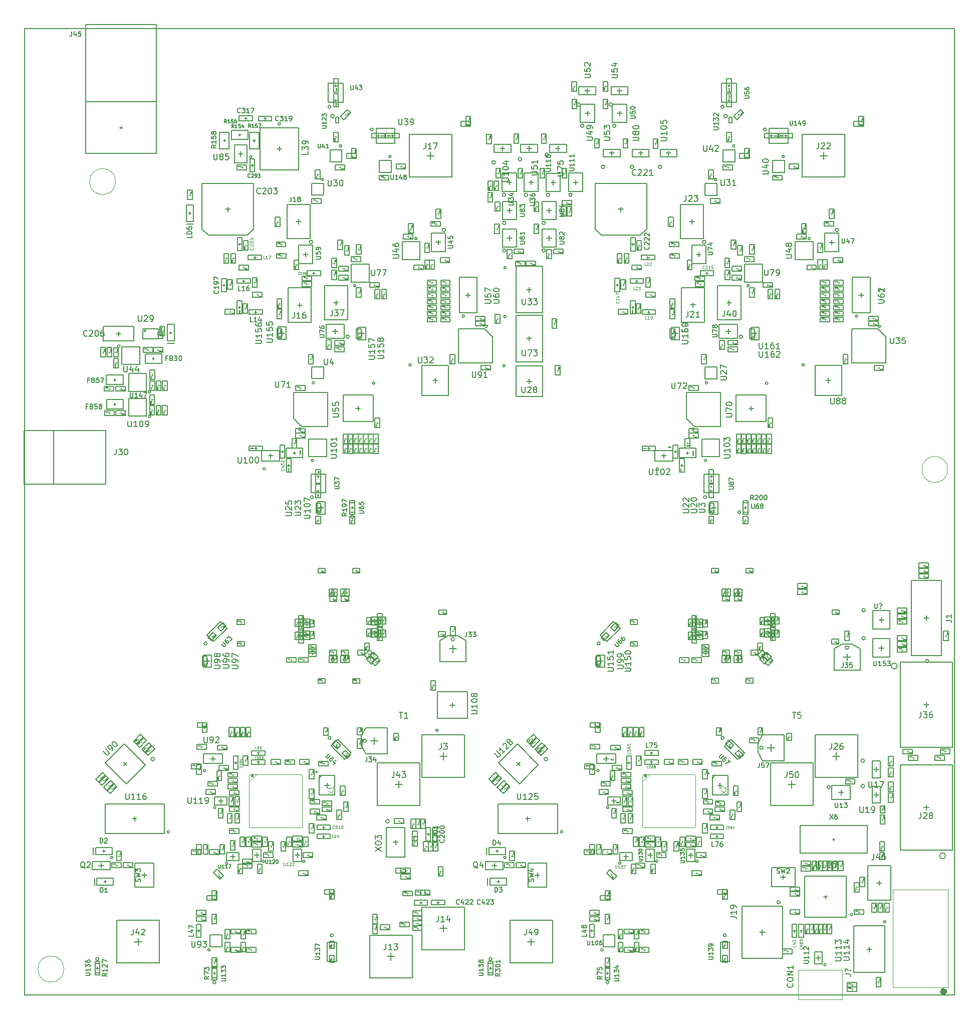
<source format=gbr>
G04 #@! TF.FileFunction,Other,Fab,Top*
%FSLAX46Y46*%
G04 Gerber Fmt 4.6, Leading zero omitted, Abs format (unit mm)*
G04 Created by KiCad (PCBNEW 4.0.7-e2-6376~61~ubuntu18.04.1) date Tue Nov 15 11:44:20 2022*
%MOMM*%
%LPD*%
G01*
G04 APERTURE LIST*
%ADD10C,0.150000*%
%ADD11C,0.100000*%
%ADD12C,0.200000*%
%ADD13C,1.000000*%
%ADD14C,0.050000*%
%ADD15C,0.020000*%
%ADD16C,0.030000*%
%ADD17C,0.031750*%
%ADD18C,0.125000*%
%ADD19C,0.175000*%
%ADD20C,0.037500*%
G04 APERTURE END LIST*
D10*
D11*
X214520000Y-99480000D02*
X214520000Y-99470000D01*
D12*
X57390000Y-99480000D02*
X214520000Y-99480000D01*
X57390000Y-99480000D02*
X57390000Y-262740000D01*
X214520000Y-262730000D02*
X214520000Y-99480000D01*
X57390000Y-262740000D02*
X214520000Y-262740000D01*
D11*
X213440000Y-173940000D02*
G75*
G03X213440000Y-173940000I-2200000J0D01*
G01*
X64070000Y-258330000D02*
G75*
G03X64070000Y-258330000I-2200000J0D01*
G01*
X213445420Y-261390000D02*
X204175420Y-261390000D01*
X204175420Y-261390000D02*
X204175420Y-244880000D01*
X204175420Y-244880000D02*
X213445420Y-244880000D01*
X213445420Y-244880000D02*
X213445420Y-261390000D01*
D13*
X212800420Y-262130000D02*
G75*
G03X212800420Y-262130000I-100000J0D01*
G01*
D11*
X195623740Y-263440000D02*
X188123740Y-263440000D01*
X195623740Y-258440000D02*
X195623740Y-263440000D01*
X188123740Y-258440000D02*
X195623740Y-258440000D01*
X188123740Y-263440000D02*
X188123740Y-258440000D01*
X188623740Y-262740000D02*
X195123740Y-262740000D01*
D10*
X189253740Y-242610000D02*
X196253740Y-242610000D01*
X196253740Y-242610000D02*
X196253740Y-249610000D01*
X189253740Y-242610000D02*
X189253740Y-249610000D01*
X196253740Y-249610000D02*
X189253740Y-249610000D01*
X197323740Y-249110000D02*
G75*
G03X197323740Y-249110000I-200000J0D01*
G01*
X193053740Y-246110000D02*
X192453740Y-246110000D01*
X192753740Y-246410000D02*
X192753740Y-245810000D01*
D12*
X170550000Y-167110000D02*
G75*
G03X170550000Y-167110000I-200000J0D01*
G01*
D10*
X169275000Y-165310000D02*
X169275000Y-160935000D01*
X169275000Y-160935000D02*
X175025000Y-160935000D01*
X175025000Y-160935000D02*
X175025000Y-166685000D01*
X175025000Y-166685000D02*
X170650000Y-166685000D01*
X170650000Y-166685000D02*
X169275000Y-165310000D01*
D12*
X213042914Y-239205000D02*
G75*
G03X213042914Y-239205000I-502494J0D01*
G01*
D10*
X210200420Y-231035000D02*
X209400420Y-231035000D01*
X209800420Y-231435000D02*
X209800420Y-230635000D01*
D12*
X205400420Y-238235000D02*
X214200420Y-238235000D01*
X205400420Y-238235000D02*
X205400420Y-223835000D01*
X214200420Y-223835000D02*
X205400420Y-223835000D01*
X214200420Y-223835000D02*
X214200420Y-238235000D01*
X112000000Y-148670000D02*
X112000000Y-142870000D01*
X108100000Y-142870000D02*
X112000000Y-142870000D01*
D10*
X109650000Y-145770000D02*
X110450000Y-145770000D01*
X110050000Y-145370000D02*
X110050000Y-146170000D01*
D12*
X108100000Y-148670000D02*
X112000000Y-148670000D01*
X108100000Y-148670000D02*
X108100000Y-142870000D01*
D14*
X189250420Y-241350000D02*
X189650420Y-241350000D01*
X189450420Y-241150000D02*
X189450420Y-241550000D01*
D10*
X188650420Y-240950000D02*
X190250420Y-240950000D01*
X190250420Y-240950000D02*
X190250420Y-241750000D01*
X190250420Y-241750000D02*
X188650420Y-241750000D01*
X188650420Y-241750000D02*
X188650420Y-240950000D01*
D12*
X202070000Y-149750000D02*
G75*
G03X202070000Y-149750000I-200000J0D01*
G01*
D10*
X202945000Y-151550000D02*
X202945000Y-155925000D01*
X202945000Y-155925000D02*
X197195000Y-155925000D01*
X197195000Y-155925000D02*
X197195000Y-150175000D01*
X197195000Y-150175000D02*
X201570000Y-150175000D01*
X201570000Y-150175000D02*
X202945000Y-151550000D01*
D12*
X172230000Y-174700000D02*
X174730000Y-174700000D01*
X172230000Y-177900000D02*
X172230000Y-174700000D01*
X172230000Y-177900000D02*
X174730000Y-177900000D01*
X174730000Y-177900000D02*
X174730000Y-174700000D01*
X172664000Y-178630000D02*
G75*
G03X172664000Y-178630000I-254000J0D01*
G01*
D14*
X155930000Y-257010000D02*
X155930000Y-257410000D01*
X156130000Y-257210000D02*
X155730000Y-257210000D01*
D10*
X156330000Y-256410000D02*
X156330000Y-258010000D01*
X156330000Y-258010000D02*
X155530000Y-258010000D01*
X155530000Y-258010000D02*
X155530000Y-256410000D01*
X155530000Y-256410000D02*
X156330000Y-256410000D01*
D11*
X95354365Y-226724245D02*
X96624365Y-225454245D01*
X103447765Y-225454245D02*
X103752565Y-225454245D01*
X103752565Y-225454245D02*
X103752565Y-225441545D01*
X103752565Y-225441545D02*
X103447765Y-225441545D01*
X103447765Y-225441545D02*
X103447765Y-225454245D01*
X102947765Y-225454245D02*
X103252565Y-225454245D01*
X103252565Y-225454245D02*
X103252565Y-225441545D01*
X103252565Y-225441545D02*
X102947765Y-225441545D01*
X102947765Y-225441545D02*
X102947765Y-225454245D01*
X102447765Y-225454245D02*
X102752565Y-225454245D01*
X102752565Y-225454245D02*
X102752565Y-225441545D01*
X102752565Y-225441545D02*
X102447765Y-225441545D01*
X102447765Y-225441545D02*
X102447765Y-225454245D01*
X101947765Y-225454245D02*
X102252565Y-225454245D01*
X102252565Y-225454245D02*
X102252565Y-225441545D01*
X102252565Y-225441545D02*
X101947765Y-225441545D01*
X101947765Y-225441545D02*
X101947765Y-225454245D01*
X101447765Y-225454245D02*
X101752565Y-225454245D01*
X101752565Y-225454245D02*
X101752565Y-225441545D01*
X101752565Y-225441545D02*
X101447765Y-225441545D01*
X101447765Y-225441545D02*
X101447765Y-225454245D01*
X100947765Y-225454245D02*
X101252565Y-225454245D01*
X101252565Y-225454245D02*
X101252565Y-225441545D01*
X101252565Y-225441545D02*
X100947765Y-225441545D01*
X100947765Y-225441545D02*
X100947765Y-225454245D01*
X100447765Y-225454245D02*
X100752565Y-225454245D01*
X100752565Y-225454245D02*
X100752565Y-225441545D01*
X100752565Y-225441545D02*
X100447765Y-225441545D01*
X100447765Y-225441545D02*
X100447765Y-225454245D01*
X99947765Y-225454245D02*
X100252565Y-225454245D01*
X100252565Y-225454245D02*
X100252565Y-225441545D01*
X100252565Y-225441545D02*
X99947765Y-225441545D01*
X99947765Y-225441545D02*
X99947765Y-225454245D01*
X99447765Y-225454245D02*
X99752565Y-225454245D01*
X99752565Y-225454245D02*
X99752565Y-225441545D01*
X99752565Y-225441545D02*
X99447765Y-225441545D01*
X99447765Y-225441545D02*
X99447765Y-225454245D01*
X98947765Y-225454245D02*
X99252565Y-225454245D01*
X99252565Y-225454245D02*
X99252565Y-225441545D01*
X99252565Y-225441545D02*
X98947765Y-225441545D01*
X98947765Y-225441545D02*
X98947765Y-225454245D01*
X98447765Y-225454245D02*
X98752565Y-225454245D01*
X98752565Y-225454245D02*
X98752565Y-225441545D01*
X98752565Y-225441545D02*
X98447765Y-225441545D01*
X98447765Y-225441545D02*
X98447765Y-225454245D01*
X97947765Y-225454245D02*
X98252565Y-225454245D01*
X98252565Y-225454245D02*
X98252565Y-225441545D01*
X98252565Y-225441545D02*
X97947765Y-225441545D01*
X97947765Y-225441545D02*
X97947765Y-225454245D01*
X97447765Y-225454245D02*
X97752565Y-225454245D01*
X97752565Y-225454245D02*
X97752565Y-225441545D01*
X97752565Y-225441545D02*
X97447765Y-225441545D01*
X97447765Y-225441545D02*
X97447765Y-225454245D01*
X96947765Y-225454245D02*
X97252565Y-225454245D01*
X97252565Y-225454245D02*
X97252565Y-225441545D01*
X97252565Y-225441545D02*
X96947765Y-225441545D01*
X96947765Y-225441545D02*
X96947765Y-225454245D01*
X96447765Y-225454245D02*
X96752565Y-225454245D01*
X96752565Y-225454245D02*
X96752565Y-225441545D01*
X96752565Y-225441545D02*
X96447765Y-225441545D01*
X96447765Y-225441545D02*
X96447765Y-225454245D01*
X95947765Y-225454245D02*
X96252565Y-225454245D01*
X96252565Y-225454245D02*
X96252565Y-225441545D01*
X96252565Y-225441545D02*
X95947765Y-225441545D01*
X95947765Y-225441545D02*
X95947765Y-225454245D01*
X95354365Y-226352445D02*
X95354365Y-226047645D01*
X95354365Y-226047645D02*
X95341665Y-226047645D01*
X95341665Y-226047645D02*
X95341665Y-226352445D01*
X95341665Y-226352445D02*
X95354365Y-226352445D01*
X95354365Y-226852445D02*
X95354365Y-226547645D01*
X95354365Y-226547645D02*
X95341665Y-226547645D01*
X95341665Y-226547645D02*
X95341665Y-226852445D01*
X95341665Y-226852445D02*
X95354365Y-226852445D01*
X95354365Y-227352445D02*
X95354365Y-227047645D01*
X95354365Y-227047645D02*
X95341665Y-227047645D01*
X95341665Y-227047645D02*
X95341665Y-227352445D01*
X95341665Y-227352445D02*
X95354365Y-227352445D01*
X95354365Y-227852445D02*
X95354365Y-227547645D01*
X95354365Y-227547645D02*
X95341665Y-227547645D01*
X95341665Y-227547645D02*
X95341665Y-227852445D01*
X95341665Y-227852445D02*
X95354365Y-227852445D01*
X95354365Y-228352445D02*
X95354365Y-228047645D01*
X95354365Y-228047645D02*
X95341665Y-228047645D01*
X95341665Y-228047645D02*
X95341665Y-228352445D01*
X95341665Y-228352445D02*
X95354365Y-228352445D01*
X95354365Y-228852445D02*
X95354365Y-228547645D01*
X95354365Y-228547645D02*
X95341665Y-228547645D01*
X95341665Y-228547645D02*
X95341665Y-228852445D01*
X95341665Y-228852445D02*
X95354365Y-228852445D01*
X95354365Y-229352445D02*
X95354365Y-229047645D01*
X95354365Y-229047645D02*
X95341665Y-229047645D01*
X95341665Y-229047645D02*
X95341665Y-229352445D01*
X95341665Y-229352445D02*
X95354365Y-229352445D01*
X95354365Y-229852445D02*
X95354365Y-229547645D01*
X95354365Y-229547645D02*
X95341665Y-229547645D01*
X95341665Y-229547645D02*
X95341665Y-229852445D01*
X95341665Y-229852445D02*
X95354365Y-229852445D01*
X95354365Y-230352445D02*
X95354365Y-230047645D01*
X95354365Y-230047645D02*
X95341665Y-230047645D01*
X95341665Y-230047645D02*
X95341665Y-230352445D01*
X95341665Y-230352445D02*
X95354365Y-230352445D01*
X95354365Y-230852445D02*
X95354365Y-230547645D01*
X95354365Y-230547645D02*
X95341665Y-230547645D01*
X95341665Y-230547645D02*
X95341665Y-230852445D01*
X95341665Y-230852445D02*
X95354365Y-230852445D01*
X95354365Y-231352445D02*
X95354365Y-231047645D01*
X95354365Y-231047645D02*
X95341665Y-231047645D01*
X95341665Y-231047645D02*
X95341665Y-231352445D01*
X95341665Y-231352445D02*
X95354365Y-231352445D01*
X95354365Y-231852445D02*
X95354365Y-231547645D01*
X95354365Y-231547645D02*
X95341665Y-231547645D01*
X95341665Y-231547645D02*
X95341665Y-231852445D01*
X95341665Y-231852445D02*
X95354365Y-231852445D01*
X95354365Y-232352445D02*
X95354365Y-232047645D01*
X95354365Y-232047645D02*
X95341665Y-232047645D01*
X95341665Y-232047645D02*
X95341665Y-232352445D01*
X95341665Y-232352445D02*
X95354365Y-232352445D01*
X95354365Y-232852445D02*
X95354365Y-232547645D01*
X95354365Y-232547645D02*
X95341665Y-232547645D01*
X95341665Y-232547645D02*
X95341665Y-232852445D01*
X95341665Y-232852445D02*
X95354365Y-232852445D01*
X95354365Y-233352445D02*
X95354365Y-233047645D01*
X95354365Y-233047645D02*
X95341665Y-233047645D01*
X95341665Y-233047645D02*
X95341665Y-233352445D01*
X95341665Y-233352445D02*
X95354365Y-233352445D01*
X95354365Y-233852445D02*
X95354365Y-233547645D01*
X95354365Y-233547645D02*
X95341665Y-233547645D01*
X95341665Y-233547645D02*
X95341665Y-233852445D01*
X95341665Y-233852445D02*
X95354365Y-233852445D01*
X96252565Y-234445845D02*
X95947765Y-234445845D01*
X95947765Y-234445845D02*
X95947765Y-234458545D01*
X95947765Y-234458545D02*
X96252565Y-234458545D01*
X96252565Y-234458545D02*
X96252565Y-234445845D01*
X96752565Y-234445845D02*
X96447765Y-234445845D01*
X96447765Y-234445845D02*
X96447765Y-234458545D01*
X96447765Y-234458545D02*
X96752565Y-234458545D01*
X96752565Y-234458545D02*
X96752565Y-234445845D01*
X97252565Y-234445845D02*
X96947765Y-234445845D01*
X96947765Y-234445845D02*
X96947765Y-234458545D01*
X96947765Y-234458545D02*
X97252565Y-234458545D01*
X97252565Y-234458545D02*
X97252565Y-234445845D01*
X97752565Y-234445845D02*
X97447765Y-234445845D01*
X97447765Y-234445845D02*
X97447765Y-234458545D01*
X97447765Y-234458545D02*
X97752565Y-234458545D01*
X97752565Y-234458545D02*
X97752565Y-234445845D01*
X98252565Y-234445845D02*
X97947765Y-234445845D01*
X97947765Y-234445845D02*
X97947765Y-234458545D01*
X97947765Y-234458545D02*
X98252565Y-234458545D01*
X98252565Y-234458545D02*
X98252565Y-234445845D01*
X98752565Y-234445845D02*
X98447765Y-234445845D01*
X98447765Y-234445845D02*
X98447765Y-234458545D01*
X98447765Y-234458545D02*
X98752565Y-234458545D01*
X98752565Y-234458545D02*
X98752565Y-234445845D01*
X99252565Y-234445845D02*
X98947765Y-234445845D01*
X98947765Y-234445845D02*
X98947765Y-234458545D01*
X98947765Y-234458545D02*
X99252565Y-234458545D01*
X99252565Y-234458545D02*
X99252565Y-234445845D01*
X99752565Y-234445845D02*
X99447765Y-234445845D01*
X99447765Y-234445845D02*
X99447765Y-234458545D01*
X99447765Y-234458545D02*
X99752565Y-234458545D01*
X99752565Y-234458545D02*
X99752565Y-234445845D01*
X100252565Y-234445845D02*
X99947765Y-234445845D01*
X99947765Y-234445845D02*
X99947765Y-234458545D01*
X99947765Y-234458545D02*
X100252565Y-234458545D01*
X100252565Y-234458545D02*
X100252565Y-234445845D01*
X100752565Y-234445845D02*
X100447765Y-234445845D01*
X100447765Y-234445845D02*
X100447765Y-234458545D01*
X100447765Y-234458545D02*
X100752565Y-234458545D01*
X100752565Y-234458545D02*
X100752565Y-234445845D01*
X101252565Y-234445845D02*
X100947765Y-234445845D01*
X100947765Y-234445845D02*
X100947765Y-234458545D01*
X100947765Y-234458545D02*
X101252565Y-234458545D01*
X101252565Y-234458545D02*
X101252565Y-234445845D01*
X101752565Y-234445845D02*
X101447765Y-234445845D01*
X101447765Y-234445845D02*
X101447765Y-234458545D01*
X101447765Y-234458545D02*
X101752565Y-234458545D01*
X101752565Y-234458545D02*
X101752565Y-234445845D01*
X102252565Y-234445845D02*
X101947765Y-234445845D01*
X101947765Y-234445845D02*
X101947765Y-234458545D01*
X101947765Y-234458545D02*
X102252565Y-234458545D01*
X102252565Y-234458545D02*
X102252565Y-234445845D01*
X102752565Y-234445845D02*
X102447765Y-234445845D01*
X102447765Y-234445845D02*
X102447765Y-234458545D01*
X102447765Y-234458545D02*
X102752565Y-234458545D01*
X102752565Y-234458545D02*
X102752565Y-234445845D01*
X103252565Y-234445845D02*
X102947765Y-234445845D01*
X102947765Y-234445845D02*
X102947765Y-234458545D01*
X102947765Y-234458545D02*
X103252565Y-234458545D01*
X103252565Y-234458545D02*
X103252565Y-234445845D01*
X103752565Y-234445845D02*
X103447765Y-234445845D01*
X103447765Y-234445845D02*
X103447765Y-234458545D01*
X103447765Y-234458545D02*
X103752565Y-234458545D01*
X103752565Y-234458545D02*
X103752565Y-234445845D01*
X104345965Y-233547645D02*
X104345965Y-233852445D01*
X104345965Y-233852445D02*
X104358665Y-233852445D01*
X104358665Y-233852445D02*
X104358665Y-233547645D01*
X104358665Y-233547645D02*
X104345965Y-233547645D01*
X104345965Y-233047645D02*
X104345965Y-233352445D01*
X104345965Y-233352445D02*
X104358665Y-233352445D01*
X104358665Y-233352445D02*
X104358665Y-233047645D01*
X104358665Y-233047645D02*
X104345965Y-233047645D01*
X104345965Y-232547645D02*
X104345965Y-232852445D01*
X104345965Y-232852445D02*
X104358665Y-232852445D01*
X104358665Y-232852445D02*
X104358665Y-232547645D01*
X104358665Y-232547645D02*
X104345965Y-232547645D01*
X104345965Y-232047645D02*
X104345965Y-232352445D01*
X104345965Y-232352445D02*
X104358665Y-232352445D01*
X104358665Y-232352445D02*
X104358665Y-232047645D01*
X104358665Y-232047645D02*
X104345965Y-232047645D01*
X104345965Y-231547645D02*
X104345965Y-231852445D01*
X104345965Y-231852445D02*
X104358665Y-231852445D01*
X104358665Y-231852445D02*
X104358665Y-231547645D01*
X104358665Y-231547645D02*
X104345965Y-231547645D01*
X104345965Y-231047645D02*
X104345965Y-231352445D01*
X104345965Y-231352445D02*
X104358665Y-231352445D01*
X104358665Y-231352445D02*
X104358665Y-231047645D01*
X104358665Y-231047645D02*
X104345965Y-231047645D01*
X104345965Y-230547645D02*
X104345965Y-230852445D01*
X104345965Y-230852445D02*
X104358665Y-230852445D01*
X104358665Y-230852445D02*
X104358665Y-230547645D01*
X104358665Y-230547645D02*
X104345965Y-230547645D01*
X104345965Y-230047645D02*
X104345965Y-230352445D01*
X104345965Y-230352445D02*
X104358665Y-230352445D01*
X104358665Y-230352445D02*
X104358665Y-230047645D01*
X104358665Y-230047645D02*
X104345965Y-230047645D01*
X104345965Y-229547645D02*
X104345965Y-229852445D01*
X104345965Y-229852445D02*
X104358665Y-229852445D01*
X104358665Y-229852445D02*
X104358665Y-229547645D01*
X104358665Y-229547645D02*
X104345965Y-229547645D01*
X104345965Y-229047645D02*
X104345965Y-229352445D01*
X104345965Y-229352445D02*
X104358665Y-229352445D01*
X104358665Y-229352445D02*
X104358665Y-229047645D01*
X104358665Y-229047645D02*
X104345965Y-229047645D01*
X104345965Y-228547645D02*
X104345965Y-228852445D01*
X104345965Y-228852445D02*
X104358665Y-228852445D01*
X104358665Y-228852445D02*
X104358665Y-228547645D01*
X104358665Y-228547645D02*
X104345965Y-228547645D01*
X104345965Y-228047645D02*
X104345965Y-228352445D01*
X104345965Y-228352445D02*
X104358665Y-228352445D01*
X104358665Y-228352445D02*
X104358665Y-228047645D01*
X104358665Y-228047645D02*
X104345965Y-228047645D01*
X104345965Y-227547645D02*
X104345965Y-227852445D01*
X104345965Y-227852445D02*
X104358665Y-227852445D01*
X104358665Y-227852445D02*
X104358665Y-227547645D01*
X104358665Y-227547645D02*
X104345965Y-227547645D01*
X104345965Y-227047645D02*
X104345965Y-227352445D01*
X104345965Y-227352445D02*
X104358665Y-227352445D01*
X104358665Y-227352445D02*
X104358665Y-227047645D01*
X104358665Y-227047645D02*
X104345965Y-227047645D01*
X104345965Y-226547645D02*
X104345965Y-226852445D01*
X104345965Y-226852445D02*
X104358665Y-226852445D01*
X104358665Y-226852445D02*
X104358665Y-226547645D01*
X104358665Y-226547645D02*
X104345965Y-226547645D01*
X104345965Y-226047645D02*
X104345965Y-226352445D01*
X104345965Y-226352445D02*
X104358665Y-226352445D01*
X104358665Y-226352445D02*
X104358665Y-226047645D01*
X104358665Y-226047645D02*
X104345965Y-226047645D01*
X95554365Y-234445845D02*
X104145965Y-234445845D01*
X104145965Y-234445845D02*
X104345965Y-234245845D01*
X104345965Y-234245845D02*
X104345965Y-225654245D01*
X104345965Y-225654245D02*
X104145965Y-225454245D01*
X104145965Y-225454245D02*
X95554365Y-225454245D01*
X95554365Y-225454245D02*
X95354365Y-225654245D01*
X95354365Y-225654245D02*
X95354365Y-234245845D01*
X95354365Y-234245845D02*
X95554365Y-234445845D01*
X95900460Y-226327046D02*
X95900460Y-226276246D01*
D14*
X132120000Y-115540000D02*
X131720000Y-115540000D01*
X131920000Y-115740000D02*
X131920000Y-115340000D01*
D10*
X132720000Y-115940000D02*
X131120000Y-115940000D01*
X131120000Y-115940000D02*
X131120000Y-115140000D01*
X131120000Y-115140000D02*
X132720000Y-115140000D01*
X132720000Y-115140000D02*
X132720000Y-115940000D01*
X127180000Y-215990000D02*
X132280000Y-215990000D01*
X127180000Y-211490000D02*
X132280000Y-211490000D01*
X132280000Y-215990000D02*
X132280000Y-211490000D01*
X127180000Y-215990000D02*
X127180000Y-211490000D01*
X129730000Y-214140000D02*
X129730000Y-213340000D01*
X129330000Y-213740000D02*
X130130000Y-213740000D01*
X127310000Y-218000000D02*
G75*
G03X127310000Y-218000000I-200000J0D01*
G01*
X87660165Y-223600045D02*
X90860165Y-223600045D01*
X90860165Y-223600045D02*
X90860165Y-222000045D01*
X89660165Y-222800045D02*
X88860165Y-222800045D01*
X89260165Y-223200045D02*
X89260165Y-222400045D01*
X88040165Y-224790045D02*
G75*
G03X88040165Y-224790045I-200000J0D01*
G01*
X87660165Y-223600045D02*
X87660165Y-222000045D01*
X87660165Y-222000045D02*
X90860165Y-222000045D01*
X162945000Y-121175000D02*
X162945000Y-119825000D01*
X160095000Y-119825000D02*
X162945000Y-119825000D01*
D12*
X160350000Y-122820000D02*
G75*
G03X160350000Y-122820000I-300000J0D01*
G01*
D10*
X160095000Y-121175000D02*
X160095000Y-119825000D01*
X160095000Y-121175000D02*
X162945000Y-121175000D01*
X161520000Y-120900000D02*
X161520000Y-120100000D01*
X161120000Y-120500000D02*
X161920000Y-120500000D01*
D12*
X172690000Y-172410000D02*
G75*
G03X172690000Y-172410000I-200000J0D01*
G01*
D10*
X171860000Y-171770000D02*
X171860000Y-168770000D01*
X174860000Y-168770000D02*
X174860000Y-171770000D01*
X171860000Y-171770000D02*
X174860000Y-171770000D01*
X174860000Y-168770000D02*
X171860000Y-168770000D01*
X144115000Y-120355000D02*
X144115000Y-119005000D01*
X141265000Y-119005000D02*
X144115000Y-119005000D01*
D12*
X141430000Y-121520000D02*
G75*
G03X141430000Y-121520000I-300000J0D01*
G01*
D10*
X141265000Y-120355000D02*
X141265000Y-119005000D01*
X141265000Y-120355000D02*
X144115000Y-120355000D01*
X142690000Y-120080000D02*
X142690000Y-119280000D01*
X142290000Y-119680000D02*
X143090000Y-119680000D01*
X148985000Y-120365000D02*
X148985000Y-119015000D01*
X146135000Y-119015000D02*
X148985000Y-119015000D01*
D12*
X145950000Y-120780000D02*
G75*
G03X145950000Y-120780000I-300000J0D01*
G01*
D10*
X146135000Y-120365000D02*
X146135000Y-119015000D01*
X146135000Y-120365000D02*
X148985000Y-120365000D01*
X147560000Y-120090000D02*
X147560000Y-119290000D01*
X147160000Y-119690000D02*
X147960000Y-119690000D01*
X142430000Y-253720000D02*
X143630000Y-253720000D01*
X143030000Y-253120000D02*
X143030000Y-254320000D01*
X139430000Y-250120000D02*
X146630000Y-250120000D01*
X146630000Y-250120000D02*
X146630000Y-257320000D01*
X146630000Y-257320000D02*
X139430000Y-257320000D01*
X139430000Y-257320000D02*
X139430000Y-250120000D01*
X166975000Y-172515000D02*
X166975000Y-170765000D01*
X163925000Y-170765000D02*
X166975000Y-170765000D01*
X163925000Y-172515000D02*
X163925000Y-170765000D01*
X163925000Y-172515000D02*
X166975000Y-172515000D01*
X165450000Y-172040000D02*
X165450000Y-171240000D01*
X165050000Y-171640000D02*
X165850000Y-171640000D01*
X164550000Y-173840000D02*
G75*
G03X164550000Y-173840000I-200000J0D01*
G01*
X169440000Y-171340000D02*
X169440000Y-170940000D01*
X169640000Y-171140000D02*
X169240000Y-171140000D01*
X170840000Y-171940000D02*
X168040000Y-171940000D01*
X168040000Y-171940000D02*
X168040000Y-170340000D01*
X168040000Y-170340000D02*
X170840000Y-170340000D01*
X170840000Y-170340000D02*
X170840000Y-171940000D01*
D12*
X153830000Y-133330000D02*
X154880000Y-134330000D01*
X162530000Y-133330000D02*
X161480000Y-134330000D01*
X154880000Y-134330000D02*
X161480000Y-134330000D01*
X162530000Y-125630000D02*
X162530000Y-133330000D01*
X153830000Y-125630000D02*
X162530000Y-125630000D01*
X153830000Y-125630000D02*
X153830000Y-133330000D01*
D10*
X157780000Y-129980000D02*
X158580000Y-129980000D01*
X158180000Y-129580000D02*
X158180000Y-130380000D01*
D14*
X198550000Y-115540000D02*
X198150000Y-115540000D01*
X198350000Y-115740000D02*
X198350000Y-115340000D01*
D10*
X199150000Y-115940000D02*
X197550000Y-115940000D01*
X197550000Y-115940000D02*
X197550000Y-115140000D01*
X197550000Y-115140000D02*
X199150000Y-115140000D01*
X199150000Y-115140000D02*
X199150000Y-115940000D01*
D12*
X179630000Y-181170000D02*
X179630000Y-179570000D01*
X178830000Y-179570000D02*
X179630000Y-179570000D01*
X178830000Y-181170000D02*
X178830000Y-179570000D01*
X178830000Y-181170000D02*
X179630000Y-181170000D01*
X178434000Y-181180000D02*
G75*
G03X178434000Y-181180000I-254000J0D01*
G01*
D10*
X176671421Y-221097107D02*
X175822893Y-220248579D01*
X175822893Y-220248579D02*
X176388579Y-219682893D01*
X176388579Y-219682893D02*
X177237107Y-220531421D01*
X177237107Y-220531421D02*
X176671421Y-221097107D01*
D14*
X176671421Y-220531421D02*
X176388579Y-220248579D01*
X176671421Y-220248579D02*
X176388579Y-220531421D01*
D10*
X178321421Y-222767107D02*
X177472893Y-221918579D01*
X177472893Y-221918579D02*
X178038579Y-221352893D01*
X178038579Y-221352893D02*
X178887107Y-222201421D01*
X178887107Y-222201421D02*
X178321421Y-222767107D01*
D14*
X178321421Y-222201421D02*
X178038579Y-221918579D01*
X178321421Y-221918579D02*
X178038579Y-222201421D01*
D10*
X106918279Y-225040045D02*
G75*
G03X106918279Y-225040045I-158114J0D01*
G01*
X108160165Y-227290045D02*
X108860165Y-227290045D01*
X108510165Y-226890045D02*
X108510165Y-227690045D01*
X107210165Y-226090045D02*
X107660165Y-225640045D01*
X107210165Y-228940045D02*
X109810165Y-228940045D01*
X109810165Y-225640045D02*
X107210165Y-225640045D01*
X107210165Y-228940045D02*
X107210165Y-225640045D01*
X109810165Y-228940045D02*
X109810165Y-225640045D01*
X179300000Y-209220000D02*
X180500000Y-209220000D01*
X180500000Y-209220000D02*
X180500000Y-210020000D01*
X180500000Y-210020000D02*
X179300000Y-210020000D01*
X179300000Y-210020000D02*
X179300000Y-209220000D01*
D14*
X179700000Y-209620000D02*
X180100000Y-209620000D01*
X179900000Y-209820000D02*
X179900000Y-209420000D01*
D10*
X171880000Y-203530000D02*
X173080000Y-203530000D01*
X173080000Y-203530000D02*
X173080000Y-204330000D01*
X173080000Y-204330000D02*
X171880000Y-204330000D01*
X171880000Y-204330000D02*
X171880000Y-203530000D01*
D14*
X172280000Y-203930000D02*
X172680000Y-203930000D01*
X172480000Y-204130000D02*
X172480000Y-203730000D01*
D10*
X171880000Y-204140000D02*
X173080000Y-204140000D01*
X173080000Y-204140000D02*
X173080000Y-204940000D01*
X173080000Y-204940000D02*
X171880000Y-204940000D01*
X171880000Y-204940000D02*
X171880000Y-204140000D01*
D14*
X172280000Y-204540000D02*
X172680000Y-204540000D01*
X172480000Y-204740000D02*
X172480000Y-204340000D01*
D10*
X171880000Y-204730000D02*
X173080000Y-204730000D01*
X173080000Y-204730000D02*
X173080000Y-205530000D01*
X173080000Y-205530000D02*
X171880000Y-205530000D01*
X171880000Y-205530000D02*
X171880000Y-204730000D01*
D14*
X172280000Y-205130000D02*
X172680000Y-205130000D01*
X172480000Y-205330000D02*
X172480000Y-204930000D01*
D10*
X182697107Y-205008579D02*
X181848579Y-205857107D01*
X181848579Y-205857107D02*
X181282893Y-205291421D01*
X181282893Y-205291421D02*
X182131421Y-204442893D01*
X182131421Y-204442893D02*
X182697107Y-205008579D01*
D14*
X182131421Y-205008579D02*
X181848579Y-205291421D01*
X181848579Y-205008579D02*
X182131421Y-205291421D01*
D10*
X181320000Y-204460000D02*
X181320000Y-203260000D01*
X181320000Y-203260000D02*
X182120000Y-203260000D01*
X182120000Y-203260000D02*
X182120000Y-204460000D01*
X182120000Y-204460000D02*
X181320000Y-204460000D01*
D14*
X181720000Y-204060000D02*
X181720000Y-203660000D01*
X181920000Y-203860000D02*
X181520000Y-203860000D01*
D10*
X181360000Y-205270000D02*
X180160000Y-205270000D01*
X180160000Y-205270000D02*
X180160000Y-204470000D01*
X180160000Y-204470000D02*
X181360000Y-204470000D01*
X181360000Y-204470000D02*
X181360000Y-205270000D01*
D14*
X180960000Y-204870000D02*
X180560000Y-204870000D01*
X180760000Y-204670000D02*
X180760000Y-205070000D01*
D10*
X170980000Y-201430000D02*
X170980000Y-202630000D01*
X170980000Y-202630000D02*
X170180000Y-202630000D01*
X170180000Y-202630000D02*
X170180000Y-201430000D01*
X170180000Y-201430000D02*
X170980000Y-201430000D01*
D14*
X170580000Y-201830000D02*
X170580000Y-202230000D01*
X170380000Y-202030000D02*
X170780000Y-202030000D01*
D10*
X183480000Y-200030000D02*
X183480000Y-198830000D01*
X183480000Y-198830000D02*
X184280000Y-198830000D01*
X184280000Y-198830000D02*
X184280000Y-200030000D01*
X184280000Y-200030000D02*
X183480000Y-200030000D01*
D14*
X183880000Y-199630000D02*
X183880000Y-199230000D01*
X184080000Y-199430000D02*
X183680000Y-199430000D01*
D10*
X170980000Y-200830000D02*
X170980000Y-202030000D01*
X170980000Y-202030000D02*
X170180000Y-202030000D01*
X170180000Y-202030000D02*
X170180000Y-200830000D01*
X170180000Y-200830000D02*
X170980000Y-200830000D01*
D14*
X170580000Y-201230000D02*
X170580000Y-201630000D01*
X170380000Y-201430000D02*
X170780000Y-201430000D01*
D10*
X170980000Y-202040000D02*
X170980000Y-203240000D01*
X170980000Y-203240000D02*
X170180000Y-203240000D01*
X170180000Y-203240000D02*
X170180000Y-202040000D01*
X170180000Y-202040000D02*
X170980000Y-202040000D01*
D14*
X170580000Y-202440000D02*
X170580000Y-202840000D01*
X170380000Y-202640000D02*
X170780000Y-202640000D01*
D10*
X183480000Y-200630000D02*
X183480000Y-199430000D01*
X183480000Y-199430000D02*
X184280000Y-199430000D01*
X184280000Y-199430000D02*
X184280000Y-200630000D01*
X184280000Y-200630000D02*
X183480000Y-200630000D01*
D14*
X183880000Y-200230000D02*
X183880000Y-199830000D01*
X184080000Y-200030000D02*
X183680000Y-200030000D01*
D10*
X183480000Y-199430000D02*
X183480000Y-198230000D01*
X183480000Y-198230000D02*
X184280000Y-198230000D01*
X184280000Y-198230000D02*
X184280000Y-199430000D01*
X184280000Y-199430000D02*
X183480000Y-199430000D01*
D14*
X183880000Y-199030000D02*
X183880000Y-198630000D01*
X184080000Y-198830000D02*
X183680000Y-198830000D01*
D10*
X170880000Y-201230000D02*
X172080000Y-201230000D01*
X172080000Y-201230000D02*
X172080000Y-202030000D01*
X172080000Y-202030000D02*
X170880000Y-202030000D01*
X170880000Y-202030000D02*
X170880000Y-201230000D01*
D14*
X171280000Y-201630000D02*
X171680000Y-201630000D01*
X171480000Y-201830000D02*
X171480000Y-201430000D01*
D10*
X170880000Y-201830000D02*
X172080000Y-201830000D01*
X172080000Y-201830000D02*
X172080000Y-202630000D01*
X172080000Y-202630000D02*
X170880000Y-202630000D01*
X170880000Y-202630000D02*
X170880000Y-201830000D01*
D14*
X171280000Y-202230000D02*
X171680000Y-202230000D01*
X171480000Y-202430000D02*
X171480000Y-202030000D01*
D10*
X183580000Y-200230000D02*
X182380000Y-200230000D01*
X182380000Y-200230000D02*
X182380000Y-199430000D01*
X182380000Y-199430000D02*
X183580000Y-199430000D01*
X183580000Y-199430000D02*
X183580000Y-200230000D01*
D14*
X183180000Y-199830000D02*
X182780000Y-199830000D01*
X182980000Y-199630000D02*
X182980000Y-200030000D01*
D10*
X183580000Y-199630000D02*
X182380000Y-199630000D01*
X182380000Y-199630000D02*
X182380000Y-198830000D01*
X182380000Y-198830000D02*
X183580000Y-198830000D01*
X183580000Y-198830000D02*
X183580000Y-199630000D01*
D14*
X183180000Y-199230000D02*
X182780000Y-199230000D01*
X182980000Y-199030000D02*
X182980000Y-199430000D01*
D10*
X172780000Y-201330000D02*
X172780000Y-202530000D01*
X172780000Y-202530000D02*
X171980000Y-202530000D01*
X171980000Y-202530000D02*
X171980000Y-201330000D01*
X171980000Y-201330000D02*
X172780000Y-201330000D01*
D14*
X172380000Y-201730000D02*
X172380000Y-202130000D01*
X172180000Y-201930000D02*
X172580000Y-201930000D01*
D10*
X175370000Y-204470000D02*
X176570000Y-204470000D01*
X176570000Y-204470000D02*
X176570000Y-205270000D01*
X176570000Y-205270000D02*
X175370000Y-205270000D01*
X175370000Y-205270000D02*
X175370000Y-204470000D01*
D14*
X175770000Y-204870000D02*
X176170000Y-204870000D01*
X175970000Y-205070000D02*
X175970000Y-204670000D01*
D10*
X178580000Y-196190000D02*
X177380000Y-196190000D01*
X177380000Y-196190000D02*
X177380000Y-195390000D01*
X177380000Y-195390000D02*
X178580000Y-195390000D01*
X178580000Y-195390000D02*
X178580000Y-196190000D01*
D14*
X178180000Y-195790000D02*
X177780000Y-195790000D01*
X177980000Y-195590000D02*
X177980000Y-195990000D01*
D10*
X177380000Y-204470000D02*
X178580000Y-204470000D01*
X178580000Y-204470000D02*
X178580000Y-205270000D01*
X178580000Y-205270000D02*
X177380000Y-205270000D01*
X177380000Y-205270000D02*
X177380000Y-204470000D01*
D14*
X177780000Y-204870000D02*
X178180000Y-204870000D01*
X177980000Y-205070000D02*
X177980000Y-204670000D01*
D10*
X176580000Y-196190000D02*
X175380000Y-196190000D01*
X175380000Y-196190000D02*
X175380000Y-195390000D01*
X175380000Y-195390000D02*
X176580000Y-195390000D01*
X176580000Y-195390000D02*
X176580000Y-196190000D01*
D14*
X176180000Y-195790000D02*
X175780000Y-195790000D01*
X175980000Y-195590000D02*
X175980000Y-195990000D01*
D10*
X175870000Y-195300000D02*
X175870000Y-194100000D01*
X175870000Y-194100000D02*
X176670000Y-194100000D01*
X176670000Y-194100000D02*
X176670000Y-195300000D01*
X176670000Y-195300000D02*
X175870000Y-195300000D01*
D14*
X176270000Y-194900000D02*
X176270000Y-194500000D01*
X176470000Y-194700000D02*
X176070000Y-194700000D01*
D10*
X175290000Y-195300000D02*
X175290000Y-194100000D01*
X175290000Y-194100000D02*
X176090000Y-194100000D01*
X176090000Y-194100000D02*
X176090000Y-195300000D01*
X176090000Y-195300000D02*
X175290000Y-195300000D01*
D14*
X175690000Y-194900000D02*
X175690000Y-194500000D01*
X175890000Y-194700000D02*
X175490000Y-194700000D01*
D10*
X178080000Y-205370000D02*
X178080000Y-206570000D01*
X178080000Y-206570000D02*
X177280000Y-206570000D01*
X177280000Y-206570000D02*
X177280000Y-205370000D01*
X177280000Y-205370000D02*
X178080000Y-205370000D01*
D14*
X177680000Y-205770000D02*
X177680000Y-206170000D01*
X177480000Y-205970000D02*
X177880000Y-205970000D01*
D10*
X178670000Y-205370000D02*
X178670000Y-206570000D01*
X178670000Y-206570000D02*
X177870000Y-206570000D01*
X177870000Y-206570000D02*
X177870000Y-205370000D01*
X177870000Y-205370000D02*
X178670000Y-205370000D01*
D14*
X178270000Y-205770000D02*
X178270000Y-206170000D01*
X178070000Y-205970000D02*
X178470000Y-205970000D01*
D10*
X176090000Y-205390000D02*
X176090000Y-206590000D01*
X176090000Y-206590000D02*
X175290000Y-206590000D01*
X175290000Y-206590000D02*
X175290000Y-205390000D01*
X175290000Y-205390000D02*
X176090000Y-205390000D01*
D14*
X175690000Y-205790000D02*
X175690000Y-206190000D01*
X175490000Y-205990000D02*
X175890000Y-205990000D01*
D10*
X176670000Y-205390000D02*
X176670000Y-206590000D01*
X176670000Y-206590000D02*
X175870000Y-206590000D01*
X175870000Y-206590000D02*
X175870000Y-205390000D01*
X175870000Y-205390000D02*
X176670000Y-205390000D01*
D14*
X176270000Y-205790000D02*
X176270000Y-206190000D01*
X176070000Y-205990000D02*
X176470000Y-205990000D01*
D10*
X177860000Y-195300000D02*
X177860000Y-194100000D01*
X177860000Y-194100000D02*
X178660000Y-194100000D01*
X178660000Y-194100000D02*
X178660000Y-195300000D01*
X178660000Y-195300000D02*
X177860000Y-195300000D01*
D14*
X178260000Y-194900000D02*
X178260000Y-194500000D01*
X178460000Y-194700000D02*
X178060000Y-194700000D01*
D10*
X177270000Y-195290000D02*
X177270000Y-194090000D01*
X177270000Y-194090000D02*
X178070000Y-194090000D01*
X178070000Y-194090000D02*
X178070000Y-195290000D01*
X178070000Y-195290000D02*
X177270000Y-195290000D01*
D14*
X177670000Y-194890000D02*
X177670000Y-194490000D01*
X177870000Y-194690000D02*
X177470000Y-194690000D01*
D10*
X174650000Y-191430000D02*
X173450000Y-191430000D01*
X173450000Y-191430000D02*
X173450000Y-190630000D01*
X173450000Y-190630000D02*
X174650000Y-190630000D01*
X174650000Y-190630000D02*
X174650000Y-191430000D01*
D14*
X174250000Y-191030000D02*
X173850000Y-191030000D01*
X174050000Y-190830000D02*
X174050000Y-191230000D01*
D10*
X180500000Y-191430000D02*
X179300000Y-191430000D01*
X179300000Y-191430000D02*
X179300000Y-190630000D01*
X179300000Y-190630000D02*
X180500000Y-190630000D01*
X180500000Y-190630000D02*
X180500000Y-191430000D01*
D14*
X180100000Y-191030000D02*
X179700000Y-191030000D01*
X179900000Y-190830000D02*
X179900000Y-191230000D01*
D10*
X173450000Y-209220000D02*
X174650000Y-209220000D01*
X174650000Y-209220000D02*
X174650000Y-210020000D01*
X174650000Y-210020000D02*
X173450000Y-210020000D01*
X173450000Y-210020000D02*
X173450000Y-209220000D01*
D14*
X173850000Y-209620000D02*
X174250000Y-209620000D01*
X174050000Y-209820000D02*
X174050000Y-209420000D01*
D10*
X169570000Y-202630000D02*
X169570000Y-201430000D01*
X169570000Y-201430000D02*
X170370000Y-201430000D01*
X170370000Y-201430000D02*
X170370000Y-202630000D01*
X170370000Y-202630000D02*
X169570000Y-202630000D01*
D14*
X169970000Y-202230000D02*
X169970000Y-201830000D01*
X170170000Y-202030000D02*
X169770000Y-202030000D01*
D10*
X184880000Y-198830000D02*
X184880000Y-200030000D01*
X184880000Y-200030000D02*
X184080000Y-200030000D01*
X184080000Y-200030000D02*
X184080000Y-198830000D01*
X184080000Y-198830000D02*
X184880000Y-198830000D01*
D14*
X184480000Y-199230000D02*
X184480000Y-199630000D01*
X184280000Y-199430000D02*
X184680000Y-199430000D01*
D10*
X183937107Y-206258579D02*
X183088579Y-207107107D01*
X183088579Y-207107107D02*
X182522893Y-206541421D01*
X182522893Y-206541421D02*
X183371421Y-205692893D01*
X183371421Y-205692893D02*
X183937107Y-206258579D01*
D14*
X183371421Y-206258579D02*
X183088579Y-206541421D01*
X183088579Y-206258579D02*
X183371421Y-206541421D01*
D10*
X182768579Y-204772893D02*
X183617107Y-205621421D01*
X183617107Y-205621421D02*
X183051421Y-206187107D01*
X183051421Y-206187107D02*
X182202893Y-205338579D01*
X182202893Y-205338579D02*
X182768579Y-204772893D01*
D14*
X182768579Y-205338579D02*
X183051421Y-205621421D01*
X182768579Y-205621421D02*
X183051421Y-205338579D01*
D10*
X182148579Y-205382893D02*
X182997107Y-206231421D01*
X182997107Y-206231421D02*
X182431421Y-206797107D01*
X182431421Y-206797107D02*
X181582893Y-205948579D01*
X181582893Y-205948579D02*
X182148579Y-205382893D01*
D14*
X182148579Y-205948579D02*
X182431421Y-206231421D01*
X182148579Y-206231421D02*
X182431421Y-205948579D01*
D10*
X181680000Y-200130000D02*
X181680000Y-198930000D01*
X181680000Y-198930000D02*
X182480000Y-198930000D01*
X182480000Y-198930000D02*
X182480000Y-200130000D01*
X182480000Y-200130000D02*
X181680000Y-200130000D01*
D14*
X182080000Y-199730000D02*
X182080000Y-199330000D01*
X182280000Y-199530000D02*
X181880000Y-199530000D01*
X91000165Y-220900045D02*
X90600165Y-220900045D01*
X90800165Y-221100045D02*
X90800165Y-220700045D01*
D10*
X91600165Y-221300045D02*
X90000165Y-221300045D01*
X90000165Y-221300045D02*
X90000165Y-220500045D01*
X90000165Y-220500045D02*
X91600165Y-220500045D01*
X91600165Y-220500045D02*
X91600165Y-221300045D01*
D14*
X90321421Y-242441421D02*
X90038579Y-242158579D01*
X90038579Y-242441421D02*
X90321421Y-242158579D01*
D10*
X90462843Y-243148528D02*
X89331472Y-242017157D01*
X89331472Y-242017157D02*
X89897157Y-241451472D01*
X89897157Y-241451472D02*
X91028528Y-242582843D01*
X91028528Y-242582843D02*
X90462843Y-243148528D01*
D14*
X89040165Y-228420045D02*
X88640165Y-228420045D01*
X88840165Y-228620045D02*
X88840165Y-228220045D01*
D10*
X89640165Y-228820045D02*
X88040165Y-228820045D01*
X88040165Y-228820045D02*
X88040165Y-228020045D01*
X88040165Y-228020045D02*
X89640165Y-228020045D01*
X89640165Y-228020045D02*
X89640165Y-228820045D01*
D14*
X90570165Y-231770045D02*
X90570165Y-232170045D01*
X90770165Y-231970045D02*
X90370165Y-231970045D01*
D10*
X90970165Y-231170045D02*
X90970165Y-232770045D01*
X90970165Y-232770045D02*
X90170165Y-232770045D01*
X90170165Y-232770045D02*
X90170165Y-231170045D01*
X90170165Y-231170045D02*
X90970165Y-231170045D01*
D14*
X98370165Y-239090045D02*
X98770165Y-239090045D01*
X98570165Y-238890045D02*
X98570165Y-239290045D01*
D10*
X97770165Y-238690045D02*
X99370165Y-238690045D01*
X99370165Y-238690045D02*
X99370165Y-239490045D01*
X99370165Y-239490045D02*
X97770165Y-239490045D01*
X97770165Y-239490045D02*
X97770165Y-238690045D01*
D14*
X92350165Y-229750045D02*
X92350165Y-230150045D01*
X92550165Y-229950045D02*
X92150165Y-229950045D01*
D10*
X92750165Y-229150045D02*
X92750165Y-230750045D01*
X92750165Y-230750045D02*
X91950165Y-230750045D01*
X91950165Y-230750045D02*
X91950165Y-229150045D01*
X91950165Y-229150045D02*
X92750165Y-229150045D01*
D14*
X93360165Y-232670045D02*
X93360165Y-233070045D01*
X93560165Y-232870045D02*
X93160165Y-232870045D01*
D10*
X93760165Y-232070045D02*
X93760165Y-233670045D01*
X93760165Y-233670045D02*
X92960165Y-233670045D01*
X92960165Y-233670045D02*
X92960165Y-232070045D01*
X92960165Y-232070045D02*
X93760165Y-232070045D01*
D14*
X96470165Y-237310045D02*
X96870165Y-237310045D01*
X96670165Y-237110045D02*
X96670165Y-237510045D01*
D10*
X95870165Y-236910045D02*
X97470165Y-236910045D01*
X97470165Y-236910045D02*
X97470165Y-237710045D01*
X97470165Y-237710045D02*
X95870165Y-237710045D01*
X95870165Y-237710045D02*
X95870165Y-236910045D01*
X93110165Y-223270045D02*
X93110165Y-223670045D01*
X93310165Y-223470045D02*
X92910165Y-223470045D01*
X93510165Y-222343045D02*
X93510165Y-224597045D01*
X93510165Y-224597045D02*
X92710165Y-224597045D01*
X92710165Y-224597045D02*
X92710165Y-222343045D01*
X92710165Y-222343045D02*
X93510165Y-222343045D01*
D14*
X92800165Y-226520045D02*
X92400165Y-226520045D01*
X92600165Y-226720045D02*
X92600165Y-226320045D01*
D10*
X93400165Y-226920045D02*
X91800165Y-226920045D01*
X91800165Y-226920045D02*
X91800165Y-226120045D01*
X91800165Y-226120045D02*
X93400165Y-226120045D01*
X93400165Y-226120045D02*
X93400165Y-226920045D01*
D14*
X92400165Y-225500045D02*
X92800165Y-225500045D01*
X92600165Y-225300045D02*
X92600165Y-225700045D01*
D10*
X91800165Y-225100045D02*
X93400165Y-225100045D01*
X93400165Y-225100045D02*
X93400165Y-225900045D01*
X93400165Y-225900045D02*
X91800165Y-225900045D01*
X91800165Y-225900045D02*
X91800165Y-225100045D01*
D14*
X92800165Y-227530045D02*
X92400165Y-227530045D01*
X92600165Y-227730045D02*
X92600165Y-227330045D01*
D10*
X93400165Y-227930045D02*
X91800165Y-227930045D01*
X91800165Y-227930045D02*
X91800165Y-227130045D01*
X91800165Y-227130045D02*
X93400165Y-227130045D01*
X93400165Y-227130045D02*
X93400165Y-227930045D01*
D14*
X94260165Y-236610045D02*
X94260165Y-237010045D01*
X94460165Y-236810045D02*
X94060165Y-236810045D01*
D10*
X94660165Y-236010045D02*
X94660165Y-237610045D01*
X94660165Y-237610045D02*
X93860165Y-237610045D01*
X93860165Y-237610045D02*
X93860165Y-236010045D01*
X93860165Y-236010045D02*
X94660165Y-236010045D01*
D14*
X100040165Y-223340045D02*
X99640165Y-223340045D01*
X99840165Y-223540045D02*
X99840165Y-223140045D01*
D10*
X100640165Y-223740045D02*
X99040165Y-223740045D01*
X99040165Y-223740045D02*
X99040165Y-222940045D01*
X99040165Y-222940045D02*
X100640165Y-222940045D01*
X100640165Y-222940045D02*
X100640165Y-223740045D01*
D14*
X99080165Y-237370045D02*
X99080165Y-237770045D01*
X99280165Y-237570045D02*
X98880165Y-237570045D01*
D10*
X99480165Y-236770045D02*
X99480165Y-238370045D01*
X99480165Y-238370045D02*
X98680165Y-238370045D01*
X98680165Y-238370045D02*
X98680165Y-236770045D01*
X98680165Y-236770045D02*
X99480165Y-236770045D01*
D14*
X101120165Y-237370045D02*
X101120165Y-237770045D01*
X101320165Y-237570045D02*
X100920165Y-237570045D01*
D10*
X101520165Y-236770045D02*
X101520165Y-238370045D01*
X101520165Y-238370045D02*
X100720165Y-238370045D01*
X100720165Y-238370045D02*
X100720165Y-236770045D01*
X100720165Y-236770045D02*
X101520165Y-236770045D01*
D14*
X105940165Y-228480045D02*
X105940165Y-228880045D01*
X106140165Y-228680045D02*
X105740165Y-228680045D01*
D10*
X106340165Y-227880045D02*
X106340165Y-229480045D01*
X106340165Y-229480045D02*
X105540165Y-229480045D01*
X105540165Y-229480045D02*
X105540165Y-227880045D01*
X105540165Y-227880045D02*
X106340165Y-227880045D01*
D14*
X106250165Y-230070045D02*
X106650165Y-230070045D01*
X106450165Y-229870045D02*
X106450165Y-230270045D01*
D10*
X105650165Y-229670045D02*
X107250165Y-229670045D01*
X107250165Y-229670045D02*
X107250165Y-230470045D01*
X107250165Y-230470045D02*
X105650165Y-230470045D01*
X105650165Y-230470045D02*
X105650165Y-229670045D01*
D14*
X106650165Y-231720045D02*
X106250165Y-231720045D01*
X106450165Y-231920045D02*
X106450165Y-231520045D01*
D10*
X107250165Y-232120045D02*
X105650165Y-232120045D01*
X105650165Y-232120045D02*
X105650165Y-231320045D01*
X105650165Y-231320045D02*
X107250165Y-231320045D01*
X107250165Y-231320045D02*
X107250165Y-232120045D01*
D14*
X105940165Y-234320045D02*
X105940165Y-234720045D01*
X106140165Y-234520045D02*
X105740165Y-234520045D01*
D10*
X106340165Y-233720045D02*
X106340165Y-235320045D01*
X106340165Y-235320045D02*
X105540165Y-235320045D01*
X105540165Y-235320045D02*
X105540165Y-233720045D01*
X105540165Y-233720045D02*
X106340165Y-233720045D01*
D14*
X105940165Y-225180045D02*
X105940165Y-225580045D01*
X106140165Y-225380045D02*
X105740165Y-225380045D01*
D10*
X106340165Y-224580045D02*
X106340165Y-226180045D01*
X106340165Y-226180045D02*
X105540165Y-226180045D01*
X105540165Y-226180045D02*
X105540165Y-224580045D01*
X105540165Y-224580045D02*
X106340165Y-224580045D01*
D14*
X103720165Y-237310045D02*
X103320165Y-237310045D01*
X103520165Y-237510045D02*
X103520165Y-237110045D01*
D10*
X104320165Y-237710045D02*
X102720165Y-237710045D01*
X102720165Y-237710045D02*
X102720165Y-236910045D01*
X102720165Y-236910045D02*
X104320165Y-236910045D01*
X104320165Y-236910045D02*
X104320165Y-237710045D01*
D14*
X107790165Y-232740045D02*
X107390165Y-232740045D01*
X107590165Y-232940045D02*
X107590165Y-232540045D01*
D10*
X108390165Y-233140045D02*
X106790165Y-233140045D01*
X106790165Y-233140045D02*
X106790165Y-232340045D01*
X106790165Y-232340045D02*
X108390165Y-232340045D01*
X108390165Y-232340045D02*
X108390165Y-233140045D01*
D14*
X94760165Y-222890045D02*
X94760165Y-223290045D01*
X94960165Y-223090045D02*
X94560165Y-223090045D01*
D10*
X95160165Y-222290045D02*
X95160165Y-223890045D01*
X95160165Y-223890045D02*
X94360165Y-223890045D01*
X94360165Y-223890045D02*
X94360165Y-222290045D01*
X94360165Y-222290045D02*
X95160165Y-222290045D01*
X108170165Y-234400045D02*
X107770165Y-234400045D01*
X107970165Y-234600045D02*
X107970165Y-234200045D01*
X109097165Y-234800045D02*
X106843165Y-234800045D01*
X106843165Y-234800045D02*
X106843165Y-234000045D01*
X106843165Y-234000045D02*
X109097165Y-234000045D01*
X109097165Y-234000045D02*
X109097165Y-234800045D01*
D14*
X105500165Y-239090045D02*
X105100165Y-239090045D01*
X105300165Y-239290045D02*
X105300165Y-238890045D01*
D10*
X106100165Y-239490045D02*
X104500165Y-239490045D01*
X104500165Y-239490045D02*
X104500165Y-238690045D01*
X104500165Y-238690045D02*
X106100165Y-238690045D01*
X106100165Y-238690045D02*
X106100165Y-239490045D01*
X97120165Y-223360045D02*
X96720165Y-223360045D01*
X96920165Y-223560045D02*
X96920165Y-223160045D01*
X98047165Y-223760045D02*
X95793165Y-223760045D01*
X95793165Y-223760045D02*
X95793165Y-222960045D01*
X95793165Y-222960045D02*
X98047165Y-222960045D01*
X98047165Y-222960045D02*
X98047165Y-223760045D01*
D14*
X107720165Y-223620045D02*
X108120165Y-223620045D01*
X107920165Y-223420045D02*
X107920165Y-223820045D01*
D10*
X107120165Y-223220045D02*
X108720165Y-223220045D01*
X108720165Y-223220045D02*
X108720165Y-224020045D01*
X108720165Y-224020045D02*
X107120165Y-224020045D01*
X107120165Y-224020045D02*
X107120165Y-223220045D01*
D14*
X108280165Y-230330045D02*
X108680165Y-230330045D01*
X108480165Y-230130045D02*
X108480165Y-230530045D01*
D10*
X107680165Y-229930045D02*
X109280165Y-229930045D01*
X109280165Y-229930045D02*
X109280165Y-230730045D01*
X109280165Y-230730045D02*
X107680165Y-230730045D01*
X107680165Y-230730045D02*
X107680165Y-229930045D01*
D14*
X104750165Y-242140045D02*
X104350165Y-242140045D01*
X104550165Y-242340045D02*
X104550165Y-241940045D01*
D10*
X105350165Y-242540045D02*
X103750165Y-242540045D01*
X103750165Y-242540045D02*
X103750165Y-241740045D01*
X103750165Y-241740045D02*
X105350165Y-241740045D01*
X105350165Y-241740045D02*
X105350165Y-242540045D01*
D14*
X92090165Y-232670045D02*
X92090165Y-233070045D01*
X92290165Y-232870045D02*
X91890165Y-232870045D01*
D10*
X92490165Y-232070045D02*
X92490165Y-233670045D01*
X92490165Y-233670045D02*
X91690165Y-233670045D01*
X91690165Y-233670045D02*
X91690165Y-232070045D01*
X91690165Y-232070045D02*
X92490165Y-232070045D01*
D14*
X93060165Y-228550045D02*
X92660165Y-228550045D01*
X92860165Y-228750045D02*
X92860165Y-228350045D01*
D10*
X93660165Y-228950045D02*
X92060165Y-228950045D01*
X92060165Y-228950045D02*
X92060165Y-228150045D01*
X92060165Y-228150045D02*
X93660165Y-228150045D01*
X93660165Y-228150045D02*
X93660165Y-228950045D01*
D14*
X93370165Y-229750045D02*
X93370165Y-230150045D01*
X93570165Y-229950045D02*
X93170165Y-229950045D01*
D10*
X93770165Y-229150045D02*
X93770165Y-230750045D01*
X93770165Y-230750045D02*
X92970165Y-230750045D01*
X92970165Y-230750045D02*
X92970165Y-229150045D01*
X92970165Y-229150045D02*
X93770165Y-229150045D01*
D14*
X95270165Y-236600045D02*
X95270165Y-237000045D01*
X95470165Y-236800045D02*
X95070165Y-236800045D01*
D10*
X95670165Y-236000045D02*
X95670165Y-237600045D01*
X95670165Y-237600045D02*
X94870165Y-237600045D01*
X94870165Y-237600045D02*
X94870165Y-236000045D01*
X94870165Y-236000045D02*
X95670165Y-236000045D01*
D14*
X98060165Y-236610045D02*
X98060165Y-237010045D01*
X98260165Y-236810045D02*
X97860165Y-236810045D01*
D10*
X98460165Y-236010045D02*
X98460165Y-237610045D01*
X98460165Y-237610045D02*
X97660165Y-237610045D01*
X97660165Y-237610045D02*
X97660165Y-236010045D01*
X97660165Y-236010045D02*
X98460165Y-236010045D01*
D14*
X96470165Y-236300045D02*
X96870165Y-236300045D01*
X96670165Y-236100045D02*
X96670165Y-236500045D01*
D10*
X95870165Y-235900045D02*
X97470165Y-235900045D01*
X97470165Y-235900045D02*
X97470165Y-236700045D01*
X97470165Y-236700045D02*
X95870165Y-236700045D01*
X95870165Y-236700045D02*
X95870165Y-235900045D01*
D14*
X103730165Y-236300045D02*
X103330165Y-236300045D01*
X103530165Y-236500045D02*
X103530165Y-236100045D01*
D10*
X104330165Y-236700045D02*
X102730165Y-236700045D01*
X102730165Y-236700045D02*
X102730165Y-235900045D01*
X102730165Y-235900045D02*
X104330165Y-235900045D01*
X104330165Y-235900045D02*
X104330165Y-236700045D01*
D14*
X104920165Y-237000045D02*
X104920165Y-236600045D01*
X104720165Y-236800045D02*
X105120165Y-236800045D01*
D10*
X104520165Y-237600045D02*
X104520165Y-236000045D01*
X104520165Y-236000045D02*
X105320165Y-236000045D01*
X105320165Y-236000045D02*
X105320165Y-237600045D01*
X105320165Y-237600045D02*
X104520165Y-237600045D01*
D14*
X102130165Y-237010045D02*
X102130165Y-236610045D01*
X101930165Y-236810045D02*
X102330165Y-236810045D01*
D10*
X101730165Y-237610045D02*
X101730165Y-236010045D01*
X101730165Y-236010045D02*
X102530165Y-236010045D01*
X102530165Y-236010045D02*
X102530165Y-237610045D01*
X102530165Y-237610045D02*
X101730165Y-237610045D01*
X97120165Y-221830045D02*
X96720165Y-221830045D01*
X96920165Y-222030045D02*
X96920165Y-221630045D01*
X98047165Y-222230045D02*
X95793165Y-222230045D01*
X95793165Y-222230045D02*
X95793165Y-221430045D01*
X95793165Y-221430045D02*
X98047165Y-221430045D01*
X98047165Y-221430045D02*
X98047165Y-222230045D01*
X108170165Y-235920045D02*
X107770165Y-235920045D01*
X107970165Y-236120045D02*
X107970165Y-235720045D01*
X109097165Y-236320045D02*
X106843165Y-236320045D01*
X106843165Y-236320045D02*
X106843165Y-235520045D01*
X106843165Y-235520045D02*
X109097165Y-235520045D01*
X109097165Y-235520045D02*
X109097165Y-236320045D01*
D14*
X87110165Y-220780045D02*
X87510165Y-220780045D01*
X87310165Y-220580045D02*
X87310165Y-220980045D01*
D10*
X86510165Y-220380045D02*
X88110165Y-220380045D01*
X88110165Y-220380045D02*
X88110165Y-221180045D01*
X88110165Y-221180045D02*
X86510165Y-221180045D01*
X86510165Y-221180045D02*
X86510165Y-220380045D01*
D14*
X92600165Y-237240045D02*
X92600165Y-237640045D01*
X92800165Y-237440045D02*
X92400165Y-237440045D01*
D10*
X93000165Y-236640045D02*
X93000165Y-238240045D01*
X93000165Y-238240045D02*
X92200165Y-238240045D01*
X92200165Y-238240045D02*
X92200165Y-236640045D01*
X92200165Y-236640045D02*
X93000165Y-236640045D01*
D14*
X86180165Y-224100045D02*
X86580165Y-224100045D01*
X86380165Y-223900045D02*
X86380165Y-224300045D01*
D10*
X85580165Y-223700045D02*
X87180165Y-223700045D01*
X87180165Y-223700045D02*
X87180165Y-224500045D01*
X87180165Y-224500045D02*
X85580165Y-224500045D01*
X85580165Y-224500045D02*
X85580165Y-223700045D01*
D14*
X86180165Y-238580045D02*
X86580165Y-238580045D01*
X86380165Y-238380045D02*
X86380165Y-238780045D01*
D10*
X85580165Y-238180045D02*
X87180165Y-238180045D01*
X87180165Y-238180045D02*
X87180165Y-238980045D01*
X87180165Y-238980045D02*
X85580165Y-238980045D01*
X85580165Y-238980045D02*
X85580165Y-238180045D01*
D14*
X89630165Y-238580045D02*
X89230165Y-238580045D01*
X89430165Y-238780045D02*
X89430165Y-238380045D01*
D10*
X90230165Y-238980045D02*
X88630165Y-238980045D01*
X88630165Y-238980045D02*
X88630165Y-238180045D01*
X88630165Y-238180045D02*
X90230165Y-238180045D01*
X90230165Y-238180045D02*
X90230165Y-238980045D01*
D14*
X88030165Y-237880045D02*
X88030165Y-238280045D01*
X88230165Y-238080045D02*
X87830165Y-238080045D01*
D10*
X88430165Y-237280045D02*
X88430165Y-238880045D01*
X88430165Y-238880045D02*
X87630165Y-238880045D01*
X87630165Y-238880045D02*
X87630165Y-237280045D01*
X87630165Y-237280045D02*
X88430165Y-237280045D01*
D14*
X90820165Y-237880045D02*
X90820165Y-238280045D01*
X91020165Y-238080045D02*
X90620165Y-238080045D01*
D10*
X91220165Y-237280045D02*
X91220165Y-238880045D01*
X91220165Y-238880045D02*
X90420165Y-238880045D01*
X90420165Y-238880045D02*
X90420165Y-237280045D01*
X90420165Y-237280045D02*
X91220165Y-237280045D01*
D14*
X86890165Y-224410045D02*
X86890165Y-224810045D01*
X87090165Y-224610045D02*
X86690165Y-224610045D01*
D10*
X87290165Y-223810045D02*
X87290165Y-225410045D01*
X87290165Y-225410045D02*
X86490165Y-225410045D01*
X86490165Y-225410045D02*
X86490165Y-223810045D01*
X86490165Y-223810045D02*
X87290165Y-223810045D01*
D14*
X86890165Y-238280045D02*
X86890165Y-237880045D01*
X86690165Y-238080045D02*
X87090165Y-238080045D01*
D10*
X86490165Y-238880045D02*
X86490165Y-237280045D01*
X86490165Y-237280045D02*
X87290165Y-237280045D01*
X87290165Y-237280045D02*
X87290165Y-238880045D01*
X87290165Y-238880045D02*
X86490165Y-238880045D01*
D14*
X93870165Y-241570045D02*
X93870165Y-241170045D01*
X93670165Y-241370045D02*
X94070165Y-241370045D01*
D10*
X93470165Y-242170045D02*
X93470165Y-240570045D01*
X93470165Y-240570045D02*
X94270165Y-240570045D01*
X94270165Y-240570045D02*
X94270165Y-242170045D01*
X94270165Y-242170045D02*
X93470165Y-242170045D01*
D14*
X90300165Y-225890045D02*
X90300165Y-225490045D01*
X90100165Y-225690045D02*
X90500165Y-225690045D01*
D10*
X89900165Y-226490045D02*
X89900165Y-224890045D01*
X89900165Y-224890045D02*
X90700165Y-224890045D01*
X90700165Y-224890045D02*
X90700165Y-226490045D01*
X90700165Y-226490045D02*
X89900165Y-226490045D01*
D14*
X94820165Y-240870045D02*
X95220165Y-240870045D01*
X95020165Y-240670045D02*
X95020165Y-241070045D01*
D10*
X94220165Y-240470045D02*
X95820165Y-240470045D01*
X95820165Y-240470045D02*
X95820165Y-241270045D01*
X95820165Y-241270045D02*
X94220165Y-241270045D01*
X94220165Y-241270045D02*
X94220165Y-240470045D01*
D14*
X91280165Y-224340045D02*
X90880165Y-224340045D01*
X91080165Y-224540045D02*
X91080165Y-224140045D01*
D10*
X91880165Y-224740045D02*
X90280165Y-224740045D01*
X90280165Y-224740045D02*
X90280165Y-223940045D01*
X90280165Y-223940045D02*
X91880165Y-223940045D01*
X91880165Y-223940045D02*
X91880165Y-224740045D01*
D14*
X88980165Y-227030045D02*
X89380165Y-227030045D01*
X89180165Y-226830045D02*
X89180165Y-227230045D01*
D10*
X88380165Y-226630045D02*
X89980165Y-226630045D01*
X89980165Y-226630045D02*
X89980165Y-227430045D01*
X89980165Y-227430045D02*
X88380165Y-227430045D01*
X88380165Y-227430045D02*
X88380165Y-226630045D01*
D14*
X97180165Y-241580045D02*
X97180165Y-241180045D01*
X96980165Y-241380045D02*
X97380165Y-241380045D01*
D10*
X96780165Y-242180045D02*
X96780165Y-240580045D01*
X96780165Y-240580045D02*
X97580165Y-240580045D01*
X97580165Y-240580045D02*
X97580165Y-242180045D01*
X97580165Y-242180045D02*
X96780165Y-242180045D01*
D14*
X92660165Y-235030045D02*
X93060165Y-235030045D01*
X92860165Y-234830045D02*
X92860165Y-235230045D01*
D10*
X92060165Y-234630045D02*
X93660165Y-234630045D01*
X93660165Y-234630045D02*
X93660165Y-235430045D01*
X93660165Y-235430045D02*
X92060165Y-235430045D01*
X92060165Y-235430045D02*
X92060165Y-234630045D01*
D14*
X102050165Y-223350045D02*
X102450165Y-223350045D01*
X102250165Y-223150045D02*
X102250165Y-223550045D01*
D10*
X101450165Y-222950045D02*
X103050165Y-222950045D01*
X103050165Y-222950045D02*
X103050165Y-223750045D01*
X103050165Y-223750045D02*
X101450165Y-223750045D01*
X101450165Y-223750045D02*
X101450165Y-222950045D01*
D14*
X104870165Y-223340045D02*
X104470165Y-223340045D01*
X104670165Y-223540045D02*
X104670165Y-223140045D01*
D10*
X105470165Y-223740045D02*
X103870165Y-223740045D01*
X103870165Y-223740045D02*
X103870165Y-222940045D01*
X103870165Y-222940045D02*
X105470165Y-222940045D01*
X105470165Y-222940045D02*
X105470165Y-223740045D01*
D14*
X95220165Y-240170045D02*
X94820165Y-240170045D01*
X95020165Y-240370045D02*
X95020165Y-239970045D01*
D10*
X95820165Y-240570045D02*
X94220165Y-240570045D01*
X94220165Y-240570045D02*
X94220165Y-239770045D01*
X94220165Y-239770045D02*
X95820165Y-239770045D01*
X95820165Y-239770045D02*
X95820165Y-240570045D01*
X91530165Y-240050045D02*
X93670165Y-240050045D01*
X93670165Y-240050045D02*
X93670165Y-238650045D01*
X93000165Y-239350045D02*
X92200165Y-239350045D01*
X92600165Y-239750045D02*
X92600165Y-238950045D01*
X91760165Y-240440045D02*
G75*
G03X91760165Y-240440045I-200000J0D01*
G01*
X91530165Y-240050045D02*
X91530165Y-238650045D01*
X91530165Y-238650045D02*
X93670165Y-238650045D01*
X89500165Y-230650045D02*
X91640165Y-230650045D01*
X91640165Y-230650045D02*
X91640165Y-229250045D01*
X90970165Y-229950045D02*
X90170165Y-229950045D01*
X90570165Y-230350045D02*
X90570165Y-229550045D01*
X89730165Y-231040045D02*
G75*
G03X89730165Y-231040045I-200000J0D01*
G01*
X89500165Y-230650045D02*
X89500165Y-229250045D01*
X89500165Y-229250045D02*
X91640165Y-229250045D01*
X97360165Y-240160045D02*
X97360165Y-238020045D01*
X97360165Y-238020045D02*
X95960165Y-238020045D01*
X96660165Y-238690045D02*
X96660165Y-239490045D01*
X97060165Y-239090045D02*
X96260165Y-239090045D01*
X97950165Y-240130045D02*
G75*
G03X97950165Y-240130045I-200000J0D01*
G01*
X97360165Y-240160045D02*
X95960165Y-240160045D01*
X95960165Y-240160045D02*
X95960165Y-238020045D01*
X104220165Y-240160045D02*
X104220165Y-238020045D01*
X104220165Y-238020045D02*
X102820165Y-238020045D01*
X103520165Y-238690045D02*
X103520165Y-239490045D01*
X103920165Y-239090045D02*
X103120165Y-239090045D01*
X104810165Y-240130045D02*
G75*
G03X104810165Y-240130045I-200000J0D01*
G01*
X104220165Y-240160045D02*
X102820165Y-240160045D01*
X102820165Y-240160045D02*
X102820165Y-238020045D01*
D14*
X108680165Y-231340045D02*
X108280165Y-231340045D01*
X108480165Y-231540045D02*
X108480165Y-231140045D01*
D10*
X109280165Y-231740045D02*
X107680165Y-231740045D01*
X107680165Y-231740045D02*
X107680165Y-230940045D01*
X107680165Y-230940045D02*
X109280165Y-230940045D01*
X109280165Y-230940045D02*
X109280165Y-231740045D01*
D14*
X157020000Y-231780000D02*
X157020000Y-232180000D01*
X157220000Y-231980000D02*
X156820000Y-231980000D01*
D10*
X157420000Y-231180000D02*
X157420000Y-232780000D01*
X157420000Y-232780000D02*
X156620000Y-232780000D01*
X156620000Y-232780000D02*
X156620000Y-231180000D01*
X156620000Y-231180000D02*
X157420000Y-231180000D01*
D14*
X164820000Y-239090000D02*
X165220000Y-239090000D01*
X165020000Y-238890000D02*
X165020000Y-239290000D01*
D10*
X164220000Y-238690000D02*
X165820000Y-238690000D01*
X165820000Y-238690000D02*
X165820000Y-239490000D01*
X165820000Y-239490000D02*
X164220000Y-239490000D01*
X164220000Y-239490000D02*
X164220000Y-238690000D01*
D14*
X158800000Y-229750000D02*
X158800000Y-230150000D01*
X159000000Y-229950000D02*
X158600000Y-229950000D01*
D10*
X159200000Y-229150000D02*
X159200000Y-230750000D01*
X159200000Y-230750000D02*
X158400000Y-230750000D01*
X158400000Y-230750000D02*
X158400000Y-229150000D01*
X158400000Y-229150000D02*
X159200000Y-229150000D01*
D14*
X159810000Y-232660000D02*
X159810000Y-233060000D01*
X160010000Y-232860000D02*
X159610000Y-232860000D01*
D10*
X160210000Y-232060000D02*
X160210000Y-233660000D01*
X160210000Y-233660000D02*
X159410000Y-233660000D01*
X159410000Y-233660000D02*
X159410000Y-232060000D01*
X159410000Y-232060000D02*
X160210000Y-232060000D01*
D14*
X162920000Y-237310000D02*
X163320000Y-237310000D01*
X163120000Y-237110000D02*
X163120000Y-237510000D01*
D10*
X162320000Y-236910000D02*
X163920000Y-236910000D01*
X163920000Y-236910000D02*
X163920000Y-237710000D01*
X163920000Y-237710000D02*
X162320000Y-237710000D01*
X162320000Y-237710000D02*
X162320000Y-236910000D01*
X159560000Y-223270000D02*
X159560000Y-223670000D01*
X159760000Y-223470000D02*
X159360000Y-223470000D01*
X159960000Y-222343000D02*
X159960000Y-224597000D01*
X159960000Y-224597000D02*
X159160000Y-224597000D01*
X159160000Y-224597000D02*
X159160000Y-222343000D01*
X159160000Y-222343000D02*
X159960000Y-222343000D01*
D14*
X159260000Y-226520000D02*
X158860000Y-226520000D01*
X159060000Y-226720000D02*
X159060000Y-226320000D01*
D10*
X159860000Y-226920000D02*
X158260000Y-226920000D01*
X158260000Y-226920000D02*
X158260000Y-226120000D01*
X158260000Y-226120000D02*
X159860000Y-226120000D01*
X159860000Y-226120000D02*
X159860000Y-226920000D01*
D14*
X158850000Y-225500000D02*
X159250000Y-225500000D01*
X159050000Y-225300000D02*
X159050000Y-225700000D01*
D10*
X158250000Y-225100000D02*
X159850000Y-225100000D01*
X159850000Y-225100000D02*
X159850000Y-225900000D01*
X159850000Y-225900000D02*
X158250000Y-225900000D01*
X158250000Y-225900000D02*
X158250000Y-225100000D01*
D14*
X159250000Y-227530000D02*
X158850000Y-227530000D01*
X159050000Y-227730000D02*
X159050000Y-227330000D01*
D10*
X159850000Y-227930000D02*
X158250000Y-227930000D01*
X158250000Y-227930000D02*
X158250000Y-227130000D01*
X158250000Y-227130000D02*
X159850000Y-227130000D01*
X159850000Y-227130000D02*
X159850000Y-227930000D01*
D14*
X166490000Y-223340000D02*
X166090000Y-223340000D01*
X166290000Y-223540000D02*
X166290000Y-223140000D01*
D10*
X167090000Y-223740000D02*
X165490000Y-223740000D01*
X165490000Y-223740000D02*
X165490000Y-222940000D01*
X165490000Y-222940000D02*
X167090000Y-222940000D01*
X167090000Y-222940000D02*
X167090000Y-223740000D01*
D14*
X165530000Y-237370000D02*
X165530000Y-237770000D01*
X165730000Y-237570000D02*
X165330000Y-237570000D01*
D10*
X165930000Y-236770000D02*
X165930000Y-238370000D01*
X165930000Y-238370000D02*
X165130000Y-238370000D01*
X165130000Y-238370000D02*
X165130000Y-236770000D01*
X165130000Y-236770000D02*
X165930000Y-236770000D01*
D14*
X167560000Y-237370000D02*
X167560000Y-237770000D01*
X167760000Y-237570000D02*
X167360000Y-237570000D01*
D10*
X167960000Y-236770000D02*
X167960000Y-238370000D01*
X167960000Y-238370000D02*
X167160000Y-238370000D01*
X167160000Y-238370000D02*
X167160000Y-236770000D01*
X167160000Y-236770000D02*
X167960000Y-236770000D01*
D14*
X172390000Y-228480000D02*
X172390000Y-228880000D01*
X172590000Y-228680000D02*
X172190000Y-228680000D01*
D10*
X172790000Y-227880000D02*
X172790000Y-229480000D01*
X172790000Y-229480000D02*
X171990000Y-229480000D01*
X171990000Y-229480000D02*
X171990000Y-227880000D01*
X171990000Y-227880000D02*
X172790000Y-227880000D01*
D14*
X172700000Y-230080000D02*
X173100000Y-230080000D01*
X172900000Y-229880000D02*
X172900000Y-230280000D01*
D10*
X172100000Y-229680000D02*
X173700000Y-229680000D01*
X173700000Y-229680000D02*
X173700000Y-230480000D01*
X173700000Y-230480000D02*
X172100000Y-230480000D01*
X172100000Y-230480000D02*
X172100000Y-229680000D01*
D14*
X173100000Y-231720000D02*
X172700000Y-231720000D01*
X172900000Y-231920000D02*
X172900000Y-231520000D01*
D10*
X173700000Y-232120000D02*
X172100000Y-232120000D01*
X172100000Y-232120000D02*
X172100000Y-231320000D01*
X172100000Y-231320000D02*
X173700000Y-231320000D01*
X173700000Y-231320000D02*
X173700000Y-232120000D01*
D14*
X172390000Y-234320000D02*
X172390000Y-234720000D01*
X172590000Y-234520000D02*
X172190000Y-234520000D01*
D10*
X172790000Y-233720000D02*
X172790000Y-235320000D01*
X172790000Y-235320000D02*
X171990000Y-235320000D01*
X171990000Y-235320000D02*
X171990000Y-233720000D01*
X171990000Y-233720000D02*
X172790000Y-233720000D01*
D14*
X172390000Y-225180000D02*
X172390000Y-225580000D01*
X172590000Y-225380000D02*
X172190000Y-225380000D01*
D10*
X172790000Y-224580000D02*
X172790000Y-226180000D01*
X172790000Y-226180000D02*
X171990000Y-226180000D01*
X171990000Y-226180000D02*
X171990000Y-224580000D01*
X171990000Y-224580000D02*
X172790000Y-224580000D01*
D14*
X170170000Y-237320000D02*
X169770000Y-237320000D01*
X169970000Y-237520000D02*
X169970000Y-237120000D01*
D10*
X170770000Y-237720000D02*
X169170000Y-237720000D01*
X169170000Y-237720000D02*
X169170000Y-236920000D01*
X169170000Y-236920000D02*
X170770000Y-236920000D01*
X170770000Y-236920000D02*
X170770000Y-237720000D01*
D14*
X174240000Y-232740000D02*
X173840000Y-232740000D01*
X174040000Y-232940000D02*
X174040000Y-232540000D01*
D10*
X174840000Y-233140000D02*
X173240000Y-233140000D01*
X173240000Y-233140000D02*
X173240000Y-232340000D01*
X173240000Y-232340000D02*
X174840000Y-232340000D01*
X174840000Y-232340000D02*
X174840000Y-233140000D01*
D14*
X161220000Y-222890000D02*
X161220000Y-223290000D01*
X161420000Y-223090000D02*
X161020000Y-223090000D01*
D10*
X161620000Y-222290000D02*
X161620000Y-223890000D01*
X161620000Y-223890000D02*
X160820000Y-223890000D01*
X160820000Y-223890000D02*
X160820000Y-222290000D01*
X160820000Y-222290000D02*
X161620000Y-222290000D01*
X174620000Y-234400000D02*
X174220000Y-234400000D01*
X174420000Y-234600000D02*
X174420000Y-234200000D01*
X175547000Y-234800000D02*
X173293000Y-234800000D01*
X173293000Y-234800000D02*
X173293000Y-234000000D01*
X173293000Y-234000000D02*
X175547000Y-234000000D01*
X175547000Y-234000000D02*
X175547000Y-234800000D01*
D14*
X171950000Y-239090000D02*
X171550000Y-239090000D01*
X171750000Y-239290000D02*
X171750000Y-238890000D01*
D10*
X172550000Y-239490000D02*
X170950000Y-239490000D01*
X170950000Y-239490000D02*
X170950000Y-238690000D01*
X170950000Y-238690000D02*
X172550000Y-238690000D01*
X172550000Y-238690000D02*
X172550000Y-239490000D01*
X163570000Y-223350000D02*
X163170000Y-223350000D01*
X163370000Y-223550000D02*
X163370000Y-223150000D01*
X164497000Y-223750000D02*
X162243000Y-223750000D01*
X162243000Y-223750000D02*
X162243000Y-222950000D01*
X162243000Y-222950000D02*
X164497000Y-222950000D01*
X164497000Y-222950000D02*
X164497000Y-223750000D01*
D14*
X174170000Y-223620000D02*
X174570000Y-223620000D01*
X174370000Y-223420000D02*
X174370000Y-223820000D01*
D10*
X173570000Y-223220000D02*
X175170000Y-223220000D01*
X175170000Y-223220000D02*
X175170000Y-224020000D01*
X175170000Y-224020000D02*
X173570000Y-224020000D01*
X173570000Y-224020000D02*
X173570000Y-223220000D01*
D14*
X174730000Y-230330000D02*
X175130000Y-230330000D01*
X174930000Y-230130000D02*
X174930000Y-230530000D01*
D10*
X174130000Y-229930000D02*
X175730000Y-229930000D01*
X175730000Y-229930000D02*
X175730000Y-230730000D01*
X175730000Y-230730000D02*
X174130000Y-230730000D01*
X174130000Y-230730000D02*
X174130000Y-229930000D01*
D14*
X171190000Y-242140000D02*
X170790000Y-242140000D01*
X170990000Y-242340000D02*
X170990000Y-241940000D01*
D10*
X171790000Y-242540000D02*
X170190000Y-242540000D01*
X170190000Y-242540000D02*
X170190000Y-241740000D01*
X170190000Y-241740000D02*
X171790000Y-241740000D01*
X171790000Y-241740000D02*
X171790000Y-242540000D01*
D14*
X175120000Y-231340000D02*
X174720000Y-231340000D01*
X174920000Y-231540000D02*
X174920000Y-231140000D01*
D10*
X175720000Y-231740000D02*
X174120000Y-231740000D01*
X174120000Y-231740000D02*
X174120000Y-230940000D01*
X174120000Y-230940000D02*
X175720000Y-230940000D01*
X175720000Y-230940000D02*
X175720000Y-231740000D01*
D14*
X158550000Y-232670000D02*
X158550000Y-233070000D01*
X158750000Y-232870000D02*
X158350000Y-232870000D01*
D10*
X158950000Y-232070000D02*
X158950000Y-233670000D01*
X158950000Y-233670000D02*
X158150000Y-233670000D01*
X158150000Y-233670000D02*
X158150000Y-232070000D01*
X158150000Y-232070000D02*
X158950000Y-232070000D01*
D14*
X159510000Y-228550000D02*
X159110000Y-228550000D01*
X159310000Y-228750000D02*
X159310000Y-228350000D01*
D10*
X160110000Y-228950000D02*
X158510000Y-228950000D01*
X158510000Y-228950000D02*
X158510000Y-228150000D01*
X158510000Y-228150000D02*
X160110000Y-228150000D01*
X160110000Y-228150000D02*
X160110000Y-228950000D01*
D14*
X159510000Y-231350000D02*
X159110000Y-231350000D01*
X159310000Y-231550000D02*
X159310000Y-231150000D01*
D10*
X160110000Y-231750000D02*
X158510000Y-231750000D01*
X158510000Y-231750000D02*
X158510000Y-230950000D01*
X158510000Y-230950000D02*
X160110000Y-230950000D01*
X160110000Y-230950000D02*
X160110000Y-231750000D01*
D14*
X159820000Y-229750000D02*
X159820000Y-230150000D01*
X160020000Y-229950000D02*
X159620000Y-229950000D01*
D10*
X160220000Y-229150000D02*
X160220000Y-230750000D01*
X160220000Y-230750000D02*
X159420000Y-230750000D01*
X159420000Y-230750000D02*
X159420000Y-229150000D01*
X159420000Y-229150000D02*
X160220000Y-229150000D01*
D14*
X161720000Y-236600000D02*
X161720000Y-237000000D01*
X161920000Y-236800000D02*
X161520000Y-236800000D01*
D10*
X162120000Y-236000000D02*
X162120000Y-237600000D01*
X162120000Y-237600000D02*
X161320000Y-237600000D01*
X161320000Y-237600000D02*
X161320000Y-236000000D01*
X161320000Y-236000000D02*
X162120000Y-236000000D01*
D14*
X164520000Y-236610000D02*
X164520000Y-237010000D01*
X164720000Y-236810000D02*
X164320000Y-236810000D01*
D10*
X164920000Y-236010000D02*
X164920000Y-237610000D01*
X164920000Y-237610000D02*
X164120000Y-237610000D01*
X164120000Y-237610000D02*
X164120000Y-236010000D01*
X164120000Y-236010000D02*
X164920000Y-236010000D01*
D14*
X162920000Y-236300000D02*
X163320000Y-236300000D01*
X163120000Y-236100000D02*
X163120000Y-236500000D01*
D10*
X162320000Y-235900000D02*
X163920000Y-235900000D01*
X163920000Y-235900000D02*
X163920000Y-236700000D01*
X163920000Y-236700000D02*
X162320000Y-236700000D01*
X162320000Y-236700000D02*
X162320000Y-235900000D01*
D14*
X170180000Y-236300000D02*
X169780000Y-236300000D01*
X169980000Y-236500000D02*
X169980000Y-236100000D01*
D10*
X170780000Y-236700000D02*
X169180000Y-236700000D01*
X169180000Y-236700000D02*
X169180000Y-235900000D01*
X169180000Y-235900000D02*
X170780000Y-235900000D01*
X170780000Y-235900000D02*
X170780000Y-236700000D01*
D14*
X171370000Y-237000000D02*
X171370000Y-236600000D01*
X171170000Y-236800000D02*
X171570000Y-236800000D01*
D10*
X170970000Y-237600000D02*
X170970000Y-236000000D01*
X170970000Y-236000000D02*
X171770000Y-236000000D01*
X171770000Y-236000000D02*
X171770000Y-237600000D01*
X171770000Y-237600000D02*
X170970000Y-237600000D01*
D14*
X168580000Y-237000000D02*
X168580000Y-236600000D01*
X168380000Y-236800000D02*
X168780000Y-236800000D01*
D10*
X168180000Y-237600000D02*
X168180000Y-236000000D01*
X168180000Y-236000000D02*
X168980000Y-236000000D01*
X168980000Y-236000000D02*
X168980000Y-237600000D01*
X168980000Y-237600000D02*
X168180000Y-237600000D01*
X163570000Y-221820000D02*
X163170000Y-221820000D01*
X163370000Y-222020000D02*
X163370000Y-221620000D01*
X164497000Y-222220000D02*
X162243000Y-222220000D01*
X162243000Y-222220000D02*
X162243000Y-221420000D01*
X162243000Y-221420000D02*
X164497000Y-221420000D01*
X164497000Y-221420000D02*
X164497000Y-222220000D01*
X174620000Y-235920000D02*
X174220000Y-235920000D01*
X174420000Y-236120000D02*
X174420000Y-235720000D01*
X175547000Y-236320000D02*
X173293000Y-236320000D01*
X173293000Y-236320000D02*
X173293000Y-235520000D01*
X173293000Y-235520000D02*
X175547000Y-235520000D01*
X175547000Y-235520000D02*
X175547000Y-236320000D01*
D14*
X153570000Y-220770000D02*
X153970000Y-220770000D01*
X153770000Y-220570000D02*
X153770000Y-220970000D01*
D10*
X152970000Y-220370000D02*
X154570000Y-220370000D01*
X154570000Y-220370000D02*
X154570000Y-221170000D01*
X154570000Y-221170000D02*
X152970000Y-221170000D01*
X152970000Y-221170000D02*
X152970000Y-220370000D01*
D14*
X152630000Y-224110000D02*
X153030000Y-224110000D01*
X152830000Y-223910000D02*
X152830000Y-224310000D01*
D10*
X152030000Y-223710000D02*
X153630000Y-223710000D01*
X153630000Y-223710000D02*
X153630000Y-224510000D01*
X153630000Y-224510000D02*
X152030000Y-224510000D01*
X152030000Y-224510000D02*
X152030000Y-223710000D01*
D14*
X152620000Y-238580000D02*
X153020000Y-238580000D01*
X152820000Y-238380000D02*
X152820000Y-238780000D01*
D10*
X152020000Y-238180000D02*
X153620000Y-238180000D01*
X153620000Y-238180000D02*
X153620000Y-238980000D01*
X153620000Y-238980000D02*
X152020000Y-238980000D01*
X152020000Y-238980000D02*
X152020000Y-238180000D01*
D14*
X156080000Y-238580000D02*
X155680000Y-238580000D01*
X155880000Y-238780000D02*
X155880000Y-238380000D01*
D10*
X156680000Y-238980000D02*
X155080000Y-238980000D01*
X155080000Y-238980000D02*
X155080000Y-238180000D01*
X155080000Y-238180000D02*
X156680000Y-238180000D01*
X156680000Y-238180000D02*
X156680000Y-238980000D01*
D14*
X154480000Y-237880000D02*
X154480000Y-238280000D01*
X154680000Y-238080000D02*
X154280000Y-238080000D01*
D10*
X154880000Y-237280000D02*
X154880000Y-238880000D01*
X154880000Y-238880000D02*
X154080000Y-238880000D01*
X154080000Y-238880000D02*
X154080000Y-237280000D01*
X154080000Y-237280000D02*
X154880000Y-237280000D01*
D14*
X157270000Y-237870000D02*
X157270000Y-238270000D01*
X157470000Y-238070000D02*
X157070000Y-238070000D01*
D10*
X157670000Y-237270000D02*
X157670000Y-238870000D01*
X157670000Y-238870000D02*
X156870000Y-238870000D01*
X156870000Y-238870000D02*
X156870000Y-237270000D01*
X156870000Y-237270000D02*
X157670000Y-237270000D01*
D14*
X153340000Y-224410000D02*
X153340000Y-224810000D01*
X153540000Y-224610000D02*
X153140000Y-224610000D01*
D10*
X153740000Y-223810000D02*
X153740000Y-225410000D01*
X153740000Y-225410000D02*
X152940000Y-225410000D01*
X152940000Y-225410000D02*
X152940000Y-223810000D01*
X152940000Y-223810000D02*
X153740000Y-223810000D01*
D14*
X153340000Y-238270000D02*
X153340000Y-237870000D01*
X153140000Y-238070000D02*
X153540000Y-238070000D01*
D10*
X152940000Y-238870000D02*
X152940000Y-237270000D01*
X152940000Y-237270000D02*
X153740000Y-237270000D01*
X153740000Y-237270000D02*
X153740000Y-238870000D01*
X153740000Y-238870000D02*
X152940000Y-238870000D01*
D14*
X160320000Y-241580000D02*
X160320000Y-241180000D01*
X160120000Y-241380000D02*
X160520000Y-241380000D01*
D10*
X159920000Y-242180000D02*
X159920000Y-240580000D01*
X159920000Y-240580000D02*
X160720000Y-240580000D01*
X160720000Y-240580000D02*
X160720000Y-242180000D01*
X160720000Y-242180000D02*
X159920000Y-242180000D01*
D14*
X161270000Y-240870000D02*
X161670000Y-240870000D01*
X161470000Y-240670000D02*
X161470000Y-241070000D01*
D10*
X160670000Y-240470000D02*
X162270000Y-240470000D01*
X162270000Y-240470000D02*
X162270000Y-241270000D01*
X162270000Y-241270000D02*
X160670000Y-241270000D01*
X160670000Y-241270000D02*
X160670000Y-240470000D01*
D14*
X163620000Y-241580000D02*
X163620000Y-241180000D01*
X163420000Y-241380000D02*
X163820000Y-241380000D01*
D10*
X163220000Y-242180000D02*
X163220000Y-240580000D01*
X163220000Y-240580000D02*
X164020000Y-240580000D01*
X164020000Y-240580000D02*
X164020000Y-242180000D01*
X164020000Y-242180000D02*
X163220000Y-242180000D01*
D14*
X159100000Y-235030000D02*
X159500000Y-235030000D01*
X159300000Y-234830000D02*
X159300000Y-235230000D01*
D10*
X158500000Y-234630000D02*
X160100000Y-234630000D01*
X160100000Y-234630000D02*
X160100000Y-235430000D01*
X160100000Y-235430000D02*
X158500000Y-235430000D01*
X158500000Y-235430000D02*
X158500000Y-234630000D01*
D14*
X168500000Y-223340000D02*
X168900000Y-223340000D01*
X168700000Y-223140000D02*
X168700000Y-223540000D01*
D10*
X167900000Y-222940000D02*
X169500000Y-222940000D01*
X169500000Y-222940000D02*
X169500000Y-223740000D01*
X169500000Y-223740000D02*
X167900000Y-223740000D01*
X167900000Y-223740000D02*
X167900000Y-222940000D01*
D14*
X171320000Y-223340000D02*
X170920000Y-223340000D01*
X171120000Y-223540000D02*
X171120000Y-223140000D01*
D10*
X171920000Y-223740000D02*
X170320000Y-223740000D01*
X170320000Y-223740000D02*
X170320000Y-222940000D01*
X170320000Y-222940000D02*
X171920000Y-222940000D01*
X171920000Y-222940000D02*
X171920000Y-223740000D01*
X154110000Y-223610000D02*
X157310000Y-223610000D01*
X157310000Y-223610000D02*
X157310000Y-222010000D01*
X156110000Y-222810000D02*
X155310000Y-222810000D01*
X155710000Y-223210000D02*
X155710000Y-222410000D01*
X154490000Y-224800000D02*
G75*
G03X154490000Y-224800000I-200000J0D01*
G01*
X154110000Y-223610000D02*
X154110000Y-222010000D01*
X154110000Y-222010000D02*
X157310000Y-222010000D01*
X157980000Y-240040000D02*
X160120000Y-240040000D01*
X160120000Y-240040000D02*
X160120000Y-238640000D01*
X159450000Y-239340000D02*
X158650000Y-239340000D01*
X159050000Y-239740000D02*
X159050000Y-238940000D01*
X158210000Y-240430000D02*
G75*
G03X158210000Y-240430000I-200000J0D01*
G01*
X157980000Y-240040000D02*
X157980000Y-238640000D01*
X157980000Y-238640000D02*
X160120000Y-238640000D01*
X163820000Y-240160000D02*
X163820000Y-238020000D01*
X163820000Y-238020000D02*
X162420000Y-238020000D01*
X163120000Y-238690000D02*
X163120000Y-239490000D01*
X163520000Y-239090000D02*
X162720000Y-239090000D01*
X164410000Y-240130000D02*
G75*
G03X164410000Y-240130000I-200000J0D01*
G01*
X163820000Y-240160000D02*
X162420000Y-240160000D01*
X162420000Y-240160000D02*
X162420000Y-238020000D01*
D11*
X161794200Y-226724200D02*
X163064200Y-225454200D01*
X169887600Y-225454200D02*
X170192400Y-225454200D01*
X170192400Y-225454200D02*
X170192400Y-225441500D01*
X170192400Y-225441500D02*
X169887600Y-225441500D01*
X169887600Y-225441500D02*
X169887600Y-225454200D01*
X169387600Y-225454200D02*
X169692400Y-225454200D01*
X169692400Y-225454200D02*
X169692400Y-225441500D01*
X169692400Y-225441500D02*
X169387600Y-225441500D01*
X169387600Y-225441500D02*
X169387600Y-225454200D01*
X168887600Y-225454200D02*
X169192400Y-225454200D01*
X169192400Y-225454200D02*
X169192400Y-225441500D01*
X169192400Y-225441500D02*
X168887600Y-225441500D01*
X168887600Y-225441500D02*
X168887600Y-225454200D01*
X168387600Y-225454200D02*
X168692400Y-225454200D01*
X168692400Y-225454200D02*
X168692400Y-225441500D01*
X168692400Y-225441500D02*
X168387600Y-225441500D01*
X168387600Y-225441500D02*
X168387600Y-225454200D01*
X167887600Y-225454200D02*
X168192400Y-225454200D01*
X168192400Y-225454200D02*
X168192400Y-225441500D01*
X168192400Y-225441500D02*
X167887600Y-225441500D01*
X167887600Y-225441500D02*
X167887600Y-225454200D01*
X167387600Y-225454200D02*
X167692400Y-225454200D01*
X167692400Y-225454200D02*
X167692400Y-225441500D01*
X167692400Y-225441500D02*
X167387600Y-225441500D01*
X167387600Y-225441500D02*
X167387600Y-225454200D01*
X166887600Y-225454200D02*
X167192400Y-225454200D01*
X167192400Y-225454200D02*
X167192400Y-225441500D01*
X167192400Y-225441500D02*
X166887600Y-225441500D01*
X166887600Y-225441500D02*
X166887600Y-225454200D01*
X166387600Y-225454200D02*
X166692400Y-225454200D01*
X166692400Y-225454200D02*
X166692400Y-225441500D01*
X166692400Y-225441500D02*
X166387600Y-225441500D01*
X166387600Y-225441500D02*
X166387600Y-225454200D01*
X165887600Y-225454200D02*
X166192400Y-225454200D01*
X166192400Y-225454200D02*
X166192400Y-225441500D01*
X166192400Y-225441500D02*
X165887600Y-225441500D01*
X165887600Y-225441500D02*
X165887600Y-225454200D01*
X165387600Y-225454200D02*
X165692400Y-225454200D01*
X165692400Y-225454200D02*
X165692400Y-225441500D01*
X165692400Y-225441500D02*
X165387600Y-225441500D01*
X165387600Y-225441500D02*
X165387600Y-225454200D01*
X164887600Y-225454200D02*
X165192400Y-225454200D01*
X165192400Y-225454200D02*
X165192400Y-225441500D01*
X165192400Y-225441500D02*
X164887600Y-225441500D01*
X164887600Y-225441500D02*
X164887600Y-225454200D01*
X164387600Y-225454200D02*
X164692400Y-225454200D01*
X164692400Y-225454200D02*
X164692400Y-225441500D01*
X164692400Y-225441500D02*
X164387600Y-225441500D01*
X164387600Y-225441500D02*
X164387600Y-225454200D01*
X163887600Y-225454200D02*
X164192400Y-225454200D01*
X164192400Y-225454200D02*
X164192400Y-225441500D01*
X164192400Y-225441500D02*
X163887600Y-225441500D01*
X163887600Y-225441500D02*
X163887600Y-225454200D01*
X163387600Y-225454200D02*
X163692400Y-225454200D01*
X163692400Y-225454200D02*
X163692400Y-225441500D01*
X163692400Y-225441500D02*
X163387600Y-225441500D01*
X163387600Y-225441500D02*
X163387600Y-225454200D01*
X162887600Y-225454200D02*
X163192400Y-225454200D01*
X163192400Y-225454200D02*
X163192400Y-225441500D01*
X163192400Y-225441500D02*
X162887600Y-225441500D01*
X162887600Y-225441500D02*
X162887600Y-225454200D01*
X162387600Y-225454200D02*
X162692400Y-225454200D01*
X162692400Y-225454200D02*
X162692400Y-225441500D01*
X162692400Y-225441500D02*
X162387600Y-225441500D01*
X162387600Y-225441500D02*
X162387600Y-225454200D01*
X161794200Y-226352400D02*
X161794200Y-226047600D01*
X161794200Y-226047600D02*
X161781500Y-226047600D01*
X161781500Y-226047600D02*
X161781500Y-226352400D01*
X161781500Y-226352400D02*
X161794200Y-226352400D01*
X161794200Y-226852400D02*
X161794200Y-226547600D01*
X161794200Y-226547600D02*
X161781500Y-226547600D01*
X161781500Y-226547600D02*
X161781500Y-226852400D01*
X161781500Y-226852400D02*
X161794200Y-226852400D01*
X161794200Y-227352400D02*
X161794200Y-227047600D01*
X161794200Y-227047600D02*
X161781500Y-227047600D01*
X161781500Y-227047600D02*
X161781500Y-227352400D01*
X161781500Y-227352400D02*
X161794200Y-227352400D01*
X161794200Y-227852400D02*
X161794200Y-227547600D01*
X161794200Y-227547600D02*
X161781500Y-227547600D01*
X161781500Y-227547600D02*
X161781500Y-227852400D01*
X161781500Y-227852400D02*
X161794200Y-227852400D01*
X161794200Y-228352400D02*
X161794200Y-228047600D01*
X161794200Y-228047600D02*
X161781500Y-228047600D01*
X161781500Y-228047600D02*
X161781500Y-228352400D01*
X161781500Y-228352400D02*
X161794200Y-228352400D01*
X161794200Y-228852400D02*
X161794200Y-228547600D01*
X161794200Y-228547600D02*
X161781500Y-228547600D01*
X161781500Y-228547600D02*
X161781500Y-228852400D01*
X161781500Y-228852400D02*
X161794200Y-228852400D01*
X161794200Y-229352400D02*
X161794200Y-229047600D01*
X161794200Y-229047600D02*
X161781500Y-229047600D01*
X161781500Y-229047600D02*
X161781500Y-229352400D01*
X161781500Y-229352400D02*
X161794200Y-229352400D01*
X161794200Y-229852400D02*
X161794200Y-229547600D01*
X161794200Y-229547600D02*
X161781500Y-229547600D01*
X161781500Y-229547600D02*
X161781500Y-229852400D01*
X161781500Y-229852400D02*
X161794200Y-229852400D01*
X161794200Y-230352400D02*
X161794200Y-230047600D01*
X161794200Y-230047600D02*
X161781500Y-230047600D01*
X161781500Y-230047600D02*
X161781500Y-230352400D01*
X161781500Y-230352400D02*
X161794200Y-230352400D01*
X161794200Y-230852400D02*
X161794200Y-230547600D01*
X161794200Y-230547600D02*
X161781500Y-230547600D01*
X161781500Y-230547600D02*
X161781500Y-230852400D01*
X161781500Y-230852400D02*
X161794200Y-230852400D01*
X161794200Y-231352400D02*
X161794200Y-231047600D01*
X161794200Y-231047600D02*
X161781500Y-231047600D01*
X161781500Y-231047600D02*
X161781500Y-231352400D01*
X161781500Y-231352400D02*
X161794200Y-231352400D01*
X161794200Y-231852400D02*
X161794200Y-231547600D01*
X161794200Y-231547600D02*
X161781500Y-231547600D01*
X161781500Y-231547600D02*
X161781500Y-231852400D01*
X161781500Y-231852400D02*
X161794200Y-231852400D01*
X161794200Y-232352400D02*
X161794200Y-232047600D01*
X161794200Y-232047600D02*
X161781500Y-232047600D01*
X161781500Y-232047600D02*
X161781500Y-232352400D01*
X161781500Y-232352400D02*
X161794200Y-232352400D01*
X161794200Y-232852400D02*
X161794200Y-232547600D01*
X161794200Y-232547600D02*
X161781500Y-232547600D01*
X161781500Y-232547600D02*
X161781500Y-232852400D01*
X161781500Y-232852400D02*
X161794200Y-232852400D01*
X161794200Y-233352400D02*
X161794200Y-233047600D01*
X161794200Y-233047600D02*
X161781500Y-233047600D01*
X161781500Y-233047600D02*
X161781500Y-233352400D01*
X161781500Y-233352400D02*
X161794200Y-233352400D01*
X161794200Y-233852400D02*
X161794200Y-233547600D01*
X161794200Y-233547600D02*
X161781500Y-233547600D01*
X161781500Y-233547600D02*
X161781500Y-233852400D01*
X161781500Y-233852400D02*
X161794200Y-233852400D01*
X162692400Y-234445800D02*
X162387600Y-234445800D01*
X162387600Y-234445800D02*
X162387600Y-234458500D01*
X162387600Y-234458500D02*
X162692400Y-234458500D01*
X162692400Y-234458500D02*
X162692400Y-234445800D01*
X163192400Y-234445800D02*
X162887600Y-234445800D01*
X162887600Y-234445800D02*
X162887600Y-234458500D01*
X162887600Y-234458500D02*
X163192400Y-234458500D01*
X163192400Y-234458500D02*
X163192400Y-234445800D01*
X163692400Y-234445800D02*
X163387600Y-234445800D01*
X163387600Y-234445800D02*
X163387600Y-234458500D01*
X163387600Y-234458500D02*
X163692400Y-234458500D01*
X163692400Y-234458500D02*
X163692400Y-234445800D01*
X164192400Y-234445800D02*
X163887600Y-234445800D01*
X163887600Y-234445800D02*
X163887600Y-234458500D01*
X163887600Y-234458500D02*
X164192400Y-234458500D01*
X164192400Y-234458500D02*
X164192400Y-234445800D01*
X164692400Y-234445800D02*
X164387600Y-234445800D01*
X164387600Y-234445800D02*
X164387600Y-234458500D01*
X164387600Y-234458500D02*
X164692400Y-234458500D01*
X164692400Y-234458500D02*
X164692400Y-234445800D01*
X165192400Y-234445800D02*
X164887600Y-234445800D01*
X164887600Y-234445800D02*
X164887600Y-234458500D01*
X164887600Y-234458500D02*
X165192400Y-234458500D01*
X165192400Y-234458500D02*
X165192400Y-234445800D01*
X165692400Y-234445800D02*
X165387600Y-234445800D01*
X165387600Y-234445800D02*
X165387600Y-234458500D01*
X165387600Y-234458500D02*
X165692400Y-234458500D01*
X165692400Y-234458500D02*
X165692400Y-234445800D01*
X166192400Y-234445800D02*
X165887600Y-234445800D01*
X165887600Y-234445800D02*
X165887600Y-234458500D01*
X165887600Y-234458500D02*
X166192400Y-234458500D01*
X166192400Y-234458500D02*
X166192400Y-234445800D01*
X166692400Y-234445800D02*
X166387600Y-234445800D01*
X166387600Y-234445800D02*
X166387600Y-234458500D01*
X166387600Y-234458500D02*
X166692400Y-234458500D01*
X166692400Y-234458500D02*
X166692400Y-234445800D01*
X167192400Y-234445800D02*
X166887600Y-234445800D01*
X166887600Y-234445800D02*
X166887600Y-234458500D01*
X166887600Y-234458500D02*
X167192400Y-234458500D01*
X167192400Y-234458500D02*
X167192400Y-234445800D01*
X167692400Y-234445800D02*
X167387600Y-234445800D01*
X167387600Y-234445800D02*
X167387600Y-234458500D01*
X167387600Y-234458500D02*
X167692400Y-234458500D01*
X167692400Y-234458500D02*
X167692400Y-234445800D01*
X168192400Y-234445800D02*
X167887600Y-234445800D01*
X167887600Y-234445800D02*
X167887600Y-234458500D01*
X167887600Y-234458500D02*
X168192400Y-234458500D01*
X168192400Y-234458500D02*
X168192400Y-234445800D01*
X168692400Y-234445800D02*
X168387600Y-234445800D01*
X168387600Y-234445800D02*
X168387600Y-234458500D01*
X168387600Y-234458500D02*
X168692400Y-234458500D01*
X168692400Y-234458500D02*
X168692400Y-234445800D01*
X169192400Y-234445800D02*
X168887600Y-234445800D01*
X168887600Y-234445800D02*
X168887600Y-234458500D01*
X168887600Y-234458500D02*
X169192400Y-234458500D01*
X169192400Y-234458500D02*
X169192400Y-234445800D01*
X169692400Y-234445800D02*
X169387600Y-234445800D01*
X169387600Y-234445800D02*
X169387600Y-234458500D01*
X169387600Y-234458500D02*
X169692400Y-234458500D01*
X169692400Y-234458500D02*
X169692400Y-234445800D01*
X170192400Y-234445800D02*
X169887600Y-234445800D01*
X169887600Y-234445800D02*
X169887600Y-234458500D01*
X169887600Y-234458500D02*
X170192400Y-234458500D01*
X170192400Y-234458500D02*
X170192400Y-234445800D01*
X170785800Y-233547600D02*
X170785800Y-233852400D01*
X170785800Y-233852400D02*
X170798500Y-233852400D01*
X170798500Y-233852400D02*
X170798500Y-233547600D01*
X170798500Y-233547600D02*
X170785800Y-233547600D01*
X170785800Y-233047600D02*
X170785800Y-233352400D01*
X170785800Y-233352400D02*
X170798500Y-233352400D01*
X170798500Y-233352400D02*
X170798500Y-233047600D01*
X170798500Y-233047600D02*
X170785800Y-233047600D01*
X170785800Y-232547600D02*
X170785800Y-232852400D01*
X170785800Y-232852400D02*
X170798500Y-232852400D01*
X170798500Y-232852400D02*
X170798500Y-232547600D01*
X170798500Y-232547600D02*
X170785800Y-232547600D01*
X170785800Y-232047600D02*
X170785800Y-232352400D01*
X170785800Y-232352400D02*
X170798500Y-232352400D01*
X170798500Y-232352400D02*
X170798500Y-232047600D01*
X170798500Y-232047600D02*
X170785800Y-232047600D01*
X170785800Y-231547600D02*
X170785800Y-231852400D01*
X170785800Y-231852400D02*
X170798500Y-231852400D01*
X170798500Y-231852400D02*
X170798500Y-231547600D01*
X170798500Y-231547600D02*
X170785800Y-231547600D01*
X170785800Y-231047600D02*
X170785800Y-231352400D01*
X170785800Y-231352400D02*
X170798500Y-231352400D01*
X170798500Y-231352400D02*
X170798500Y-231047600D01*
X170798500Y-231047600D02*
X170785800Y-231047600D01*
X170785800Y-230547600D02*
X170785800Y-230852400D01*
X170785800Y-230852400D02*
X170798500Y-230852400D01*
X170798500Y-230852400D02*
X170798500Y-230547600D01*
X170798500Y-230547600D02*
X170785800Y-230547600D01*
X170785800Y-230047600D02*
X170785800Y-230352400D01*
X170785800Y-230352400D02*
X170798500Y-230352400D01*
X170798500Y-230352400D02*
X170798500Y-230047600D01*
X170798500Y-230047600D02*
X170785800Y-230047600D01*
X170785800Y-229547600D02*
X170785800Y-229852400D01*
X170785800Y-229852400D02*
X170798500Y-229852400D01*
X170798500Y-229852400D02*
X170798500Y-229547600D01*
X170798500Y-229547600D02*
X170785800Y-229547600D01*
X170785800Y-229047600D02*
X170785800Y-229352400D01*
X170785800Y-229352400D02*
X170798500Y-229352400D01*
X170798500Y-229352400D02*
X170798500Y-229047600D01*
X170798500Y-229047600D02*
X170785800Y-229047600D01*
X170785800Y-228547600D02*
X170785800Y-228852400D01*
X170785800Y-228852400D02*
X170798500Y-228852400D01*
X170798500Y-228852400D02*
X170798500Y-228547600D01*
X170798500Y-228547600D02*
X170785800Y-228547600D01*
X170785800Y-228047600D02*
X170785800Y-228352400D01*
X170785800Y-228352400D02*
X170798500Y-228352400D01*
X170798500Y-228352400D02*
X170798500Y-228047600D01*
X170798500Y-228047600D02*
X170785800Y-228047600D01*
X170785800Y-227547600D02*
X170785800Y-227852400D01*
X170785800Y-227852400D02*
X170798500Y-227852400D01*
X170798500Y-227852400D02*
X170798500Y-227547600D01*
X170798500Y-227547600D02*
X170785800Y-227547600D01*
X170785800Y-227047600D02*
X170785800Y-227352400D01*
X170785800Y-227352400D02*
X170798500Y-227352400D01*
X170798500Y-227352400D02*
X170798500Y-227047600D01*
X170798500Y-227047600D02*
X170785800Y-227047600D01*
X170785800Y-226547600D02*
X170785800Y-226852400D01*
X170785800Y-226852400D02*
X170798500Y-226852400D01*
X170798500Y-226852400D02*
X170798500Y-226547600D01*
X170798500Y-226547600D02*
X170785800Y-226547600D01*
X170785800Y-226047600D02*
X170785800Y-226352400D01*
X170785800Y-226352400D02*
X170798500Y-226352400D01*
X170798500Y-226352400D02*
X170798500Y-226047600D01*
X170798500Y-226047600D02*
X170785800Y-226047600D01*
X161994200Y-234445800D02*
X170585800Y-234445800D01*
X170585800Y-234445800D02*
X170785800Y-234245800D01*
X170785800Y-234245800D02*
X170785800Y-225654200D01*
X170785800Y-225654200D02*
X170585800Y-225454200D01*
X170585800Y-225454200D02*
X161994200Y-225454200D01*
X161994200Y-225454200D02*
X161794200Y-225654200D01*
X161794200Y-225654200D02*
X161794200Y-234245800D01*
X161794200Y-234245800D02*
X161994200Y-234445800D01*
X162340295Y-226327001D02*
X162340295Y-226276201D01*
D10*
X170680000Y-240160000D02*
X170680000Y-238020000D01*
X170680000Y-238020000D02*
X169280000Y-238020000D01*
X169980000Y-238690000D02*
X169980000Y-239490000D01*
X170380000Y-239090000D02*
X169580000Y-239090000D01*
X171270000Y-240130000D02*
G75*
G03X171270000Y-240130000I-200000J0D01*
G01*
X170680000Y-240160000D02*
X169280000Y-240160000D01*
X169280000Y-240160000D02*
X169280000Y-238020000D01*
D14*
X156751421Y-242531421D02*
X156468579Y-242248579D01*
X156468579Y-242531421D02*
X156751421Y-242248579D01*
D10*
X156892843Y-243238528D02*
X155761472Y-242107157D01*
X155761472Y-242107157D02*
X156327157Y-241541472D01*
X156327157Y-241541472D02*
X157458528Y-242672843D01*
X157458528Y-242672843D02*
X156892843Y-243238528D01*
D14*
X157450000Y-220900000D02*
X157050000Y-220900000D01*
X157250000Y-221100000D02*
X157250000Y-220700000D01*
D10*
X158050000Y-221300000D02*
X156450000Y-221300000D01*
X156450000Y-221300000D02*
X156450000Y-220500000D01*
X156450000Y-220500000D02*
X158050000Y-220500000D01*
X158050000Y-220500000D02*
X158050000Y-221300000D01*
D14*
X155490000Y-228420000D02*
X155090000Y-228420000D01*
X155290000Y-228620000D02*
X155290000Y-228220000D01*
D10*
X156090000Y-228820000D02*
X154490000Y-228820000D01*
X154490000Y-228820000D02*
X154490000Y-228020000D01*
X154490000Y-228020000D02*
X156090000Y-228020000D01*
X156090000Y-228020000D02*
X156090000Y-228820000D01*
D14*
X160700000Y-236600000D02*
X160700000Y-237000000D01*
X160900000Y-236800000D02*
X160500000Y-236800000D01*
D10*
X161100000Y-236000000D02*
X161100000Y-237600000D01*
X161100000Y-237600000D02*
X160300000Y-237600000D01*
X160300000Y-237600000D02*
X160300000Y-236000000D01*
X160300000Y-236000000D02*
X161100000Y-236000000D01*
D14*
X156760000Y-225880000D02*
X156760000Y-225480000D01*
X156560000Y-225680000D02*
X156960000Y-225680000D01*
D10*
X156360000Y-226480000D02*
X156360000Y-224880000D01*
X156360000Y-224880000D02*
X157160000Y-224880000D01*
X157160000Y-224880000D02*
X157160000Y-226480000D01*
X157160000Y-226480000D02*
X156360000Y-226480000D01*
D14*
X157730000Y-224330000D02*
X157330000Y-224330000D01*
X157530000Y-224530000D02*
X157530000Y-224130000D01*
D10*
X158330000Y-224730000D02*
X156730000Y-224730000D01*
X156730000Y-224730000D02*
X156730000Y-223930000D01*
X156730000Y-223930000D02*
X158330000Y-223930000D01*
X158330000Y-223930000D02*
X158330000Y-224730000D01*
D14*
X155430000Y-227030000D02*
X155830000Y-227030000D01*
X155630000Y-226830000D02*
X155630000Y-227230000D01*
D10*
X154830000Y-226630000D02*
X156430000Y-226630000D01*
X156430000Y-226630000D02*
X156430000Y-227430000D01*
X156430000Y-227430000D02*
X154830000Y-227430000D01*
X154830000Y-227430000D02*
X154830000Y-226630000D01*
X71020000Y-235420000D02*
X81020000Y-235420000D01*
X81020000Y-235420000D02*
X81020000Y-230420000D01*
X76420000Y-232920000D02*
X75620000Y-232920000D01*
X76020000Y-233320000D02*
X76020000Y-232520000D01*
X81910000Y-235140000D02*
G75*
G03X81910000Y-235140000I-200000J0D01*
G01*
X71020000Y-235420000D02*
X71020000Y-230420000D01*
X71020000Y-230420000D02*
X81020000Y-230420000D01*
X137460000Y-235420000D02*
X147460000Y-235420000D01*
X147460000Y-235420000D02*
X147460000Y-230420000D01*
X142860000Y-232920000D02*
X142060000Y-232920000D01*
X142460000Y-233320000D02*
X142460000Y-232520000D01*
X148350000Y-235140000D02*
G75*
G03X148350000Y-235140000I-200000J0D01*
G01*
X137460000Y-235420000D02*
X137460000Y-230420000D01*
X137460000Y-230420000D02*
X147460000Y-230420000D01*
X155950000Y-230650000D02*
X158090000Y-230650000D01*
X158090000Y-230650000D02*
X158090000Y-229250000D01*
X157420000Y-229950000D02*
X156620000Y-229950000D01*
X157020000Y-230350000D02*
X157020000Y-229550000D01*
X156180000Y-231040000D02*
G75*
G03X156180000Y-231040000I-200000J0D01*
G01*
X155950000Y-230650000D02*
X155950000Y-229250000D01*
X155950000Y-229250000D02*
X158090000Y-229250000D01*
X173108114Y-225240000D02*
G75*
G03X173108114Y-225240000I-158114J0D01*
G01*
X174600000Y-227290000D02*
X175300000Y-227290000D01*
X174950000Y-226890000D02*
X174950000Y-227690000D01*
X173650000Y-226090000D02*
X174100000Y-225640000D01*
X173650000Y-228940000D02*
X176250000Y-228940000D01*
X176250000Y-225640000D02*
X173650000Y-225640000D01*
X173650000Y-228940000D02*
X173650000Y-225640000D01*
X176250000Y-228940000D02*
X176250000Y-225640000D01*
X159770000Y-199320000D02*
X160970000Y-199320000D01*
X160970000Y-199320000D02*
X160970000Y-200120000D01*
X160970000Y-200120000D02*
X159770000Y-200120000D01*
X159770000Y-200120000D02*
X159770000Y-199320000D01*
D14*
X160170000Y-199720000D02*
X160570000Y-199720000D01*
X160370000Y-199920000D02*
X160370000Y-199520000D01*
D10*
X170980000Y-199230000D02*
X170980000Y-200430000D01*
X170980000Y-200430000D02*
X170180000Y-200430000D01*
X170180000Y-200430000D02*
X170180000Y-199230000D01*
X170180000Y-199230000D02*
X170980000Y-199230000D01*
D14*
X170580000Y-199630000D02*
X170580000Y-200030000D01*
X170380000Y-199830000D02*
X170780000Y-199830000D01*
D10*
X170870000Y-199230000D02*
X172070000Y-199230000D01*
X172070000Y-199230000D02*
X172070000Y-200030000D01*
X172070000Y-200030000D02*
X170870000Y-200030000D01*
X170870000Y-200030000D02*
X170870000Y-199230000D01*
D14*
X171270000Y-199630000D02*
X171670000Y-199630000D01*
X171470000Y-199830000D02*
X171470000Y-199430000D01*
D10*
X170880000Y-199830000D02*
X172080000Y-199830000D01*
X172080000Y-199830000D02*
X172080000Y-200630000D01*
X172080000Y-200630000D02*
X170880000Y-200630000D01*
X170880000Y-200630000D02*
X170880000Y-199830000D01*
D14*
X171280000Y-200230000D02*
X171680000Y-200230000D01*
X171480000Y-200430000D02*
X171480000Y-200030000D01*
D10*
X172780000Y-199330000D02*
X172780000Y-200530000D01*
X172780000Y-200530000D02*
X171980000Y-200530000D01*
X171980000Y-200530000D02*
X171980000Y-199330000D01*
X171980000Y-199330000D02*
X172780000Y-199330000D01*
D14*
X172380000Y-199730000D02*
X172380000Y-200130000D01*
X172180000Y-199930000D02*
X172580000Y-199930000D01*
D10*
X169570000Y-200430000D02*
X169570000Y-199230000D01*
X169570000Y-199230000D02*
X170370000Y-199230000D01*
X170370000Y-199230000D02*
X170370000Y-200430000D01*
X170370000Y-200430000D02*
X169570000Y-200430000D01*
D14*
X169970000Y-200030000D02*
X169970000Y-199630000D01*
X170170000Y-199830000D02*
X169770000Y-199830000D01*
D10*
X195020000Y-203410000D02*
X193820000Y-203410000D01*
X193820000Y-203410000D02*
X193820000Y-202610000D01*
X193820000Y-202610000D02*
X195020000Y-202610000D01*
X195020000Y-202610000D02*
X195020000Y-203410000D01*
D14*
X194620000Y-203010000D02*
X194220000Y-203010000D01*
X194420000Y-202810000D02*
X194420000Y-203210000D01*
D10*
X183480000Y-202230000D02*
X183480000Y-201030000D01*
X183480000Y-201030000D02*
X184280000Y-201030000D01*
X184280000Y-201030000D02*
X184280000Y-202230000D01*
X184280000Y-202230000D02*
X183480000Y-202230000D01*
D14*
X183880000Y-201830000D02*
X183880000Y-201430000D01*
X184080000Y-201630000D02*
X183680000Y-201630000D01*
D10*
X183580000Y-202230000D02*
X182380000Y-202230000D01*
X182380000Y-202230000D02*
X182380000Y-201430000D01*
X182380000Y-201430000D02*
X183580000Y-201430000D01*
X183580000Y-201430000D02*
X183580000Y-202230000D01*
D14*
X183180000Y-201830000D02*
X182780000Y-201830000D01*
X182980000Y-201630000D02*
X182980000Y-202030000D01*
D10*
X183580000Y-201630000D02*
X182380000Y-201630000D01*
X182380000Y-201630000D02*
X182380000Y-200830000D01*
X182380000Y-200830000D02*
X183580000Y-200830000D01*
X183580000Y-200830000D02*
X183580000Y-201630000D01*
D14*
X183180000Y-201230000D02*
X182780000Y-201230000D01*
X182980000Y-201030000D02*
X182980000Y-201430000D01*
D10*
X181680000Y-202130000D02*
X181680000Y-200930000D01*
X181680000Y-200930000D02*
X182480000Y-200930000D01*
X182480000Y-200930000D02*
X182480000Y-202130000D01*
X182480000Y-202130000D02*
X181680000Y-202130000D01*
D14*
X182080000Y-201730000D02*
X182080000Y-201330000D01*
X182280000Y-201530000D02*
X181880000Y-201530000D01*
D10*
X175150000Y-217600000D02*
X175150000Y-218800000D01*
X175150000Y-218800000D02*
X174350000Y-218800000D01*
X174350000Y-218800000D02*
X174350000Y-217600000D01*
X174350000Y-217600000D02*
X175150000Y-217600000D01*
D14*
X174750000Y-218000000D02*
X174750000Y-218400000D01*
X174550000Y-218200000D02*
X174950000Y-218200000D01*
D10*
X173070000Y-183070000D02*
X173070000Y-181870000D01*
X173070000Y-181870000D02*
X173870000Y-181870000D01*
X173870000Y-181870000D02*
X173870000Y-183070000D01*
X173870000Y-183070000D02*
X173070000Y-183070000D01*
D14*
X173470000Y-182670000D02*
X173470000Y-182270000D01*
X173670000Y-182470000D02*
X173270000Y-182470000D01*
D10*
X182140000Y-217590000D02*
X182140000Y-218790000D01*
X182140000Y-218790000D02*
X181340000Y-218790000D01*
X181340000Y-218790000D02*
X181340000Y-217590000D01*
X181340000Y-217590000D02*
X182140000Y-217590000D01*
D14*
X181740000Y-217990000D02*
X181740000Y-218390000D01*
X181540000Y-218190000D02*
X181940000Y-218190000D01*
D10*
X184880000Y-201030000D02*
X184880000Y-202230000D01*
X184880000Y-202230000D02*
X184080000Y-202230000D01*
X184080000Y-202230000D02*
X184080000Y-201030000D01*
X184080000Y-201030000D02*
X184880000Y-201030000D01*
D14*
X184480000Y-201430000D02*
X184480000Y-201830000D01*
X184280000Y-201630000D02*
X184680000Y-201630000D01*
D12*
X179047056Y-221795685D02*
X177915685Y-222927056D01*
X176784315Y-219532944D02*
X179047056Y-221795685D01*
X176784315Y-219532944D02*
X175652944Y-220664315D01*
X175652944Y-220664315D02*
X177915685Y-222927056D01*
X175617030Y-219285456D02*
G75*
G03X175617030Y-219285456I-254000J0D01*
G01*
D10*
X159790000Y-203010000D02*
X160990000Y-203010000D01*
X160990000Y-203010000D02*
X160990000Y-203810000D01*
X160990000Y-203810000D02*
X159790000Y-203810000D01*
X159790000Y-203810000D02*
X159790000Y-203010000D01*
D14*
X160190000Y-203410000D02*
X160590000Y-203410000D01*
X160390000Y-203610000D02*
X160390000Y-203210000D01*
D10*
X195100000Y-198450000D02*
X193900000Y-198450000D01*
X193900000Y-198450000D02*
X193900000Y-197650000D01*
X193900000Y-197650000D02*
X195100000Y-197650000D01*
X195100000Y-197650000D02*
X195100000Y-198450000D01*
D14*
X194700000Y-198050000D02*
X194300000Y-198050000D01*
X194500000Y-197850000D02*
X194500000Y-198250000D01*
D10*
X178850000Y-183080000D02*
X178850000Y-181880000D01*
X178850000Y-181880000D02*
X179650000Y-181880000D01*
X179650000Y-181880000D02*
X179650000Y-183080000D01*
X179650000Y-183080000D02*
X178850000Y-183080000D01*
D14*
X179250000Y-182680000D02*
X179250000Y-182280000D01*
X179450000Y-182480000D02*
X179050000Y-182480000D01*
D10*
X186210000Y-219700000D02*
X186210000Y-218500000D01*
X186210000Y-218500000D02*
X187010000Y-218500000D01*
X187010000Y-218500000D02*
X187010000Y-219700000D01*
X187010000Y-219700000D02*
X186210000Y-219700000D01*
D14*
X186610000Y-219300000D02*
X186610000Y-218900000D01*
X186810000Y-219100000D02*
X186410000Y-219100000D01*
D10*
X170980000Y-198630000D02*
X170980000Y-199830000D01*
X170980000Y-199830000D02*
X170180000Y-199830000D01*
X170180000Y-199830000D02*
X170180000Y-198630000D01*
X170180000Y-198630000D02*
X170980000Y-198630000D01*
D14*
X170580000Y-199030000D02*
X170580000Y-199430000D01*
X170380000Y-199230000D02*
X170780000Y-199230000D01*
D10*
X170980000Y-199830000D02*
X170980000Y-201030000D01*
X170980000Y-201030000D02*
X170180000Y-201030000D01*
X170180000Y-201030000D02*
X170180000Y-199830000D01*
X170180000Y-199830000D02*
X170980000Y-199830000D01*
D14*
X170580000Y-200230000D02*
X170580000Y-200630000D01*
X170380000Y-200430000D02*
X170780000Y-200430000D01*
D10*
X183480000Y-202830000D02*
X183480000Y-201630000D01*
X183480000Y-201630000D02*
X184280000Y-201630000D01*
X184280000Y-201630000D02*
X184280000Y-202830000D01*
X184280000Y-202830000D02*
X183480000Y-202830000D01*
D14*
X183880000Y-202430000D02*
X183880000Y-202030000D01*
X184080000Y-202230000D02*
X183680000Y-202230000D01*
D10*
X183480000Y-201630000D02*
X183480000Y-200430000D01*
X183480000Y-200430000D02*
X184280000Y-200430000D01*
X184280000Y-200430000D02*
X184280000Y-201630000D01*
X184280000Y-201630000D02*
X183480000Y-201630000D01*
D14*
X183880000Y-201230000D02*
X183880000Y-200830000D01*
X184080000Y-201030000D02*
X183680000Y-201030000D01*
D10*
X194000000Y-222360000D02*
X195200000Y-222360000D01*
X194600000Y-221760000D02*
X194600000Y-222960000D01*
X191000000Y-218760000D02*
X198200000Y-218760000D01*
X198200000Y-218760000D02*
X198200000Y-225960000D01*
X198200000Y-225960000D02*
X191000000Y-225960000D01*
X191000000Y-225960000D02*
X191000000Y-218760000D01*
D14*
X93050165Y-231330045D02*
X92650165Y-231330045D01*
X92850165Y-231530045D02*
X92850165Y-231130045D01*
D10*
X93650165Y-231730045D02*
X92050165Y-231730045D01*
X92050165Y-231730045D02*
X92050165Y-230930045D01*
X92050165Y-230930045D02*
X93650165Y-230930045D01*
X93650165Y-230930045D02*
X93650165Y-231730045D01*
X75990000Y-253720000D02*
X77190000Y-253720000D01*
X76590000Y-253120000D02*
X76590000Y-254320000D01*
X72990000Y-250120000D02*
X80190000Y-250120000D01*
X80190000Y-250120000D02*
X80190000Y-257320000D01*
X80190000Y-257320000D02*
X72990000Y-257320000D01*
X72990000Y-257320000D02*
X72990000Y-250120000D01*
X138305000Y-240155000D02*
X135305000Y-240155000D01*
X135305000Y-241555000D02*
X135305000Y-240155000D01*
X138305000Y-241555000D02*
X135305000Y-241555000D01*
X138305000Y-241555000D02*
X138305000Y-240155000D01*
X137205000Y-240855000D02*
X136405000Y-240855000D01*
X136805000Y-241255000D02*
X136805000Y-240455000D01*
X138785000Y-239485000D02*
G75*
G03X138785000Y-239485000I-200000J0D01*
G01*
D14*
X78408579Y-221551421D02*
X78691421Y-221268579D01*
X78408579Y-221268579D02*
X78691421Y-221551421D01*
D10*
X77701472Y-221692843D02*
X78832843Y-220561472D01*
X78832843Y-220561472D02*
X79398528Y-221127157D01*
X79398528Y-221127157D02*
X78267157Y-222258528D01*
X78267157Y-222258528D02*
X77701472Y-221692843D01*
D14*
X77038579Y-220151421D02*
X77321421Y-219868579D01*
X77038579Y-219868579D02*
X77321421Y-220151421D01*
D10*
X76331472Y-220292843D02*
X77462843Y-219161472D01*
X77462843Y-219161472D02*
X78028528Y-219727157D01*
X78028528Y-219727157D02*
X76897157Y-220858528D01*
X76897157Y-220858528D02*
X76331472Y-220292843D01*
D14*
X76548579Y-219681421D02*
X76831421Y-219398579D01*
X76548579Y-219398579D02*
X76831421Y-219681421D01*
D10*
X75841472Y-219822843D02*
X76972843Y-218691472D01*
X76972843Y-218691472D02*
X77538528Y-219257157D01*
X77538528Y-219257157D02*
X76407157Y-220388528D01*
X76407157Y-220388528D02*
X75841472Y-219822843D01*
D14*
X72311421Y-227698579D02*
X72028579Y-227981421D01*
X72311421Y-227981421D02*
X72028579Y-227698579D01*
D10*
X73018528Y-227557157D02*
X71887157Y-228688528D01*
X71887157Y-228688528D02*
X71321472Y-228122843D01*
X71321472Y-228122843D02*
X72452843Y-226991472D01*
X72452843Y-226991472D02*
X73018528Y-227557157D01*
D14*
X71821421Y-227208579D02*
X71538579Y-227491421D01*
X71821421Y-227491421D02*
X71538579Y-227208579D01*
D10*
X72528528Y-227067157D02*
X71397157Y-228198528D01*
X71397157Y-228198528D02*
X70831472Y-227632843D01*
X70831472Y-227632843D02*
X71962843Y-226501472D01*
X71962843Y-226501472D02*
X72528528Y-227067157D01*
D14*
X70901421Y-226288579D02*
X70618579Y-226571421D01*
X70901421Y-226571421D02*
X70618579Y-226288579D01*
D10*
X71608528Y-226147157D02*
X70477157Y-227278528D01*
X70477157Y-227278528D02*
X69911472Y-226712843D01*
X69911472Y-226712843D02*
X71042843Y-225581472D01*
X71042843Y-225581472D02*
X71608528Y-226147157D01*
D14*
X70441421Y-225828579D02*
X70158579Y-226111421D01*
X70441421Y-226111421D02*
X70158579Y-225828579D01*
D10*
X71148528Y-225687157D02*
X70017157Y-226818528D01*
X70017157Y-226818528D02*
X69451472Y-226252843D01*
X69451472Y-226252843D02*
X70582843Y-225121472D01*
X70582843Y-225121472D02*
X71148528Y-225687157D01*
D14*
X144845309Y-221540179D02*
X145128151Y-221257337D01*
X144845309Y-221257337D02*
X145128151Y-221540179D01*
D10*
X144138202Y-221681601D02*
X145269573Y-220550230D01*
X145269573Y-220550230D02*
X145835258Y-221115915D01*
X145835258Y-221115915D02*
X144703887Y-222247286D01*
X144703887Y-222247286D02*
X144138202Y-221681601D01*
D14*
X144392760Y-221073489D02*
X144675602Y-220790647D01*
X144392760Y-220790647D02*
X144675602Y-221073489D01*
D10*
X143685653Y-221214911D02*
X144817024Y-220083540D01*
X144817024Y-220083540D02*
X145382709Y-220649225D01*
X145382709Y-220649225D02*
X144251338Y-221780596D01*
X144251338Y-221780596D02*
X143685653Y-221214911D01*
D14*
X143473521Y-220154251D02*
X143756363Y-219871409D01*
X143473521Y-219871409D02*
X143756363Y-220154251D01*
D10*
X142766414Y-220295673D02*
X143897785Y-219164302D01*
X143897785Y-219164302D02*
X144463470Y-219729987D01*
X144463470Y-219729987D02*
X143332099Y-220861358D01*
X143332099Y-220861358D02*
X142766414Y-220295673D01*
D14*
X142992689Y-219673417D02*
X143275531Y-219390575D01*
X142992689Y-219390575D02*
X143275531Y-219673417D01*
D10*
X142285582Y-219814839D02*
X143416953Y-218683468D01*
X143416953Y-218683468D02*
X143982638Y-219249153D01*
X143982638Y-219249153D02*
X142851267Y-220380524D01*
X142851267Y-220380524D02*
X142285582Y-219814839D01*
D14*
X138750047Y-227692010D02*
X138467205Y-227974852D01*
X138750047Y-227974852D02*
X138467205Y-227692010D01*
D10*
X139457154Y-227550588D02*
X138325783Y-228681959D01*
X138325783Y-228681959D02*
X137760098Y-228116274D01*
X137760098Y-228116274D02*
X138891469Y-226984903D01*
X138891469Y-226984903D02*
X139457154Y-227550588D01*
D14*
X138262144Y-227204105D02*
X137979302Y-227486947D01*
X138262144Y-227486947D02*
X137979302Y-227204105D01*
D10*
X138969251Y-227062683D02*
X137837880Y-228194054D01*
X137837880Y-228194054D02*
X137272195Y-227628369D01*
X137272195Y-227628369D02*
X138403566Y-226496998D01*
X138403566Y-226496998D02*
X138969251Y-227062683D01*
D14*
X137342904Y-226284867D02*
X137060062Y-226567709D01*
X137342904Y-226567709D02*
X137060062Y-226284867D01*
D10*
X138050011Y-226143445D02*
X136918640Y-227274816D01*
X136918640Y-227274816D02*
X136352955Y-226709131D01*
X136352955Y-226709131D02*
X137484326Y-225577760D01*
X137484326Y-225577760D02*
X138050011Y-226143445D01*
D14*
X136883286Y-225825247D02*
X136600444Y-226108089D01*
X136883286Y-226108089D02*
X136600444Y-225825247D01*
D10*
X137590393Y-225683825D02*
X136459022Y-226815196D01*
X136459022Y-226815196D02*
X135893337Y-226249511D01*
X135893337Y-226249511D02*
X137024708Y-225118140D01*
X137024708Y-225118140D02*
X137590393Y-225683825D01*
D14*
X141500000Y-240780000D02*
X141100000Y-240780000D01*
X141300000Y-240980000D02*
X141300000Y-240580000D01*
D10*
X142100000Y-241180000D02*
X140500000Y-241180000D01*
X140500000Y-241180000D02*
X140500000Y-240380000D01*
X140500000Y-240380000D02*
X142100000Y-240380000D01*
X142100000Y-240380000D02*
X142100000Y-241180000D01*
D14*
X139160000Y-240770000D02*
X139560000Y-240770000D01*
X139360000Y-240570000D02*
X139360000Y-240970000D01*
D10*
X138560000Y-240370000D02*
X140160000Y-240370000D01*
X140160000Y-240370000D02*
X140160000Y-241170000D01*
X140160000Y-241170000D02*
X138560000Y-241170000D01*
X138560000Y-241170000D02*
X138560000Y-240370000D01*
X144070000Y-242870000D02*
X144070000Y-242070000D01*
X143670000Y-242470000D02*
X144470000Y-242470000D01*
X142470000Y-244470000D02*
X142470000Y-240470000D01*
X142470000Y-240470000D02*
X145670000Y-240470000D01*
X145670000Y-240470000D02*
X145670000Y-244470000D01*
X145670000Y-244470000D02*
X142470000Y-244470000D01*
X77788757Y-223856777D02*
X74606777Y-227038757D01*
X74606777Y-227038757D02*
X71071243Y-223503223D01*
D12*
X79361549Y-222866827D02*
G75*
G03X79361549Y-222866827I-300000J0D01*
G01*
D10*
X74253223Y-220321243D02*
X71071243Y-223503223D01*
X77788757Y-223856777D02*
X74253223Y-220321243D01*
X74712843Y-223397157D02*
X74147157Y-223962843D01*
X74712843Y-223962843D02*
X74147157Y-223397157D01*
X144230125Y-223852419D02*
X141048145Y-227034399D01*
X141048145Y-227034399D02*
X137512611Y-223498865D01*
D12*
X145802917Y-222862469D02*
G75*
G03X145802917Y-222862469I-300000J0D01*
G01*
D10*
X140694591Y-220316885D02*
X137512611Y-223498865D01*
X144230125Y-223852419D02*
X140694591Y-220316885D01*
X141154211Y-223392799D02*
X140588525Y-223958485D01*
X141154211Y-223958485D02*
X140588525Y-223392799D01*
D14*
X77948579Y-221081421D02*
X78231421Y-220798579D01*
X77948579Y-220798579D02*
X78231421Y-221081421D01*
D10*
X77241472Y-221222843D02*
X78372843Y-220091472D01*
X78372843Y-220091472D02*
X78938528Y-220657157D01*
X78938528Y-220657157D02*
X77807157Y-221788528D01*
X77807157Y-221788528D02*
X77241472Y-221222843D01*
D14*
X100450000Y-146110000D02*
X100450000Y-145710000D01*
X100250000Y-145910000D02*
X100650000Y-145910000D01*
D10*
X100050000Y-146710000D02*
X100050000Y-145110000D01*
X100050000Y-145110000D02*
X100850000Y-145110000D01*
X100850000Y-145110000D02*
X100850000Y-146710000D01*
X100850000Y-146710000D02*
X100050000Y-146710000D01*
D14*
X94700000Y-146530000D02*
X94700000Y-146930000D01*
X94900000Y-146730000D02*
X94500000Y-146730000D01*
D10*
X95100000Y-145930000D02*
X95100000Y-147530000D01*
X95100000Y-147530000D02*
X94300000Y-147530000D01*
X94300000Y-147530000D02*
X94300000Y-145930000D01*
X94300000Y-145930000D02*
X95100000Y-145930000D01*
X93740000Y-146340000D02*
X93740000Y-146740000D01*
X93940000Y-146540000D02*
X93540000Y-146540000D01*
X94140000Y-145413000D02*
X94140000Y-147667000D01*
X94140000Y-147667000D02*
X93340000Y-147667000D01*
X93340000Y-147667000D02*
X93340000Y-145413000D01*
X93340000Y-145413000D02*
X94140000Y-145413000D01*
D14*
X96310000Y-142130000D02*
X96310000Y-142530000D01*
X96510000Y-142330000D02*
X96110000Y-142330000D01*
D10*
X96710000Y-141530000D02*
X96710000Y-143130000D01*
X96710000Y-143130000D02*
X95910000Y-143130000D01*
X95910000Y-143130000D02*
X95910000Y-141530000D01*
X95910000Y-141530000D02*
X96710000Y-141530000D01*
D14*
X92140000Y-142500000D02*
X92140000Y-142900000D01*
X92340000Y-142700000D02*
X91940000Y-142700000D01*
D10*
X92540000Y-141900000D02*
X92540000Y-143500000D01*
X92540000Y-143500000D02*
X91740000Y-143500000D01*
X91740000Y-143500000D02*
X91740000Y-141900000D01*
X91740000Y-141900000D02*
X92540000Y-141900000D01*
X91120000Y-142600000D02*
X91120000Y-143000000D01*
X91320000Y-142800000D02*
X90920000Y-142800000D01*
X91520000Y-141673000D02*
X91520000Y-143927000D01*
X91520000Y-143927000D02*
X90720000Y-143927000D01*
X90720000Y-143927000D02*
X90720000Y-141673000D01*
X90720000Y-141673000D02*
X91520000Y-141673000D01*
D14*
X94620000Y-139830000D02*
X94220000Y-139830000D01*
X94420000Y-140030000D02*
X94420000Y-139630000D01*
D10*
X95220000Y-140230000D02*
X93620000Y-140230000D01*
X93620000Y-140230000D02*
X93620000Y-139430000D01*
X93620000Y-139430000D02*
X95220000Y-139430000D01*
X95220000Y-139430000D02*
X95220000Y-140230000D01*
D14*
X92680000Y-138480000D02*
X92680000Y-138080000D01*
X92480000Y-138280000D02*
X92880000Y-138280000D01*
D10*
X92280000Y-139080000D02*
X92280000Y-137480000D01*
X92280000Y-137480000D02*
X93080000Y-137480000D01*
X93080000Y-137480000D02*
X93080000Y-139080000D01*
X93080000Y-139080000D02*
X92280000Y-139080000D01*
D14*
X103360000Y-139570000D02*
X103360000Y-139170000D01*
X103160000Y-139370000D02*
X103560000Y-139370000D01*
D10*
X102960000Y-140170000D02*
X102960000Y-138570000D01*
X102960000Y-138570000D02*
X103760000Y-138570000D01*
X103760000Y-138570000D02*
X103760000Y-140170000D01*
X103760000Y-140170000D02*
X102960000Y-140170000D01*
X93770000Y-136080000D02*
X93770000Y-135680000D01*
X93570000Y-135880000D02*
X93970000Y-135880000D01*
X93370000Y-137007000D02*
X93370000Y-134753000D01*
X93370000Y-134753000D02*
X94170000Y-134753000D01*
X94170000Y-134753000D02*
X94170000Y-137007000D01*
X94170000Y-137007000D02*
X93370000Y-137007000D01*
D14*
X94780000Y-136310000D02*
X94780000Y-135910000D01*
X94580000Y-136110000D02*
X94980000Y-136110000D01*
D10*
X94380000Y-136910000D02*
X94380000Y-135310000D01*
X94380000Y-135310000D02*
X95180000Y-135310000D01*
X95180000Y-135310000D02*
X95180000Y-136910000D01*
X95180000Y-136910000D02*
X94380000Y-136910000D01*
D14*
X100590000Y-137850000D02*
X100990000Y-137850000D01*
X100790000Y-137650000D02*
X100790000Y-138050000D01*
D10*
X99990000Y-137450000D02*
X101590000Y-137450000D01*
X101590000Y-137450000D02*
X101590000Y-138250000D01*
X101590000Y-138250000D02*
X99990000Y-138250000D01*
X99990000Y-138250000D02*
X99990000Y-137450000D01*
D14*
X100560000Y-135920000D02*
X100960000Y-135920000D01*
X100760000Y-135720000D02*
X100760000Y-136120000D01*
D10*
X99960000Y-135520000D02*
X101560000Y-135520000D01*
X101560000Y-135520000D02*
X101560000Y-136320000D01*
X101560000Y-136320000D02*
X99960000Y-136320000D01*
X99960000Y-136320000D02*
X99960000Y-135520000D01*
D14*
X100170000Y-132330000D02*
X100170000Y-131930000D01*
X99970000Y-132130000D02*
X100370000Y-132130000D01*
D10*
X99770000Y-132930000D02*
X99770000Y-131330000D01*
X99770000Y-131330000D02*
X100570000Y-131330000D01*
X100570000Y-131330000D02*
X100570000Y-132930000D01*
X100570000Y-132930000D02*
X99770000Y-132930000D01*
D14*
X166905000Y-146105000D02*
X166905000Y-145705000D01*
X166705000Y-145905000D02*
X167105000Y-145905000D01*
D10*
X166505000Y-146705000D02*
X166505000Y-145105000D01*
X166505000Y-145105000D02*
X167305000Y-145105000D01*
X167305000Y-145105000D02*
X167305000Y-146705000D01*
X167305000Y-146705000D02*
X166505000Y-146705000D01*
D14*
X161155000Y-146525000D02*
X161155000Y-146925000D01*
X161355000Y-146725000D02*
X160955000Y-146725000D01*
D10*
X161555000Y-145925000D02*
X161555000Y-147525000D01*
X161555000Y-147525000D02*
X160755000Y-147525000D01*
X160755000Y-147525000D02*
X160755000Y-145925000D01*
X160755000Y-145925000D02*
X161555000Y-145925000D01*
X160195000Y-146335000D02*
X160195000Y-146735000D01*
X160395000Y-146535000D02*
X159995000Y-146535000D01*
X160595000Y-145408000D02*
X160595000Y-147662000D01*
X160595000Y-147662000D02*
X159795000Y-147662000D01*
X159795000Y-147662000D02*
X159795000Y-145408000D01*
X159795000Y-145408000D02*
X160595000Y-145408000D01*
D14*
X162765000Y-142125000D02*
X162765000Y-142525000D01*
X162965000Y-142325000D02*
X162565000Y-142325000D01*
D10*
X163165000Y-141525000D02*
X163165000Y-143125000D01*
X163165000Y-143125000D02*
X162365000Y-143125000D01*
X162365000Y-143125000D02*
X162365000Y-141525000D01*
X162365000Y-141525000D02*
X163165000Y-141525000D01*
X172530000Y-140790000D02*
X172930000Y-140790000D01*
X172730000Y-140590000D02*
X172730000Y-140990000D01*
X171603000Y-140390000D02*
X173857000Y-140390000D01*
X173857000Y-140390000D02*
X173857000Y-141190000D01*
X173857000Y-141190000D02*
X171603000Y-141190000D01*
X171603000Y-141190000D02*
X171603000Y-140390000D01*
D14*
X158595000Y-142495000D02*
X158595000Y-142895000D01*
X158795000Y-142695000D02*
X158395000Y-142695000D01*
D10*
X158995000Y-141895000D02*
X158995000Y-143495000D01*
X158995000Y-143495000D02*
X158195000Y-143495000D01*
X158195000Y-143495000D02*
X158195000Y-141895000D01*
X158195000Y-141895000D02*
X158995000Y-141895000D01*
X157565000Y-142595000D02*
X157565000Y-142995000D01*
X157765000Y-142795000D02*
X157365000Y-142795000D01*
X157965000Y-141668000D02*
X157965000Y-143922000D01*
X157965000Y-143922000D02*
X157165000Y-143922000D01*
X157165000Y-143922000D02*
X157165000Y-141668000D01*
X157165000Y-141668000D02*
X157965000Y-141668000D01*
D14*
X161065000Y-139815000D02*
X160665000Y-139815000D01*
X160865000Y-140015000D02*
X160865000Y-139615000D01*
D10*
X161665000Y-140215000D02*
X160065000Y-140215000D01*
X160065000Y-140215000D02*
X160065000Y-139415000D01*
X160065000Y-139415000D02*
X161665000Y-139415000D01*
X161665000Y-139415000D02*
X161665000Y-140215000D01*
D14*
X159135000Y-138475000D02*
X159135000Y-138075000D01*
X158935000Y-138275000D02*
X159335000Y-138275000D01*
D10*
X158735000Y-139075000D02*
X158735000Y-137475000D01*
X158735000Y-137475000D02*
X159535000Y-137475000D01*
X159535000Y-137475000D02*
X159535000Y-139075000D01*
X159535000Y-139075000D02*
X158735000Y-139075000D01*
D14*
X169790000Y-139570000D02*
X169790000Y-139170000D01*
X169590000Y-139370000D02*
X169990000Y-139370000D01*
D10*
X169390000Y-140170000D02*
X169390000Y-138570000D01*
X169390000Y-138570000D02*
X170190000Y-138570000D01*
X170190000Y-138570000D02*
X170190000Y-140170000D01*
X170190000Y-140170000D02*
X169390000Y-140170000D01*
X160240000Y-136090000D02*
X160240000Y-135690000D01*
X160040000Y-135890000D02*
X160440000Y-135890000D01*
X159840000Y-137017000D02*
X159840000Y-134763000D01*
X159840000Y-134763000D02*
X160640000Y-134763000D01*
X160640000Y-134763000D02*
X160640000Y-137017000D01*
X160640000Y-137017000D02*
X159840000Y-137017000D01*
D14*
X161235000Y-136305000D02*
X161235000Y-135905000D01*
X161035000Y-136105000D02*
X161435000Y-136105000D01*
D10*
X160835000Y-136905000D02*
X160835000Y-135305000D01*
X160835000Y-135305000D02*
X161635000Y-135305000D01*
X161635000Y-135305000D02*
X161635000Y-136905000D01*
X161635000Y-136905000D02*
X160835000Y-136905000D01*
D14*
X167045000Y-137845000D02*
X167445000Y-137845000D01*
X167245000Y-137645000D02*
X167245000Y-138045000D01*
D10*
X166445000Y-137445000D02*
X168045000Y-137445000D01*
X168045000Y-137445000D02*
X168045000Y-138245000D01*
X168045000Y-138245000D02*
X166445000Y-138245000D01*
X166445000Y-138245000D02*
X166445000Y-137445000D01*
D14*
X167015000Y-135915000D02*
X167415000Y-135915000D01*
X167215000Y-135715000D02*
X167215000Y-136115000D01*
D10*
X166415000Y-135515000D02*
X168015000Y-135515000D01*
X168015000Y-135515000D02*
X168015000Y-136315000D01*
X168015000Y-136315000D02*
X166415000Y-136315000D01*
X166415000Y-136315000D02*
X166415000Y-135515000D01*
D14*
X166625000Y-132325000D02*
X166625000Y-131925000D01*
X166425000Y-132125000D02*
X166825000Y-132125000D01*
D10*
X166225000Y-132925000D02*
X166225000Y-131325000D01*
X166225000Y-131325000D02*
X167025000Y-131325000D01*
X167025000Y-131325000D02*
X167025000Y-132925000D01*
X167025000Y-132925000D02*
X166225000Y-132925000D01*
D14*
X113900000Y-143860000D02*
X113900000Y-144260000D01*
X114100000Y-144060000D02*
X113700000Y-144060000D01*
D10*
X114300000Y-143260000D02*
X114300000Y-144860000D01*
X114300000Y-144860000D02*
X113500000Y-144860000D01*
X113500000Y-144860000D02*
X113500000Y-143260000D01*
X113500000Y-143260000D02*
X114300000Y-143260000D01*
D14*
X117000000Y-144520000D02*
X117000000Y-144120000D01*
X116800000Y-144320000D02*
X117200000Y-144320000D01*
D10*
X116600000Y-145120000D02*
X116600000Y-143520000D01*
X116600000Y-143520000D02*
X117400000Y-143520000D01*
X117400000Y-143520000D02*
X117400000Y-145120000D01*
X117400000Y-145120000D02*
X116600000Y-145120000D01*
D14*
X118180000Y-144520000D02*
X118180000Y-144120000D01*
X117980000Y-144320000D02*
X118380000Y-144320000D01*
D10*
X117780000Y-145120000D02*
X117780000Y-143520000D01*
X117780000Y-143520000D02*
X118580000Y-143520000D01*
X118580000Y-143520000D02*
X118580000Y-145120000D01*
X118580000Y-145120000D02*
X117780000Y-145120000D01*
D14*
X109730000Y-140870000D02*
X109730000Y-141270000D01*
X109930000Y-141070000D02*
X109530000Y-141070000D01*
D10*
X110130000Y-140270000D02*
X110130000Y-141870000D01*
X110130000Y-141870000D02*
X109330000Y-141870000D01*
X109330000Y-141870000D02*
X109330000Y-140270000D01*
X109330000Y-140270000D02*
X110130000Y-140270000D01*
D14*
X109720000Y-138850000D02*
X109720000Y-139250000D01*
X109920000Y-139050000D02*
X109520000Y-139050000D01*
D10*
X110120000Y-138250000D02*
X110120000Y-139850000D01*
X110120000Y-139850000D02*
X109320000Y-139850000D01*
X109320000Y-139850000D02*
X109320000Y-138250000D01*
X109320000Y-138250000D02*
X110120000Y-138250000D01*
D14*
X110750000Y-135760000D02*
X110750000Y-136160000D01*
X110950000Y-135960000D02*
X110550000Y-135960000D01*
D10*
X111150000Y-135160000D02*
X111150000Y-136760000D01*
X111150000Y-136760000D02*
X110350000Y-136760000D01*
X110350000Y-136760000D02*
X110350000Y-135160000D01*
X110350000Y-135160000D02*
X111150000Y-135160000D01*
D14*
X111880000Y-136750000D02*
X111880000Y-137150000D01*
X112080000Y-136950000D02*
X111680000Y-136950000D01*
D10*
X112280000Y-136150000D02*
X112280000Y-137750000D01*
X112280000Y-137750000D02*
X111480000Y-137750000D01*
X111480000Y-137750000D02*
X111480000Y-136150000D01*
X111480000Y-136150000D02*
X112280000Y-136150000D01*
D14*
X113900000Y-136590000D02*
X113900000Y-136990000D01*
X114100000Y-136790000D02*
X113700000Y-136790000D01*
D10*
X114300000Y-135990000D02*
X114300000Y-137590000D01*
X114300000Y-137590000D02*
X113500000Y-137590000D01*
X113500000Y-137590000D02*
X113500000Y-135990000D01*
X113500000Y-135990000D02*
X114300000Y-135990000D01*
D14*
X175265000Y-153085000D02*
X175265000Y-152685000D01*
X175065000Y-152885000D02*
X175465000Y-152885000D01*
D10*
X174865000Y-153685000D02*
X174865000Y-152085000D01*
X174865000Y-152085000D02*
X175665000Y-152085000D01*
X175665000Y-152085000D02*
X175665000Y-153685000D01*
X175665000Y-153685000D02*
X174865000Y-153685000D01*
D14*
X180355000Y-143855000D02*
X180355000Y-144255000D01*
X180555000Y-144055000D02*
X180155000Y-144055000D01*
D10*
X180755000Y-143255000D02*
X180755000Y-144855000D01*
X180755000Y-144855000D02*
X179955000Y-144855000D01*
X179955000Y-144855000D02*
X179955000Y-143255000D01*
X179955000Y-143255000D02*
X180755000Y-143255000D01*
D14*
X183455000Y-144515000D02*
X183455000Y-144115000D01*
X183255000Y-144315000D02*
X183655000Y-144315000D01*
D10*
X183055000Y-145115000D02*
X183055000Y-143515000D01*
X183055000Y-143515000D02*
X183855000Y-143515000D01*
X183855000Y-143515000D02*
X183855000Y-145115000D01*
X183855000Y-145115000D02*
X183055000Y-145115000D01*
D14*
X184635000Y-144515000D02*
X184635000Y-144115000D01*
X184435000Y-144315000D02*
X184835000Y-144315000D01*
D10*
X184235000Y-145115000D02*
X184235000Y-143515000D01*
X184235000Y-143515000D02*
X185035000Y-143515000D01*
X185035000Y-143515000D02*
X185035000Y-145115000D01*
X185035000Y-145115000D02*
X184235000Y-145115000D01*
D14*
X176185000Y-140865000D02*
X176185000Y-141265000D01*
X176385000Y-141065000D02*
X175985000Y-141065000D01*
D10*
X176585000Y-140265000D02*
X176585000Y-141865000D01*
X176585000Y-141865000D02*
X175785000Y-141865000D01*
X175785000Y-141865000D02*
X175785000Y-140265000D01*
X175785000Y-140265000D02*
X176585000Y-140265000D01*
D14*
X176175000Y-138845000D02*
X176175000Y-139245000D01*
X176375000Y-139045000D02*
X175975000Y-139045000D01*
D10*
X176575000Y-138245000D02*
X176575000Y-139845000D01*
X176575000Y-139845000D02*
X175775000Y-139845000D01*
X175775000Y-139845000D02*
X175775000Y-138245000D01*
X175775000Y-138245000D02*
X176575000Y-138245000D01*
D14*
X177205000Y-135755000D02*
X177205000Y-136155000D01*
X177405000Y-135955000D02*
X177005000Y-135955000D01*
D10*
X177605000Y-135155000D02*
X177605000Y-136755000D01*
X177605000Y-136755000D02*
X176805000Y-136755000D01*
X176805000Y-136755000D02*
X176805000Y-135155000D01*
X176805000Y-135155000D02*
X177605000Y-135155000D01*
D14*
X178335000Y-136745000D02*
X178335000Y-137145000D01*
X178535000Y-136945000D02*
X178135000Y-136945000D01*
D10*
X178735000Y-136145000D02*
X178735000Y-137745000D01*
X178735000Y-137745000D02*
X177935000Y-137745000D01*
X177935000Y-137745000D02*
X177935000Y-136145000D01*
X177935000Y-136145000D02*
X178735000Y-136145000D01*
D14*
X180355000Y-136585000D02*
X180355000Y-136985000D01*
X180555000Y-136785000D02*
X180155000Y-136785000D01*
D10*
X180755000Y-135985000D02*
X180755000Y-137585000D01*
X180755000Y-137585000D02*
X179955000Y-137585000D01*
X179955000Y-137585000D02*
X179955000Y-135985000D01*
X179955000Y-135985000D02*
X180755000Y-135985000D01*
D14*
X100460000Y-147500000D02*
X100460000Y-147900000D01*
X100660000Y-147700000D02*
X100260000Y-147700000D01*
D10*
X100860000Y-146900000D02*
X100860000Y-148500000D01*
X100860000Y-148500000D02*
X100060000Y-148500000D01*
X100060000Y-148500000D02*
X100060000Y-146900000D01*
X100060000Y-146900000D02*
X100860000Y-146900000D01*
X96270000Y-147350000D02*
X96670000Y-147350000D01*
X96470000Y-147150000D02*
X96470000Y-147550000D01*
X95343000Y-146950000D02*
X97597000Y-146950000D01*
X97597000Y-146950000D02*
X97597000Y-147750000D01*
X97597000Y-147750000D02*
X95343000Y-147750000D01*
X95343000Y-147750000D02*
X95343000Y-146950000D01*
D14*
X96970000Y-144430000D02*
X96570000Y-144430000D01*
X96770000Y-144630000D02*
X96770000Y-144230000D01*
D10*
X97570000Y-144830000D02*
X95970000Y-144830000D01*
X95970000Y-144830000D02*
X95970000Y-144030000D01*
X95970000Y-144030000D02*
X97570000Y-144030000D01*
X97570000Y-144030000D02*
X97570000Y-144830000D01*
X94230000Y-142100000D02*
X94630000Y-142100000D01*
X94430000Y-141900000D02*
X94430000Y-142300000D01*
X93303000Y-141700000D02*
X95557000Y-141700000D01*
X95557000Y-141700000D02*
X95557000Y-142500000D01*
X95557000Y-142500000D02*
X93303000Y-142500000D01*
X93303000Y-142500000D02*
X93303000Y-141700000D01*
X96120000Y-138130000D02*
X96520000Y-138130000D01*
X96320000Y-137930000D02*
X96320000Y-138330000D01*
X95193000Y-137730000D02*
X97447000Y-137730000D01*
X97447000Y-137730000D02*
X97447000Y-138530000D01*
X97447000Y-138530000D02*
X95193000Y-138530000D01*
X95193000Y-138530000D02*
X95193000Y-137730000D01*
D14*
X166905000Y-147505000D02*
X166905000Y-147905000D01*
X167105000Y-147705000D02*
X166705000Y-147705000D01*
D10*
X167305000Y-146905000D02*
X167305000Y-148505000D01*
X167305000Y-148505000D02*
X166505000Y-148505000D01*
X166505000Y-148505000D02*
X166505000Y-146905000D01*
X166505000Y-146905000D02*
X167305000Y-146905000D01*
X162705000Y-147345000D02*
X163105000Y-147345000D01*
X162905000Y-147145000D02*
X162905000Y-147545000D01*
X161778000Y-146945000D02*
X164032000Y-146945000D01*
X164032000Y-146945000D02*
X164032000Y-147745000D01*
X164032000Y-147745000D02*
X161778000Y-147745000D01*
X161778000Y-147745000D02*
X161778000Y-146945000D01*
D14*
X163405000Y-144435000D02*
X163005000Y-144435000D01*
X163205000Y-144635000D02*
X163205000Y-144235000D01*
D10*
X164005000Y-144835000D02*
X162405000Y-144835000D01*
X162405000Y-144835000D02*
X162405000Y-144035000D01*
X162405000Y-144035000D02*
X164005000Y-144035000D01*
X164005000Y-144035000D02*
X164005000Y-144835000D01*
X160685000Y-142095000D02*
X161085000Y-142095000D01*
X160885000Y-141895000D02*
X160885000Y-142295000D01*
X159758000Y-141695000D02*
X162012000Y-141695000D01*
X162012000Y-141695000D02*
X162012000Y-142495000D01*
X162012000Y-142495000D02*
X159758000Y-142495000D01*
X159758000Y-142495000D02*
X159758000Y-141695000D01*
X162575000Y-138125000D02*
X162975000Y-138125000D01*
X162775000Y-137925000D02*
X162775000Y-138325000D01*
X161648000Y-137725000D02*
X163902000Y-137725000D01*
X163902000Y-137725000D02*
X163902000Y-138525000D01*
X163902000Y-138525000D02*
X161648000Y-138525000D01*
X161648000Y-138525000D02*
X161648000Y-137725000D01*
D14*
X113250000Y-138420000D02*
X113650000Y-138420000D01*
X113450000Y-138220000D02*
X113450000Y-138620000D01*
D10*
X112650000Y-138020000D02*
X114250000Y-138020000D01*
X114250000Y-138020000D02*
X114250000Y-138820000D01*
X114250000Y-138820000D02*
X112650000Y-138820000D01*
X112650000Y-138820000D02*
X112650000Y-138020000D01*
D14*
X179705000Y-138415000D02*
X180105000Y-138415000D01*
X179905000Y-138215000D02*
X179905000Y-138615000D01*
D10*
X179105000Y-138015000D02*
X180705000Y-138015000D01*
X180705000Y-138015000D02*
X180705000Y-138815000D01*
X180705000Y-138815000D02*
X179105000Y-138815000D01*
X179105000Y-138815000D02*
X179105000Y-138015000D01*
D14*
X92310000Y-147310000D02*
X91910000Y-147310000D01*
X92110000Y-147510000D02*
X92110000Y-147110000D01*
D10*
X92910000Y-147710000D02*
X91310000Y-147710000D01*
X91310000Y-147710000D02*
X91310000Y-146910000D01*
X91310000Y-146910000D02*
X92910000Y-146910000D01*
X92910000Y-146910000D02*
X92910000Y-147710000D01*
D14*
X104910000Y-142640000D02*
X105310000Y-142640000D01*
X105110000Y-142440000D02*
X105110000Y-142840000D01*
D10*
X104310000Y-142240000D02*
X105910000Y-142240000D01*
X105910000Y-142240000D02*
X105910000Y-143040000D01*
X105910000Y-143040000D02*
X104310000Y-143040000D01*
X104310000Y-143040000D02*
X104310000Y-142240000D01*
D14*
X104890000Y-141650000D02*
X105290000Y-141650000D01*
X105090000Y-141450000D02*
X105090000Y-141850000D01*
D10*
X104290000Y-141250000D02*
X105890000Y-141250000D01*
X105890000Y-141250000D02*
X105890000Y-142050000D01*
X105890000Y-142050000D02*
X104290000Y-142050000D01*
X104290000Y-142050000D02*
X104290000Y-141250000D01*
D14*
X91510000Y-138470000D02*
X91510000Y-138070000D01*
X91310000Y-138270000D02*
X91710000Y-138270000D01*
D10*
X91110000Y-139070000D02*
X91110000Y-137470000D01*
X91110000Y-137470000D02*
X91910000Y-137470000D01*
X91910000Y-137470000D02*
X91910000Y-139070000D01*
X91910000Y-139070000D02*
X91110000Y-139070000D01*
D14*
X158755000Y-147305000D02*
X158355000Y-147305000D01*
X158555000Y-147505000D02*
X158555000Y-147105000D01*
D10*
X159355000Y-147705000D02*
X157755000Y-147705000D01*
X157755000Y-147705000D02*
X157755000Y-146905000D01*
X157755000Y-146905000D02*
X159355000Y-146905000D01*
X159355000Y-146905000D02*
X159355000Y-147705000D01*
D14*
X171340000Y-142640000D02*
X171740000Y-142640000D01*
X171540000Y-142440000D02*
X171540000Y-142840000D01*
D10*
X170740000Y-142240000D02*
X172340000Y-142240000D01*
X172340000Y-142240000D02*
X172340000Y-143040000D01*
X172340000Y-143040000D02*
X170740000Y-143040000D01*
X170740000Y-143040000D02*
X170740000Y-142240000D01*
D14*
X171320000Y-141650000D02*
X171720000Y-141650000D01*
X171520000Y-141450000D02*
X171520000Y-141850000D01*
D10*
X170720000Y-141250000D02*
X172320000Y-141250000D01*
X172320000Y-141250000D02*
X172320000Y-142050000D01*
X172320000Y-142050000D02*
X170720000Y-142050000D01*
X170720000Y-142050000D02*
X170720000Y-141250000D01*
D14*
X157955000Y-138465000D02*
X157955000Y-138065000D01*
X157755000Y-138265000D02*
X158155000Y-138265000D01*
D10*
X157555000Y-139065000D02*
X157555000Y-137465000D01*
X157555000Y-137465000D02*
X158355000Y-137465000D01*
X158355000Y-137465000D02*
X158355000Y-139065000D01*
X158355000Y-139065000D02*
X157555000Y-139065000D01*
D14*
X116750000Y-142780000D02*
X116350000Y-142780000D01*
X116550000Y-142980000D02*
X116550000Y-142580000D01*
D10*
X117350000Y-143180000D02*
X115750000Y-143180000D01*
X115750000Y-143180000D02*
X115750000Y-142380000D01*
X115750000Y-142380000D02*
X117350000Y-142380000D01*
X117350000Y-142380000D02*
X117350000Y-143180000D01*
D14*
X111510000Y-141530000D02*
X111110000Y-141530000D01*
X111310000Y-141730000D02*
X111310000Y-141330000D01*
D10*
X112110000Y-141930000D02*
X110510000Y-141930000D01*
X110510000Y-141930000D02*
X110510000Y-141130000D01*
X110510000Y-141130000D02*
X112110000Y-141130000D01*
X112110000Y-141130000D02*
X112110000Y-141930000D01*
D14*
X111520000Y-140030000D02*
X111120000Y-140030000D01*
X111320000Y-140230000D02*
X111320000Y-139830000D01*
D10*
X112120000Y-140430000D02*
X110520000Y-140430000D01*
X110520000Y-140430000D02*
X110520000Y-139630000D01*
X110520000Y-139630000D02*
X112120000Y-139630000D01*
X112120000Y-139630000D02*
X112120000Y-140430000D01*
D14*
X176895000Y-153655000D02*
X177295000Y-153655000D01*
X177095000Y-153455000D02*
X177095000Y-153855000D01*
D10*
X176295000Y-153255000D02*
X177895000Y-153255000D01*
X177895000Y-153255000D02*
X177895000Y-154055000D01*
X177895000Y-154055000D02*
X176295000Y-154055000D01*
X176295000Y-154055000D02*
X176295000Y-153255000D01*
D14*
X177305000Y-152525000D02*
X176905000Y-152525000D01*
X177105000Y-152725000D02*
X177105000Y-152325000D01*
D10*
X177905000Y-152925000D02*
X176305000Y-152925000D01*
X176305000Y-152925000D02*
X176305000Y-152125000D01*
X176305000Y-152125000D02*
X177905000Y-152125000D01*
X177905000Y-152125000D02*
X177905000Y-152925000D01*
D14*
X183205000Y-142775000D02*
X182805000Y-142775000D01*
X183005000Y-142975000D02*
X183005000Y-142575000D01*
D10*
X183805000Y-143175000D02*
X182205000Y-143175000D01*
X182205000Y-143175000D02*
X182205000Y-142375000D01*
X182205000Y-142375000D02*
X183805000Y-142375000D01*
X183805000Y-142375000D02*
X183805000Y-143175000D01*
D14*
X177965000Y-141525000D02*
X177565000Y-141525000D01*
X177765000Y-141725000D02*
X177765000Y-141325000D01*
D10*
X178565000Y-141925000D02*
X176965000Y-141925000D01*
X176965000Y-141925000D02*
X176965000Y-141125000D01*
X176965000Y-141125000D02*
X178565000Y-141125000D01*
X178565000Y-141125000D02*
X178565000Y-141925000D01*
D14*
X177975000Y-140025000D02*
X177575000Y-140025000D01*
X177775000Y-140225000D02*
X177775000Y-139825000D01*
D10*
X178575000Y-140425000D02*
X176975000Y-140425000D01*
X176975000Y-140425000D02*
X176975000Y-139625000D01*
X176975000Y-139625000D02*
X178575000Y-139625000D01*
X178575000Y-139625000D02*
X178575000Y-140425000D01*
X172537843Y-135505000D02*
G75*
G03X172537843Y-135505000I-282843J0D01*
G01*
X171355000Y-137205000D02*
X171355000Y-138005000D01*
X171755000Y-137605000D02*
X170955000Y-137605000D01*
X172555000Y-136055000D02*
X172555000Y-139155000D01*
X172555000Y-139155000D02*
X170155000Y-139155000D01*
X170155000Y-139155000D02*
X170155000Y-136055000D01*
X170155000Y-136055000D02*
X172555000Y-136055000D01*
X178727843Y-151505000D02*
G75*
G03X178727843Y-151505000I-282843J0D01*
G01*
X176745000Y-150605000D02*
X175945000Y-150605000D01*
X176345000Y-151005000D02*
X176345000Y-150205000D01*
X177895000Y-151805000D02*
X174795000Y-151805000D01*
X174795000Y-151805000D02*
X174795000Y-149405000D01*
X174795000Y-149405000D02*
X177895000Y-149405000D01*
X177895000Y-149405000D02*
X177895000Y-151805000D01*
X182212843Y-220920000D02*
G75*
G03X182212843Y-220920000I-282843J0D01*
G01*
X183530000Y-220320000D02*
X183530000Y-221520000D01*
X184130000Y-220920000D02*
X182930000Y-220920000D01*
X185730000Y-218720000D02*
X185730000Y-223120000D01*
X185730000Y-223120000D02*
X182130000Y-223120000D01*
X182130000Y-223120000D02*
X181330000Y-221720000D01*
X181330000Y-221720000D02*
X181330000Y-220120000D01*
X181330000Y-220120000D02*
X182130000Y-218720000D01*
X182130000Y-218720000D02*
X185730000Y-218720000D01*
D14*
X180490000Y-219670000D02*
X180890000Y-219670000D01*
X180690000Y-219470000D02*
X180690000Y-219870000D01*
D10*
X179890000Y-219270000D02*
X181490000Y-219270000D01*
X181490000Y-219270000D02*
X181490000Y-220070000D01*
X181490000Y-220070000D02*
X179890000Y-220070000D01*
X179890000Y-220070000D02*
X179890000Y-219270000D01*
D14*
X175530000Y-245290000D02*
X175130000Y-245290000D01*
X175330000Y-245490000D02*
X175330000Y-245090000D01*
D10*
X176130000Y-245690000D02*
X174530000Y-245690000D01*
X174530000Y-245690000D02*
X174530000Y-244890000D01*
X174530000Y-244890000D02*
X176130000Y-244890000D01*
X176130000Y-244890000D02*
X176130000Y-245690000D01*
D14*
X175780000Y-245940000D02*
X175780000Y-245540000D01*
X175580000Y-245740000D02*
X175980000Y-245740000D01*
D10*
X175380000Y-246540000D02*
X175380000Y-244940000D01*
X175380000Y-244940000D02*
X176180000Y-244940000D01*
X176180000Y-244940000D02*
X176180000Y-246540000D01*
X176180000Y-246540000D02*
X175380000Y-246540000D01*
D14*
X154290000Y-217340000D02*
X154290000Y-217740000D01*
X154490000Y-217540000D02*
X154090000Y-217540000D01*
D10*
X154690000Y-216740000D02*
X154690000Y-218340000D01*
X154690000Y-218340000D02*
X153890000Y-218340000D01*
X153890000Y-218340000D02*
X153890000Y-216740000D01*
X153890000Y-216740000D02*
X154690000Y-216740000D01*
D12*
X172315000Y-149055000D02*
X172315000Y-143255000D01*
X168415000Y-143255000D02*
X172315000Y-143255000D01*
D10*
X169965000Y-146155000D02*
X170765000Y-146155000D01*
X170365000Y-145755000D02*
X170365000Y-146555000D01*
D12*
X168415000Y-149055000D02*
X172315000Y-149055000D01*
X168415000Y-149055000D02*
X168415000Y-143255000D01*
X172145000Y-134975000D02*
X172145000Y-129175000D01*
X168245000Y-129175000D02*
X172145000Y-129175000D01*
D10*
X169795000Y-132075000D02*
X170595000Y-132075000D01*
X170195000Y-131675000D02*
X170195000Y-132475000D01*
D12*
X168245000Y-134975000D02*
X172145000Y-134975000D01*
X168245000Y-134975000D02*
X168245000Y-129175000D01*
X178445000Y-148675000D02*
X178445000Y-142875000D01*
X174545000Y-142875000D02*
X178445000Y-142875000D01*
D10*
X176095000Y-145775000D02*
X176895000Y-145775000D01*
X176495000Y-145375000D02*
X176495000Y-146175000D01*
D12*
X174545000Y-148675000D02*
X178445000Y-148675000D01*
X174545000Y-148675000D02*
X174545000Y-142875000D01*
D14*
X172235000Y-155065000D02*
X172235000Y-155465000D01*
X172435000Y-155265000D02*
X172035000Y-155265000D01*
D10*
X172635000Y-154465000D02*
X172635000Y-156065000D01*
X172635000Y-156065000D02*
X171835000Y-156065000D01*
X171835000Y-156065000D02*
X171835000Y-154465000D01*
X171835000Y-154465000D02*
X172635000Y-154465000D01*
D14*
X173400000Y-124300000D02*
X173400000Y-123900000D01*
X173200000Y-124100000D02*
X173600000Y-124100000D01*
D10*
X173000000Y-124900000D02*
X173000000Y-123300000D01*
X173000000Y-123300000D02*
X173800000Y-123300000D01*
X173800000Y-123300000D02*
X173800000Y-124900000D01*
X173800000Y-124900000D02*
X173000000Y-124900000D01*
D14*
X176470000Y-117990000D02*
X176470000Y-117590000D01*
X176270000Y-117790000D02*
X176670000Y-117790000D01*
D10*
X176070000Y-118590000D02*
X176070000Y-116990000D01*
X176070000Y-116990000D02*
X176870000Y-116990000D01*
X176870000Y-116990000D02*
X176870000Y-118590000D01*
X176870000Y-118590000D02*
X176070000Y-118590000D01*
D14*
X176070000Y-122900000D02*
X176470000Y-122900000D01*
X176270000Y-122700000D02*
X176270000Y-123100000D01*
D10*
X175470000Y-122500000D02*
X177070000Y-122500000D01*
X177070000Y-122500000D02*
X177070000Y-123300000D01*
X177070000Y-123300000D02*
X175470000Y-123300000D01*
X175470000Y-123300000D02*
X175470000Y-122500000D01*
D12*
X172835000Y-159295000D02*
G75*
G03X172835000Y-159295000I-200000J0D01*
G01*
D10*
X174405000Y-158605000D02*
X174405000Y-156605000D01*
X172405000Y-158605000D02*
X174405000Y-158605000D01*
X172405000Y-156605000D02*
X174405000Y-156605000D01*
X172405000Y-158605000D02*
X172405000Y-156605000D01*
D12*
X174375000Y-124925000D02*
G75*
G03X174375000Y-124925000I-200000J0D01*
G01*
D10*
X172405000Y-125615000D02*
X172405000Y-127615000D01*
X174405000Y-125615000D02*
X172405000Y-125615000D01*
X174405000Y-127615000D02*
X172405000Y-127615000D01*
X174405000Y-125615000D02*
X174405000Y-127615000D01*
D12*
X177445000Y-119275000D02*
G75*
G03X177445000Y-119275000I-200000J0D01*
G01*
D10*
X175475000Y-119965000D02*
X175475000Y-121965000D01*
X177475000Y-119965000D02*
X175475000Y-119965000D01*
X177475000Y-121965000D02*
X175475000Y-121965000D01*
X177475000Y-119965000D02*
X177475000Y-121965000D01*
D14*
X201070000Y-149290000D02*
X200670000Y-149290000D01*
X200870000Y-149490000D02*
X200870000Y-149090000D01*
D10*
X201670000Y-149690000D02*
X200070000Y-149690000D01*
X200070000Y-149690000D02*
X200070000Y-148890000D01*
X200070000Y-148890000D02*
X201670000Y-148890000D01*
X201670000Y-148890000D02*
X201670000Y-149690000D01*
D14*
X201070000Y-148440000D02*
X200670000Y-148440000D01*
X200870000Y-148640000D02*
X200870000Y-148240000D01*
D10*
X201670000Y-148840000D02*
X200070000Y-148840000D01*
X200070000Y-148840000D02*
X200070000Y-148040000D01*
X200070000Y-148040000D02*
X201670000Y-148040000D01*
X201670000Y-148040000D02*
X201670000Y-148840000D01*
D14*
X111791421Y-113868579D02*
X111508579Y-114151421D01*
X111791421Y-114151421D02*
X111508579Y-113868579D01*
D10*
X112498528Y-113727157D02*
X111367157Y-114858528D01*
X111367157Y-114858528D02*
X110801472Y-114292843D01*
X110801472Y-114292843D02*
X111932843Y-113161472D01*
X111932843Y-113161472D02*
X112498528Y-113727157D01*
X200310000Y-141480000D02*
X200310000Y-147480000D01*
X197310000Y-141480000D02*
X197310000Y-147480000D01*
X197310000Y-147480000D02*
X200310000Y-147480000D01*
X197310000Y-141480000D02*
X200310000Y-141480000D01*
X198810000Y-144880000D02*
X198810000Y-144080000D01*
X198410000Y-144480000D02*
X199210000Y-144480000D01*
X198200000Y-148040000D02*
G75*
G03X198200000Y-148040000I-200000J0D01*
G01*
X200310000Y-141480000D02*
X200310000Y-147480000D01*
X197310000Y-141480000D02*
X197310000Y-147480000D01*
X197310000Y-147480000D02*
X200310000Y-147480000D01*
X197310000Y-141480000D02*
X200310000Y-141480000D01*
X198810000Y-144880000D02*
X198810000Y-144080000D01*
X198410000Y-144480000D02*
X199210000Y-144480000D01*
X198200000Y-148040000D02*
G75*
G03X198200000Y-148040000I-200000J0D01*
G01*
D14*
X184440000Y-124630000D02*
X184840000Y-124630000D01*
X184640000Y-124430000D02*
X184640000Y-124830000D01*
D10*
X183840000Y-124230000D02*
X185440000Y-124230000D01*
X185440000Y-124230000D02*
X185440000Y-125030000D01*
X185440000Y-125030000D02*
X183840000Y-125030000D01*
X183840000Y-125030000D02*
X183840000Y-124230000D01*
D14*
X179260000Y-120970000D02*
X178860000Y-120970000D01*
X179060000Y-121170000D02*
X179060000Y-120770000D01*
D10*
X179860000Y-121370000D02*
X178260000Y-121370000D01*
X178260000Y-121370000D02*
X178260000Y-120570000D01*
X178260000Y-120570000D02*
X179860000Y-120570000D01*
X179860000Y-120570000D02*
X179860000Y-121370000D01*
D14*
X187650000Y-122760000D02*
X187250000Y-122760000D01*
X187450000Y-122960000D02*
X187450000Y-122560000D01*
D10*
X188250000Y-123160000D02*
X186650000Y-123160000D01*
X186650000Y-123160000D02*
X186650000Y-122360000D01*
X186650000Y-122360000D02*
X188250000Y-122360000D01*
X188250000Y-122360000D02*
X188250000Y-123160000D01*
D14*
X198800000Y-114890000D02*
X198800000Y-115290000D01*
X199000000Y-115090000D02*
X198600000Y-115090000D01*
D10*
X199200000Y-114290000D02*
X199200000Y-115890000D01*
X199200000Y-115890000D02*
X198400000Y-115890000D01*
X198400000Y-115890000D02*
X198400000Y-114290000D01*
X198400000Y-114290000D02*
X199200000Y-114290000D01*
D14*
X155700000Y-246330000D02*
X155300000Y-246330000D01*
X155500000Y-246530000D02*
X155500000Y-246130000D01*
D10*
X156300000Y-246730000D02*
X154700000Y-246730000D01*
X154700000Y-246730000D02*
X154700000Y-245930000D01*
X154700000Y-245930000D02*
X156300000Y-245930000D01*
X156300000Y-245930000D02*
X156300000Y-246730000D01*
D14*
X155950000Y-245680000D02*
X155950000Y-246080000D01*
X156150000Y-245880000D02*
X155750000Y-245880000D01*
D10*
X156350000Y-245080000D02*
X156350000Y-246680000D01*
X156350000Y-246680000D02*
X155550000Y-246680000D01*
X155550000Y-246680000D02*
X155550000Y-245080000D01*
X155550000Y-245080000D02*
X156350000Y-245080000D01*
D14*
X154040000Y-217090000D02*
X153640000Y-217090000D01*
X153840000Y-217290000D02*
X153840000Y-216890000D01*
D10*
X154640000Y-217490000D02*
X153040000Y-217490000D01*
X153040000Y-217490000D02*
X153040000Y-216690000D01*
X153040000Y-216690000D02*
X154640000Y-216690000D01*
X154640000Y-216690000D02*
X154640000Y-217490000D01*
D14*
X196400000Y-201850000D02*
X196400000Y-202250000D01*
X196600000Y-202050000D02*
X196200000Y-202050000D01*
D10*
X196800000Y-201250000D02*
X196800000Y-202850000D01*
X196800000Y-202850000D02*
X196000000Y-202850000D01*
X196000000Y-202850000D02*
X196000000Y-201250000D01*
X196000000Y-201250000D02*
X196800000Y-201250000D01*
D12*
X185810000Y-121070000D02*
G75*
G03X185810000Y-121070000I-200000J0D01*
G01*
D10*
X183840000Y-121760000D02*
X183840000Y-123760000D01*
X185840000Y-121760000D02*
X183840000Y-121760000D01*
X185840000Y-123760000D02*
X183840000Y-123760000D01*
X185840000Y-121760000D02*
X185840000Y-123760000D01*
D14*
X122680000Y-133010000D02*
X122680000Y-133410000D01*
X122880000Y-133210000D02*
X122480000Y-133210000D01*
D10*
X123080000Y-132410000D02*
X123080000Y-134010000D01*
X123080000Y-134010000D02*
X122280000Y-134010000D01*
X122280000Y-134010000D02*
X122280000Y-132410000D01*
X122280000Y-132410000D02*
X123080000Y-132410000D01*
D14*
X128650000Y-138570000D02*
X128250000Y-138570000D01*
X128450000Y-138770000D02*
X128450000Y-138370000D01*
D10*
X129250000Y-138970000D02*
X127650000Y-138970000D01*
X127650000Y-138970000D02*
X127650000Y-138170000D01*
X127650000Y-138170000D02*
X129250000Y-138170000D01*
X129250000Y-138170000D02*
X129250000Y-138970000D01*
D14*
X125420000Y-139540000D02*
X125420000Y-139140000D01*
X125220000Y-139340000D02*
X125620000Y-139340000D01*
D10*
X125020000Y-140140000D02*
X125020000Y-138540000D01*
X125020000Y-138540000D02*
X125820000Y-138540000D01*
X125820000Y-138540000D02*
X125820000Y-140140000D01*
X125820000Y-140140000D02*
X125020000Y-140140000D01*
D14*
X126230000Y-139540000D02*
X126230000Y-139140000D01*
X126030000Y-139340000D02*
X126430000Y-139340000D01*
D10*
X125830000Y-140140000D02*
X125830000Y-138540000D01*
X125830000Y-138540000D02*
X126630000Y-138540000D01*
X126630000Y-138540000D02*
X126630000Y-140140000D01*
X126630000Y-140140000D02*
X125830000Y-140140000D01*
D14*
X189125000Y-133005000D02*
X189125000Y-133405000D01*
X189325000Y-133205000D02*
X188925000Y-133205000D01*
D10*
X189525000Y-132405000D02*
X189525000Y-134005000D01*
X189525000Y-134005000D02*
X188725000Y-134005000D01*
X188725000Y-134005000D02*
X188725000Y-132405000D01*
X188725000Y-132405000D02*
X189525000Y-132405000D01*
D14*
X195095000Y-138565000D02*
X194695000Y-138565000D01*
X194895000Y-138765000D02*
X194895000Y-138365000D01*
D10*
X195695000Y-138965000D02*
X194095000Y-138965000D01*
X194095000Y-138965000D02*
X194095000Y-138165000D01*
X194095000Y-138165000D02*
X195695000Y-138165000D01*
X195695000Y-138165000D02*
X195695000Y-138965000D01*
D14*
X191865000Y-139535000D02*
X191865000Y-139135000D01*
X191665000Y-139335000D02*
X192065000Y-139335000D01*
D10*
X191465000Y-140135000D02*
X191465000Y-138535000D01*
X191465000Y-138535000D02*
X192265000Y-138535000D01*
X192265000Y-138535000D02*
X192265000Y-140135000D01*
X192265000Y-140135000D02*
X191465000Y-140135000D01*
D14*
X192685000Y-139535000D02*
X192685000Y-139135000D01*
X192485000Y-139335000D02*
X192885000Y-139335000D01*
D10*
X192285000Y-140135000D02*
X192285000Y-138535000D01*
X192285000Y-138535000D02*
X193085000Y-138535000D01*
X193085000Y-138535000D02*
X193085000Y-140135000D01*
X193085000Y-140135000D02*
X192285000Y-140135000D01*
D14*
X122430000Y-134580000D02*
X122030000Y-134580000D01*
X122230000Y-134780000D02*
X122230000Y-134380000D01*
D10*
X123030000Y-134980000D02*
X121430000Y-134980000D01*
X121430000Y-134980000D02*
X121430000Y-134180000D01*
X121430000Y-134180000D02*
X123030000Y-134180000D01*
X123030000Y-134180000D02*
X123030000Y-134980000D01*
D14*
X124180000Y-139820000D02*
X123780000Y-139820000D01*
X123980000Y-140020000D02*
X123980000Y-139620000D01*
D10*
X124780000Y-140220000D02*
X123180000Y-140220000D01*
X123180000Y-140220000D02*
X123180000Y-139420000D01*
X123180000Y-139420000D02*
X124780000Y-139420000D01*
X124780000Y-139420000D02*
X124780000Y-140220000D01*
D14*
X188875000Y-134585000D02*
X188475000Y-134585000D01*
X188675000Y-134785000D02*
X188675000Y-134385000D01*
D10*
X189475000Y-134985000D02*
X187875000Y-134985000D01*
X187875000Y-134985000D02*
X187875000Y-134185000D01*
X187875000Y-134185000D02*
X189475000Y-134185000D01*
X189475000Y-134185000D02*
X189475000Y-134985000D01*
D14*
X190625000Y-139815000D02*
X190225000Y-139815000D01*
X190425000Y-140015000D02*
X190425000Y-139615000D01*
D10*
X191225000Y-140215000D02*
X189625000Y-140215000D01*
X189625000Y-140215000D02*
X189625000Y-139415000D01*
X189625000Y-139415000D02*
X191225000Y-139415000D01*
X191225000Y-139415000D02*
X191225000Y-140215000D01*
D14*
X127340000Y-130530000D02*
X127340000Y-130930000D01*
X127540000Y-130730000D02*
X127140000Y-130730000D01*
D10*
X127740000Y-129930000D02*
X127740000Y-131530000D01*
X127740000Y-131530000D02*
X126940000Y-131530000D01*
X126940000Y-131530000D02*
X126940000Y-129930000D01*
X126940000Y-129930000D02*
X127740000Y-129930000D01*
D14*
X126700000Y-132440000D02*
X127100000Y-132440000D01*
X126900000Y-132240000D02*
X126900000Y-132640000D01*
D10*
X126100000Y-132040000D02*
X127700000Y-132040000D01*
X127700000Y-132040000D02*
X127700000Y-132840000D01*
X127700000Y-132840000D02*
X126100000Y-132840000D01*
X126100000Y-132840000D02*
X126100000Y-132040000D01*
D14*
X125430000Y-136270000D02*
X125430000Y-136670000D01*
X125630000Y-136470000D02*
X125230000Y-136470000D01*
D10*
X125830000Y-135670000D02*
X125830000Y-137270000D01*
X125830000Y-137270000D02*
X125030000Y-137270000D01*
X125030000Y-137270000D02*
X125030000Y-135670000D01*
X125030000Y-135670000D02*
X125830000Y-135670000D01*
D14*
X193795000Y-130535000D02*
X193795000Y-130935000D01*
X193995000Y-130735000D02*
X193595000Y-130735000D01*
D10*
X194195000Y-129935000D02*
X194195000Y-131535000D01*
X194195000Y-131535000D02*
X193395000Y-131535000D01*
X193395000Y-131535000D02*
X193395000Y-129935000D01*
X193395000Y-129935000D02*
X194195000Y-129935000D01*
D14*
X193145000Y-132445000D02*
X193545000Y-132445000D01*
X193345000Y-132245000D02*
X193345000Y-132645000D01*
D10*
X192545000Y-132045000D02*
X194145000Y-132045000D01*
X194145000Y-132045000D02*
X194145000Y-132845000D01*
X194145000Y-132845000D02*
X192545000Y-132845000D01*
X192545000Y-132845000D02*
X192545000Y-132045000D01*
D14*
X191875000Y-136275000D02*
X191875000Y-136675000D01*
X192075000Y-136475000D02*
X191675000Y-136475000D01*
D10*
X192275000Y-135675000D02*
X192275000Y-137275000D01*
X192275000Y-137275000D02*
X191475000Y-137275000D01*
X191475000Y-137275000D02*
X191475000Y-135675000D01*
X191475000Y-135675000D02*
X192275000Y-135675000D01*
X128532843Y-133470000D02*
G75*
G03X128532843Y-133470000I-282843J0D01*
G01*
X127350000Y-135170000D02*
X127350000Y-135970000D01*
X127750000Y-135570000D02*
X126950000Y-135570000D01*
X128550000Y-134020000D02*
X128550000Y-137120000D01*
X128550000Y-137120000D02*
X126150000Y-137120000D01*
X126150000Y-137120000D02*
X126150000Y-134020000D01*
X126150000Y-134020000D02*
X128550000Y-134020000D01*
X121210000Y-135470000D02*
X121210000Y-138470000D01*
X124210000Y-135470000D02*
X121210000Y-135470000D01*
D12*
X123750000Y-134920000D02*
G75*
G03X123750000Y-134920000I-200000J0D01*
G01*
D10*
X124210000Y-138470000D02*
X121210000Y-138470000D01*
X124210000Y-135470000D02*
X124210000Y-138470000D01*
X194977843Y-133475000D02*
G75*
G03X194977843Y-133475000I-282843J0D01*
G01*
X193795000Y-135175000D02*
X193795000Y-135975000D01*
X194195000Y-135575000D02*
X193395000Y-135575000D01*
X194995000Y-134025000D02*
X194995000Y-137125000D01*
X194995000Y-137125000D02*
X192595000Y-137125000D01*
X192595000Y-137125000D02*
X192595000Y-134025000D01*
X192595000Y-134025000D02*
X194995000Y-134025000D01*
X187640000Y-135470000D02*
X187640000Y-138470000D01*
X190640000Y-135470000D02*
X187640000Y-135470000D01*
D12*
X190180000Y-134920000D02*
G75*
G03X190180000Y-134920000I-200000J0D01*
G01*
D10*
X190640000Y-138470000D02*
X187640000Y-138470000D01*
X190640000Y-135470000D02*
X190640000Y-138470000D01*
D14*
X174300000Y-128590000D02*
X173900000Y-128590000D01*
X174100000Y-128790000D02*
X174100000Y-128390000D01*
D10*
X174900000Y-128990000D02*
X173300000Y-128990000D01*
X173300000Y-128990000D02*
X173300000Y-128190000D01*
X173300000Y-128190000D02*
X174900000Y-128190000D01*
X174900000Y-128190000D02*
X174900000Y-128990000D01*
X167410000Y-170710000D02*
X167410000Y-171110000D01*
X167610000Y-170910000D02*
X167210000Y-170910000D01*
X167810000Y-169783000D02*
X167810000Y-172037000D01*
X167810000Y-172037000D02*
X167010000Y-172037000D01*
X167010000Y-172037000D02*
X167010000Y-169783000D01*
X167010000Y-169783000D02*
X167810000Y-169783000D01*
X168490000Y-173450000D02*
X168490000Y-173050000D01*
X168290000Y-173250000D02*
X168690000Y-173250000D01*
X168090000Y-174377000D02*
X168090000Y-172123000D01*
X168090000Y-172123000D02*
X168890000Y-172123000D01*
X168890000Y-172123000D02*
X168890000Y-174377000D01*
X168890000Y-174377000D02*
X168090000Y-174377000D01*
D14*
X169440000Y-169290000D02*
X169440000Y-169690000D01*
X169640000Y-169490000D02*
X169240000Y-169490000D01*
D10*
X169840000Y-168690000D02*
X169840000Y-170290000D01*
X169840000Y-170290000D02*
X169040000Y-170290000D01*
X169040000Y-170290000D02*
X169040000Y-168690000D01*
X169040000Y-168690000D02*
X169840000Y-168690000D01*
D14*
X173480000Y-180680000D02*
X173480000Y-180280000D01*
X173280000Y-180480000D02*
X173680000Y-180480000D01*
D10*
X173080000Y-181280000D02*
X173080000Y-179680000D01*
X173080000Y-179680000D02*
X173880000Y-179680000D01*
X173880000Y-179680000D02*
X173880000Y-181280000D01*
X173880000Y-181280000D02*
X173080000Y-181280000D01*
X162720000Y-170370000D02*
X163120000Y-170370000D01*
X162920000Y-170170000D02*
X162920000Y-170570000D01*
X161793000Y-169970000D02*
X164047000Y-169970000D01*
X164047000Y-169970000D02*
X164047000Y-170770000D01*
X164047000Y-170770000D02*
X161793000Y-170770000D01*
X161793000Y-170770000D02*
X161793000Y-169970000D01*
X174625000Y-179380000D02*
X174625000Y-181480000D01*
X173275000Y-179380000D02*
X173275000Y-181480000D01*
X173275000Y-181480000D02*
X174625000Y-181480000D01*
X173275000Y-179380000D02*
X174625000Y-179380000D01*
X173950000Y-180830000D02*
X173950000Y-180030000D01*
X173550000Y-180430000D02*
X174350000Y-180430000D01*
X173850000Y-181130000D02*
G75*
G03X173850000Y-181130000I-200000J0D01*
G01*
D14*
X158130000Y-254820000D02*
X158130000Y-254420000D01*
X157930000Y-254620000D02*
X158330000Y-254620000D01*
D10*
X157730000Y-255420000D02*
X157730000Y-253820000D01*
X157730000Y-253820000D02*
X158530000Y-253820000D01*
X158530000Y-253820000D02*
X158530000Y-255420000D01*
X158530000Y-255420000D02*
X157730000Y-255420000D01*
D14*
X153940000Y-248820000D02*
X153540000Y-248820000D01*
X153740000Y-249020000D02*
X153740000Y-248620000D01*
D10*
X154540000Y-249220000D02*
X152940000Y-249220000D01*
X152940000Y-249220000D02*
X152940000Y-248420000D01*
X152940000Y-248420000D02*
X154540000Y-248420000D01*
X154540000Y-248420000D02*
X154540000Y-249220000D01*
D14*
X153940000Y-249890000D02*
X153540000Y-249890000D01*
X153740000Y-250090000D02*
X153740000Y-249690000D01*
D10*
X154540000Y-250290000D02*
X152940000Y-250290000D01*
X152940000Y-250290000D02*
X152940000Y-249490000D01*
X152940000Y-249490000D02*
X154540000Y-249490000D01*
X154540000Y-249490000D02*
X154540000Y-250290000D01*
D14*
X158130000Y-252640000D02*
X158130000Y-252240000D01*
X157930000Y-252440000D02*
X158330000Y-252440000D01*
D10*
X157730000Y-253240000D02*
X157730000Y-251640000D01*
X157730000Y-251640000D02*
X158530000Y-251640000D01*
X158530000Y-251640000D02*
X158530000Y-253240000D01*
X158530000Y-253240000D02*
X157730000Y-253240000D01*
X153290000Y-251650000D02*
X153290000Y-252050000D01*
X153490000Y-251850000D02*
X153090000Y-251850000D01*
X153690000Y-250723000D02*
X153690000Y-252977000D01*
X153690000Y-252977000D02*
X152890000Y-252977000D01*
X152890000Y-252977000D02*
X152890000Y-250723000D01*
X152890000Y-250723000D02*
X153690000Y-250723000D01*
X179230000Y-180170000D02*
X179230000Y-180570000D01*
X179430000Y-180370000D02*
X179030000Y-180370000D01*
X179630000Y-179243000D02*
X179630000Y-181497000D01*
X179630000Y-181497000D02*
X178830000Y-181497000D01*
X178830000Y-181497000D02*
X178830000Y-179243000D01*
X178830000Y-179243000D02*
X179630000Y-179243000D01*
D14*
X161930000Y-255070000D02*
X162330000Y-255070000D01*
X162130000Y-254870000D02*
X162130000Y-255270000D01*
D10*
X161330000Y-254670000D02*
X162930000Y-254670000D01*
X162930000Y-254670000D02*
X162930000Y-255470000D01*
X162930000Y-255470000D02*
X161330000Y-255470000D01*
X161330000Y-255470000D02*
X161330000Y-254670000D01*
D14*
X161930000Y-251990000D02*
X162330000Y-251990000D01*
X162130000Y-251790000D02*
X162130000Y-252190000D01*
D10*
X161330000Y-251590000D02*
X162930000Y-251590000D01*
X162930000Y-251590000D02*
X162930000Y-252390000D01*
X162930000Y-252390000D02*
X161330000Y-252390000D01*
X161330000Y-252390000D02*
X161330000Y-251590000D01*
D14*
X160830000Y-254820000D02*
X160830000Y-254420000D01*
X160630000Y-254620000D02*
X161030000Y-254620000D01*
D10*
X160430000Y-255420000D02*
X160430000Y-253820000D01*
X160430000Y-253820000D02*
X161230000Y-253820000D01*
X161230000Y-253820000D02*
X161230000Y-255420000D01*
X161230000Y-255420000D02*
X160430000Y-255420000D01*
D14*
X160830000Y-252240000D02*
X160830000Y-252640000D01*
X161030000Y-252440000D02*
X160630000Y-252440000D01*
D10*
X161230000Y-251640000D02*
X161230000Y-253240000D01*
X161230000Y-253240000D02*
X160430000Y-253240000D01*
X160430000Y-253240000D02*
X160430000Y-251640000D01*
X160430000Y-251640000D02*
X161230000Y-251640000D01*
D14*
X159720000Y-255070000D02*
X159320000Y-255070000D01*
X159520000Y-255270000D02*
X159520000Y-254870000D01*
D10*
X160320000Y-255470000D02*
X158720000Y-255470000D01*
X158720000Y-255470000D02*
X158720000Y-254670000D01*
X158720000Y-254670000D02*
X160320000Y-254670000D01*
X160320000Y-254670000D02*
X160320000Y-255470000D01*
D14*
X159720000Y-251990000D02*
X159320000Y-251990000D01*
X159520000Y-252190000D02*
X159520000Y-251790000D01*
D10*
X160320000Y-252390000D02*
X158720000Y-252390000D01*
X158720000Y-252390000D02*
X158720000Y-251590000D01*
X158720000Y-251590000D02*
X160320000Y-251590000D01*
X160320000Y-251590000D02*
X160320000Y-252390000D01*
X157170000Y-254530000D02*
X157170000Y-252530000D01*
D12*
X155200000Y-255070000D02*
G75*
G03X155200000Y-255070000I-200000J0D01*
G01*
D10*
X155170000Y-254530000D02*
X155170000Y-252530000D01*
X155170000Y-254530000D02*
X157170000Y-254530000D01*
X155170000Y-252530000D02*
X157170000Y-252530000D01*
D14*
X155920000Y-249640000D02*
X155920000Y-250040000D01*
X156120000Y-249840000D02*
X155720000Y-249840000D01*
D10*
X156320000Y-249040000D02*
X156320000Y-250640000D01*
X156320000Y-250640000D02*
X155520000Y-250640000D01*
X155520000Y-250640000D02*
X155520000Y-249040000D01*
X155520000Y-249040000D02*
X156320000Y-249040000D01*
X186473740Y-227110000D02*
X187673740Y-227110000D01*
X187073740Y-226510000D02*
X187073740Y-227710000D01*
X183473740Y-223510000D02*
X190673740Y-223510000D01*
X190673740Y-223510000D02*
X190673740Y-230710000D01*
X190673740Y-230710000D02*
X183473740Y-230710000D01*
X183473740Y-230710000D02*
X183473740Y-223510000D01*
D14*
X161670000Y-240870000D02*
X161270000Y-240870000D01*
X161470000Y-241070000D02*
X161470000Y-240670000D01*
D10*
X162270000Y-241270000D02*
X160670000Y-241270000D01*
X160670000Y-241270000D02*
X160670000Y-240470000D01*
X160670000Y-240470000D02*
X162270000Y-240470000D01*
X162270000Y-240470000D02*
X162270000Y-241270000D01*
D14*
X161660000Y-218510000D02*
X161660000Y-218110000D01*
X161460000Y-218310000D02*
X161860000Y-218310000D01*
D10*
X161260000Y-219110000D02*
X161260000Y-217510000D01*
X161260000Y-217510000D02*
X162060000Y-217510000D01*
X162060000Y-217510000D02*
X162060000Y-219110000D01*
X162060000Y-219110000D02*
X161260000Y-219110000D01*
D14*
X160710000Y-218510000D02*
X160710000Y-218110000D01*
X160510000Y-218310000D02*
X160910000Y-218310000D01*
D10*
X160310000Y-219110000D02*
X160310000Y-217510000D01*
X160310000Y-217510000D02*
X161110000Y-217510000D01*
X161110000Y-217510000D02*
X161110000Y-219110000D01*
X161110000Y-219110000D02*
X160310000Y-219110000D01*
D14*
X159770000Y-218510000D02*
X159770000Y-218110000D01*
X159570000Y-218310000D02*
X159970000Y-218310000D01*
D10*
X159370000Y-219110000D02*
X159370000Y-217510000D01*
X159370000Y-217510000D02*
X160170000Y-217510000D01*
X160170000Y-217510000D02*
X160170000Y-219110000D01*
X160170000Y-219110000D02*
X159370000Y-219110000D01*
D14*
X158810000Y-218500000D02*
X158810000Y-218100000D01*
X158610000Y-218300000D02*
X159010000Y-218300000D01*
D10*
X158410000Y-219100000D02*
X158410000Y-217500000D01*
X158410000Y-217500000D02*
X159210000Y-217500000D01*
X159210000Y-217500000D02*
X159210000Y-219100000D01*
X159210000Y-219100000D02*
X158410000Y-219100000D01*
D14*
X139810000Y-239010000D02*
X139810000Y-239410000D01*
X140010000Y-239210000D02*
X139610000Y-239210000D01*
D10*
X140210000Y-238410000D02*
X140210000Y-240010000D01*
X140210000Y-240010000D02*
X139410000Y-240010000D01*
X139410000Y-240010000D02*
X139410000Y-238410000D01*
X139410000Y-238410000D02*
X140210000Y-238410000D01*
D14*
X177040000Y-232430000D02*
X177040000Y-232030000D01*
X176840000Y-232230000D02*
X177240000Y-232230000D01*
D10*
X176640000Y-233030000D02*
X176640000Y-231430000D01*
X176640000Y-231430000D02*
X177440000Y-231430000D01*
X177440000Y-231430000D02*
X177440000Y-233030000D01*
X177440000Y-233030000D02*
X176640000Y-233030000D01*
D14*
X178180000Y-230730000D02*
X178180000Y-231130000D01*
X178380000Y-230930000D02*
X177980000Y-230930000D01*
D10*
X178580000Y-230130000D02*
X178580000Y-231730000D01*
X178580000Y-231730000D02*
X177780000Y-231730000D01*
X177780000Y-231730000D02*
X177780000Y-230130000D01*
X177780000Y-230130000D02*
X178580000Y-230130000D01*
X135680000Y-244130000D02*
X135680000Y-242930000D01*
X137680000Y-243530000D02*
X137280000Y-243530000D01*
X137480000Y-243730000D02*
X137480000Y-243330000D01*
X138880000Y-244130000D02*
X136080000Y-244130000D01*
X136080000Y-244130000D02*
X136080000Y-242930000D01*
X136080000Y-242930000D02*
X138880000Y-242930000D01*
X138880000Y-242930000D02*
X138880000Y-244130000D01*
X135480000Y-238970000D02*
X135480000Y-237770000D01*
X137480000Y-238370000D02*
X137080000Y-238370000D01*
X137280000Y-238570000D02*
X137280000Y-238170000D01*
X138680000Y-238970000D02*
X135880000Y-238970000D01*
X135880000Y-238970000D02*
X135880000Y-237770000D01*
X135880000Y-237770000D02*
X138680000Y-237770000D01*
X138680000Y-237770000D02*
X138680000Y-238970000D01*
D14*
X140990000Y-139130000D02*
X141390000Y-139130000D01*
X141190000Y-138930000D02*
X141190000Y-139330000D01*
D10*
X140390000Y-138730000D02*
X141990000Y-138730000D01*
X141990000Y-138730000D02*
X141990000Y-139530000D01*
X141990000Y-139530000D02*
X140390000Y-139530000D01*
X140390000Y-139530000D02*
X140390000Y-138730000D01*
D14*
X129720000Y-155520000D02*
X129720000Y-155120000D01*
X129520000Y-155320000D02*
X129920000Y-155320000D01*
D10*
X129320000Y-156120000D02*
X129320000Y-154520000D01*
X129320000Y-154520000D02*
X130120000Y-154520000D01*
X130120000Y-154520000D02*
X130120000Y-156120000D01*
X130120000Y-156120000D02*
X129320000Y-156120000D01*
D14*
X143180000Y-139120000D02*
X142780000Y-139120000D01*
X142980000Y-139320000D02*
X142980000Y-138920000D01*
D10*
X143780000Y-139520000D02*
X142180000Y-139520000D01*
X142180000Y-139520000D02*
X142180000Y-138720000D01*
X142180000Y-138720000D02*
X143780000Y-138720000D01*
X143780000Y-138720000D02*
X143780000Y-139520000D01*
D14*
X150320000Y-112020000D02*
X150320000Y-112420000D01*
X150520000Y-112220000D02*
X150120000Y-112220000D01*
D10*
X150720000Y-111420000D02*
X150720000Y-113020000D01*
X150720000Y-113020000D02*
X149920000Y-113020000D01*
X149920000Y-113020000D02*
X149920000Y-111420000D01*
X149920000Y-111420000D02*
X150720000Y-111420000D01*
D14*
X155590000Y-109410000D02*
X155590000Y-109010000D01*
X155390000Y-109210000D02*
X155790000Y-109210000D01*
D10*
X155190000Y-110010000D02*
X155190000Y-108410000D01*
X155190000Y-108410000D02*
X155990000Y-108410000D01*
X155990000Y-108410000D02*
X155990000Y-110010000D01*
X155990000Y-110010000D02*
X155190000Y-110010000D01*
D14*
X150300000Y-109430000D02*
X150300000Y-109030000D01*
X150100000Y-109230000D02*
X150500000Y-109230000D01*
D10*
X149900000Y-110030000D02*
X149900000Y-108430000D01*
X149900000Y-108430000D02*
X150700000Y-108430000D01*
X150700000Y-108430000D02*
X150700000Y-110030000D01*
X150700000Y-110030000D02*
X149900000Y-110030000D01*
D14*
X154130000Y-118650000D02*
X154130000Y-119050000D01*
X154330000Y-118850000D02*
X153930000Y-118850000D01*
D10*
X154530000Y-118050000D02*
X154530000Y-119650000D01*
X154530000Y-119650000D02*
X153730000Y-119650000D01*
X153730000Y-119650000D02*
X153730000Y-118050000D01*
X153730000Y-118050000D02*
X154530000Y-118050000D01*
D14*
X155590000Y-112030000D02*
X155590000Y-112430000D01*
X155790000Y-112230000D02*
X155390000Y-112230000D01*
D10*
X155990000Y-111430000D02*
X155990000Y-113030000D01*
X155990000Y-113030000D02*
X155190000Y-113030000D01*
X155190000Y-113030000D02*
X155190000Y-111430000D01*
X155190000Y-111430000D02*
X155990000Y-111430000D01*
D14*
X158980000Y-118650000D02*
X158980000Y-119050000D01*
X159180000Y-118850000D02*
X158780000Y-118850000D01*
D10*
X159380000Y-118050000D02*
X159380000Y-119650000D01*
X159380000Y-119650000D02*
X158580000Y-119650000D01*
X158580000Y-119650000D02*
X158580000Y-118050000D01*
X158580000Y-118050000D02*
X159380000Y-118050000D01*
D14*
X137330000Y-148680000D02*
X137330000Y-148280000D01*
X137130000Y-148480000D02*
X137530000Y-148480000D01*
D10*
X136930000Y-149280000D02*
X136930000Y-147680000D01*
X136930000Y-147680000D02*
X137730000Y-147680000D01*
X137730000Y-147680000D02*
X137730000Y-149280000D01*
X137730000Y-149280000D02*
X136930000Y-149280000D01*
D14*
X146930000Y-149070000D02*
X146930000Y-149470000D01*
X147130000Y-149270000D02*
X146730000Y-149270000D01*
D10*
X147330000Y-148470000D02*
X147330000Y-150070000D01*
X147330000Y-150070000D02*
X146530000Y-150070000D01*
X146530000Y-150070000D02*
X146530000Y-148470000D01*
X146530000Y-148470000D02*
X147330000Y-148470000D01*
D14*
X196160000Y-155520000D02*
X196160000Y-155120000D01*
X195960000Y-155320000D02*
X196360000Y-155320000D01*
D10*
X195760000Y-156120000D02*
X195760000Y-154520000D01*
X195760000Y-154520000D02*
X196560000Y-154520000D01*
X196560000Y-154520000D02*
X196560000Y-156120000D01*
X196560000Y-156120000D02*
X195760000Y-156120000D01*
D14*
X135880000Y-117900000D02*
X135880000Y-118300000D01*
X136080000Y-118100000D02*
X135680000Y-118100000D01*
D10*
X136280000Y-117300000D02*
X136280000Y-118900000D01*
X136280000Y-118900000D02*
X135480000Y-118900000D01*
X135480000Y-118900000D02*
X135480000Y-117300000D01*
X135480000Y-117300000D02*
X136280000Y-117300000D01*
D14*
X164030000Y-118670000D02*
X164030000Y-119070000D01*
X164230000Y-118870000D02*
X163830000Y-118870000D01*
D10*
X164430000Y-118070000D02*
X164430000Y-119670000D01*
X164430000Y-119670000D02*
X163630000Y-119670000D01*
X163630000Y-119670000D02*
X163630000Y-118070000D01*
X163630000Y-118070000D02*
X164430000Y-118070000D01*
X124570000Y-156340000D02*
X124570000Y-161440000D01*
X129070000Y-156340000D02*
X129070000Y-161440000D01*
X124570000Y-161440000D02*
X129070000Y-161440000D01*
X124570000Y-156340000D02*
X129070000Y-156340000D01*
X126420000Y-158890000D02*
X127220000Y-158890000D01*
X126820000Y-158490000D02*
X126820000Y-159290000D01*
X122760000Y-156270000D02*
G75*
G03X122760000Y-156270000I-200000J0D01*
G01*
X151932843Y-115870000D02*
G75*
G03X151932843Y-115870000I-282843J0D01*
G01*
X152550000Y-114170000D02*
X152550000Y-113370000D01*
X152150000Y-113770000D02*
X152950000Y-113770000D01*
X151350000Y-115320000D02*
X151350000Y-112220000D01*
X151350000Y-112220000D02*
X153750000Y-112220000D01*
X153750000Y-112220000D02*
X153750000Y-115320000D01*
X153750000Y-115320000D02*
X151350000Y-115320000D01*
X157342843Y-115870000D02*
G75*
G03X157342843Y-115870000I-282843J0D01*
G01*
X157960000Y-114170000D02*
X157960000Y-113370000D01*
X157560000Y-113770000D02*
X158360000Y-113770000D01*
X156760000Y-115320000D02*
X156760000Y-112220000D01*
X156760000Y-112220000D02*
X159160000Y-112220000D01*
X159160000Y-112220000D02*
X159160000Y-115320000D01*
X159160000Y-115320000D02*
X156760000Y-115320000D01*
X153925000Y-110645000D02*
X153925000Y-109295000D01*
X151075000Y-109295000D02*
X153925000Y-109295000D01*
D12*
X151330000Y-112290000D02*
G75*
G03X151330000Y-112290000I-300000J0D01*
G01*
D10*
X151075000Y-110645000D02*
X151075000Y-109295000D01*
X151075000Y-110645000D02*
X153925000Y-110645000D01*
X152500000Y-110370000D02*
X152500000Y-109570000D01*
X152100000Y-109970000D02*
X152900000Y-109970000D01*
X158055000Y-121175000D02*
X158055000Y-119825000D01*
X155205000Y-119825000D02*
X158055000Y-119825000D01*
D12*
X155460000Y-122820000D02*
G75*
G03X155460000Y-122820000I-300000J0D01*
G01*
D10*
X155205000Y-121175000D02*
X155205000Y-119825000D01*
X155205000Y-121175000D02*
X158055000Y-121175000D01*
X156630000Y-120900000D02*
X156630000Y-120100000D01*
X156230000Y-120500000D02*
X157030000Y-120500000D01*
X159375000Y-110645000D02*
X159375000Y-109295000D01*
X156525000Y-109295000D02*
X159375000Y-109295000D01*
D12*
X156780000Y-112290000D02*
G75*
G03X156780000Y-112290000I-300000J0D01*
G01*
D10*
X156525000Y-110645000D02*
X156525000Y-109295000D01*
X156525000Y-110645000D02*
X159375000Y-110645000D01*
X157950000Y-110370000D02*
X157950000Y-109570000D01*
X157550000Y-109970000D02*
X158350000Y-109970000D01*
X191010000Y-156340000D02*
X191010000Y-161440000D01*
X195510000Y-156340000D02*
X195510000Y-161440000D01*
X191010000Y-161440000D02*
X195510000Y-161440000D01*
X191010000Y-156340000D02*
X195510000Y-156340000D01*
X192860000Y-158890000D02*
X193660000Y-158890000D01*
X193260000Y-158490000D02*
X193260000Y-159290000D01*
X189200000Y-156270000D02*
G75*
G03X189200000Y-156270000I-200000J0D01*
G01*
X139585000Y-120405000D02*
X139585000Y-119055000D01*
X136735000Y-119055000D02*
X139585000Y-119055000D01*
D12*
X136990000Y-122050000D02*
G75*
G03X136990000Y-122050000I-300000J0D01*
G01*
D10*
X136735000Y-120405000D02*
X136735000Y-119055000D01*
X136735000Y-120405000D02*
X139585000Y-120405000D01*
X138160000Y-120130000D02*
X138160000Y-119330000D01*
X137760000Y-119730000D02*
X138560000Y-119730000D01*
X167675000Y-121175000D02*
X167675000Y-119825000D01*
X164825000Y-119825000D02*
X167675000Y-119825000D01*
D12*
X165080000Y-122820000D02*
G75*
G03X165080000Y-122820000I-300000J0D01*
G01*
D10*
X164825000Y-121175000D02*
X164825000Y-119825000D01*
X164825000Y-121175000D02*
X167675000Y-121175000D01*
X166250000Y-120900000D02*
X166250000Y-120100000D01*
X165850000Y-120500000D02*
X166650000Y-120500000D01*
D14*
X105790000Y-155070000D02*
X105790000Y-155470000D01*
X105990000Y-155270000D02*
X105590000Y-155270000D01*
D10*
X106190000Y-154470000D02*
X106190000Y-156070000D01*
X106190000Y-156070000D02*
X105390000Y-156070000D01*
X105390000Y-156070000D02*
X105390000Y-154470000D01*
X105390000Y-154470000D02*
X106190000Y-154470000D01*
D14*
X106540000Y-128580000D02*
X106940000Y-128580000D01*
X106740000Y-128380000D02*
X106740000Y-128780000D01*
D10*
X105940000Y-128180000D02*
X107540000Y-128180000D01*
X107540000Y-128180000D02*
X107540000Y-128980000D01*
X107540000Y-128980000D02*
X105940000Y-128980000D01*
X105940000Y-128980000D02*
X105940000Y-128180000D01*
D14*
X117990000Y-124630000D02*
X118390000Y-124630000D01*
X118190000Y-124430000D02*
X118190000Y-124830000D01*
D10*
X117390000Y-124230000D02*
X118990000Y-124230000D01*
X118990000Y-124230000D02*
X118990000Y-125030000D01*
X118990000Y-125030000D02*
X117390000Y-125030000D01*
X117390000Y-125030000D02*
X117390000Y-124230000D01*
D14*
X106950000Y-124300000D02*
X106950000Y-123900000D01*
X106750000Y-124100000D02*
X107150000Y-124100000D01*
D10*
X106550000Y-124900000D02*
X106550000Y-123300000D01*
X106550000Y-123300000D02*
X107350000Y-123300000D01*
X107350000Y-123300000D02*
X107350000Y-124900000D01*
X107350000Y-124900000D02*
X106550000Y-124900000D01*
D14*
X112830000Y-120970000D02*
X112430000Y-120970000D01*
X112630000Y-121170000D02*
X112630000Y-120770000D01*
D10*
X113430000Y-121370000D02*
X111830000Y-121370000D01*
X111830000Y-121370000D02*
X111830000Y-120570000D01*
X111830000Y-120570000D02*
X113430000Y-120570000D01*
X113430000Y-120570000D02*
X113430000Y-121370000D01*
D14*
X110930000Y-122920000D02*
X110530000Y-122920000D01*
X110730000Y-123120000D02*
X110730000Y-122720000D01*
D10*
X111530000Y-123320000D02*
X109930000Y-123320000D01*
X109930000Y-123320000D02*
X109930000Y-122520000D01*
X109930000Y-122520000D02*
X111530000Y-122520000D01*
X111530000Y-122520000D02*
X111530000Y-123320000D01*
D14*
X110020000Y-117990000D02*
X110020000Y-117590000D01*
X109820000Y-117790000D02*
X110220000Y-117790000D01*
D10*
X109620000Y-118590000D02*
X109620000Y-116990000D01*
X109620000Y-116990000D02*
X110420000Y-116990000D01*
X110420000Y-116990000D02*
X110420000Y-118590000D01*
X110420000Y-118590000D02*
X109620000Y-118590000D01*
D14*
X143900000Y-133090000D02*
X143900000Y-133490000D01*
X144100000Y-133290000D02*
X143700000Y-133290000D01*
D10*
X144300000Y-132490000D02*
X144300000Y-134090000D01*
X144300000Y-134090000D02*
X143500000Y-134090000D01*
X143500000Y-134090000D02*
X143500000Y-132490000D01*
X143500000Y-132490000D02*
X144300000Y-132490000D01*
D14*
X143900000Y-129740000D02*
X143900000Y-129340000D01*
X143700000Y-129540000D02*
X144100000Y-129540000D01*
D10*
X143500000Y-130340000D02*
X143500000Y-128740000D01*
X143500000Y-128740000D02*
X144300000Y-128740000D01*
X144300000Y-128740000D02*
X144300000Y-130340000D01*
X144300000Y-130340000D02*
X143500000Y-130340000D01*
D14*
X134630000Y-149290000D02*
X134230000Y-149290000D01*
X134430000Y-149490000D02*
X134430000Y-149090000D01*
D10*
X135230000Y-149690000D02*
X133630000Y-149690000D01*
X133630000Y-149690000D02*
X133630000Y-148890000D01*
X133630000Y-148890000D02*
X135230000Y-148890000D01*
X135230000Y-148890000D02*
X135230000Y-149690000D01*
D14*
X134630000Y-148450000D02*
X134230000Y-148450000D01*
X134430000Y-148650000D02*
X134430000Y-148250000D01*
D10*
X135230000Y-148850000D02*
X133630000Y-148850000D01*
X133630000Y-148850000D02*
X133630000Y-148050000D01*
X133630000Y-148050000D02*
X135230000Y-148050000D01*
X135230000Y-148050000D02*
X135230000Y-148850000D01*
X100980000Y-170710000D02*
X100980000Y-171110000D01*
X101180000Y-170910000D02*
X100780000Y-170910000D01*
X101380000Y-169783000D02*
X101380000Y-172037000D01*
X101380000Y-172037000D02*
X100580000Y-172037000D01*
X100580000Y-172037000D02*
X100580000Y-169783000D01*
X100580000Y-169783000D02*
X101380000Y-169783000D01*
X102060000Y-173460000D02*
X102060000Y-173060000D01*
X101860000Y-173260000D02*
X102260000Y-173260000D01*
X101660000Y-174387000D02*
X101660000Y-172133000D01*
X101660000Y-172133000D02*
X102460000Y-172133000D01*
X102460000Y-172133000D02*
X102460000Y-174387000D01*
X102460000Y-174387000D02*
X101660000Y-174387000D01*
D14*
X103010000Y-169290000D02*
X103010000Y-169690000D01*
X103210000Y-169490000D02*
X102810000Y-169490000D01*
D10*
X103410000Y-168690000D02*
X103410000Y-170290000D01*
X103410000Y-170290000D02*
X102610000Y-170290000D01*
X102610000Y-170290000D02*
X102610000Y-168690000D01*
X102610000Y-168690000D02*
X103410000Y-168690000D01*
D14*
X89490000Y-257010000D02*
X89490000Y-257410000D01*
X89690000Y-257210000D02*
X89290000Y-257210000D01*
D10*
X89890000Y-256410000D02*
X89890000Y-258010000D01*
X89890000Y-258010000D02*
X89090000Y-258010000D01*
X89090000Y-258010000D02*
X89090000Y-256410000D01*
X89090000Y-256410000D02*
X89890000Y-256410000D01*
D14*
X91690000Y-254820000D02*
X91690000Y-254420000D01*
X91490000Y-254620000D02*
X91890000Y-254620000D01*
D10*
X91290000Y-255420000D02*
X91290000Y-253820000D01*
X91290000Y-253820000D02*
X92090000Y-253820000D01*
X92090000Y-253820000D02*
X92090000Y-255420000D01*
X92090000Y-255420000D02*
X91290000Y-255420000D01*
D14*
X87490000Y-248820000D02*
X87090000Y-248820000D01*
X87290000Y-249020000D02*
X87290000Y-248620000D01*
D10*
X88090000Y-249220000D02*
X86490000Y-249220000D01*
X86490000Y-249220000D02*
X86490000Y-248420000D01*
X86490000Y-248420000D02*
X88090000Y-248420000D01*
X88090000Y-248420000D02*
X88090000Y-249220000D01*
D14*
X87490000Y-249850000D02*
X87090000Y-249850000D01*
X87290000Y-250050000D02*
X87290000Y-249650000D01*
D10*
X88090000Y-250250000D02*
X86490000Y-250250000D01*
X86490000Y-250250000D02*
X86490000Y-249450000D01*
X86490000Y-249450000D02*
X88090000Y-249450000D01*
X88090000Y-249450000D02*
X88090000Y-250250000D01*
D14*
X91690000Y-252640000D02*
X91690000Y-252240000D01*
X91490000Y-252440000D02*
X91890000Y-252440000D01*
D10*
X91290000Y-253240000D02*
X91290000Y-251640000D01*
X91290000Y-251640000D02*
X92090000Y-251640000D01*
X92090000Y-251640000D02*
X92090000Y-253240000D01*
X92090000Y-253240000D02*
X91290000Y-253240000D01*
D14*
X89480000Y-249640000D02*
X89480000Y-250040000D01*
X89680000Y-249840000D02*
X89280000Y-249840000D01*
D10*
X89880000Y-249040000D02*
X89880000Y-250640000D01*
X89880000Y-250640000D02*
X89080000Y-250640000D01*
X89080000Y-250640000D02*
X89080000Y-249040000D01*
X89080000Y-249040000D02*
X89880000Y-249040000D01*
X69030000Y-238970000D02*
X69030000Y-237770000D01*
X71030000Y-238370000D02*
X70630000Y-238370000D01*
X70830000Y-238570000D02*
X70830000Y-238170000D01*
X72230000Y-238970000D02*
X69430000Y-238970000D01*
X69430000Y-238970000D02*
X69430000Y-237770000D01*
X69430000Y-237770000D02*
X72230000Y-237770000D01*
X72230000Y-237770000D02*
X72230000Y-238970000D01*
X120043740Y-227110000D02*
X121243740Y-227110000D01*
X120643740Y-226510000D02*
X120643740Y-227710000D01*
X117043740Y-223510000D02*
X124243740Y-223510000D01*
X124243740Y-223510000D02*
X124243740Y-230710000D01*
X124243740Y-230710000D02*
X117043740Y-230710000D01*
X117043740Y-230710000D02*
X117043740Y-223510000D01*
X86850000Y-251650000D02*
X86850000Y-252050000D01*
X87050000Y-251850000D02*
X86650000Y-251850000D01*
X87250000Y-250723000D02*
X87250000Y-252977000D01*
X87250000Y-252977000D02*
X86450000Y-252977000D01*
X86450000Y-252977000D02*
X86450000Y-250723000D01*
X86450000Y-250723000D02*
X87250000Y-250723000D01*
D14*
X121200000Y-122760000D02*
X120800000Y-122760000D01*
X121000000Y-122960000D02*
X121000000Y-122560000D01*
D10*
X121800000Y-123160000D02*
X120200000Y-123160000D01*
X120200000Y-123160000D02*
X120200000Y-122360000D01*
X120200000Y-122360000D02*
X121800000Y-122360000D01*
X121800000Y-122360000D02*
X121800000Y-123160000D01*
D14*
X146040000Y-137760000D02*
X146040000Y-137360000D01*
X145840000Y-137560000D02*
X146240000Y-137560000D01*
D10*
X145640000Y-138360000D02*
X145640000Y-136760000D01*
X145640000Y-136760000D02*
X146440000Y-136760000D01*
X146440000Y-136760000D02*
X146440000Y-138360000D01*
X146440000Y-138360000D02*
X145640000Y-138360000D01*
D14*
X147830000Y-137110000D02*
X147430000Y-137110000D01*
X147630000Y-137310000D02*
X147630000Y-136910000D01*
D10*
X148430000Y-137510000D02*
X146830000Y-137510000D01*
X146830000Y-137510000D02*
X146830000Y-136710000D01*
X146830000Y-136710000D02*
X148430000Y-136710000D01*
X148430000Y-136710000D02*
X148430000Y-137510000D01*
D14*
X109090000Y-245290000D02*
X108690000Y-245290000D01*
X108890000Y-245490000D02*
X108890000Y-245090000D01*
D10*
X109690000Y-245690000D02*
X108090000Y-245690000D01*
X108090000Y-245690000D02*
X108090000Y-244890000D01*
X108090000Y-244890000D02*
X109690000Y-244890000D01*
X109690000Y-244890000D02*
X109690000Y-245690000D01*
D14*
X109340000Y-245940000D02*
X109340000Y-245540000D01*
X109140000Y-245740000D02*
X109540000Y-245740000D01*
D10*
X108940000Y-246540000D02*
X108940000Y-244940000D01*
X108940000Y-244940000D02*
X109740000Y-244940000D01*
X109740000Y-244940000D02*
X109740000Y-246540000D01*
X109740000Y-246540000D02*
X108940000Y-246540000D01*
D14*
X89260000Y-246330000D02*
X88860000Y-246330000D01*
X89060000Y-246530000D02*
X89060000Y-246130000D01*
D10*
X89860000Y-246730000D02*
X88260000Y-246730000D01*
X88260000Y-246730000D02*
X88260000Y-245930000D01*
X88260000Y-245930000D02*
X89860000Y-245930000D01*
X89860000Y-245930000D02*
X89860000Y-246730000D01*
D14*
X89510000Y-245680000D02*
X89510000Y-246080000D01*
X89710000Y-245880000D02*
X89310000Y-245880000D01*
D10*
X89910000Y-245080000D02*
X89910000Y-246680000D01*
X89910000Y-246680000D02*
X89110000Y-246680000D01*
X89110000Y-246680000D02*
X89110000Y-245080000D01*
X89110000Y-245080000D02*
X89910000Y-245080000D01*
D14*
X87850000Y-217340000D02*
X87850000Y-217740000D01*
X88050000Y-217540000D02*
X87650000Y-217540000D01*
D10*
X88250000Y-216740000D02*
X88250000Y-218340000D01*
X88250000Y-218340000D02*
X87450000Y-218340000D01*
X87450000Y-218340000D02*
X87450000Y-216740000D01*
X87450000Y-216740000D02*
X88250000Y-216740000D01*
D14*
X87600000Y-217090000D02*
X87200000Y-217090000D01*
X87400000Y-217290000D02*
X87400000Y-216890000D01*
D10*
X88200000Y-217490000D02*
X86600000Y-217490000D01*
X86600000Y-217490000D02*
X86600000Y-216690000D01*
X86600000Y-216690000D02*
X88200000Y-216690000D01*
X88200000Y-216690000D02*
X88200000Y-217490000D01*
X96290000Y-170370000D02*
X96690000Y-170370000D01*
X96490000Y-170170000D02*
X96490000Y-170570000D01*
X95363000Y-169970000D02*
X97617000Y-169970000D01*
X97617000Y-169970000D02*
X97617000Y-170770000D01*
X97617000Y-170770000D02*
X95363000Y-170770000D01*
X95363000Y-170770000D02*
X95363000Y-169970000D01*
X103010000Y-171340000D02*
X103010000Y-170940000D01*
X103210000Y-171140000D02*
X102810000Y-171140000D01*
X104410000Y-171940000D02*
X101610000Y-171940000D01*
X101610000Y-171940000D02*
X101610000Y-170340000D01*
X101610000Y-170340000D02*
X104410000Y-170340000D01*
X104410000Y-170340000D02*
X104410000Y-171940000D01*
D14*
X95490000Y-255070000D02*
X95890000Y-255070000D01*
X95690000Y-254870000D02*
X95690000Y-255270000D01*
D10*
X94890000Y-254670000D02*
X96490000Y-254670000D01*
X96490000Y-254670000D02*
X96490000Y-255470000D01*
X96490000Y-255470000D02*
X94890000Y-255470000D01*
X94890000Y-255470000D02*
X94890000Y-254670000D01*
D14*
X95490000Y-251990000D02*
X95890000Y-251990000D01*
X95690000Y-251790000D02*
X95690000Y-252190000D01*
D10*
X94890000Y-251590000D02*
X96490000Y-251590000D01*
X96490000Y-251590000D02*
X96490000Y-252390000D01*
X96490000Y-252390000D02*
X94890000Y-252390000D01*
X94890000Y-252390000D02*
X94890000Y-251590000D01*
D14*
X94390000Y-254820000D02*
X94390000Y-254420000D01*
X94190000Y-254620000D02*
X94590000Y-254620000D01*
D10*
X93990000Y-255420000D02*
X93990000Y-253820000D01*
X93990000Y-253820000D02*
X94790000Y-253820000D01*
X94790000Y-253820000D02*
X94790000Y-255420000D01*
X94790000Y-255420000D02*
X93990000Y-255420000D01*
D14*
X94390000Y-252240000D02*
X94390000Y-252640000D01*
X94590000Y-252440000D02*
X94190000Y-252440000D01*
D10*
X94790000Y-251640000D02*
X94790000Y-253240000D01*
X94790000Y-253240000D02*
X93990000Y-253240000D01*
X93990000Y-253240000D02*
X93990000Y-251640000D01*
X93990000Y-251640000D02*
X94790000Y-251640000D01*
D14*
X93280000Y-255070000D02*
X92880000Y-255070000D01*
X93080000Y-255270000D02*
X93080000Y-254870000D01*
D10*
X93880000Y-255470000D02*
X92280000Y-255470000D01*
X92280000Y-255470000D02*
X92280000Y-254670000D01*
X92280000Y-254670000D02*
X93880000Y-254670000D01*
X93880000Y-254670000D02*
X93880000Y-255470000D01*
D14*
X93280000Y-251990000D02*
X92880000Y-251990000D01*
X93080000Y-252190000D02*
X93080000Y-251790000D01*
D10*
X93880000Y-252390000D02*
X92280000Y-252390000D01*
X92280000Y-252390000D02*
X92280000Y-251590000D01*
X92280000Y-251590000D02*
X93880000Y-251590000D01*
X93880000Y-251590000D02*
X93880000Y-252390000D01*
D14*
X95220000Y-218510000D02*
X95220000Y-218110000D01*
X95020000Y-218310000D02*
X95420000Y-218310000D01*
D10*
X94820000Y-219110000D02*
X94820000Y-217510000D01*
X94820000Y-217510000D02*
X95620000Y-217510000D01*
X95620000Y-217510000D02*
X95620000Y-219110000D01*
X95620000Y-219110000D02*
X94820000Y-219110000D01*
D14*
X94270000Y-218510000D02*
X94270000Y-218110000D01*
X94070000Y-218310000D02*
X94470000Y-218310000D01*
D10*
X93870000Y-219110000D02*
X93870000Y-217510000D01*
X93870000Y-217510000D02*
X94670000Y-217510000D01*
X94670000Y-217510000D02*
X94670000Y-219110000D01*
X94670000Y-219110000D02*
X93870000Y-219110000D01*
D14*
X93340000Y-218510000D02*
X93340000Y-218110000D01*
X93140000Y-218310000D02*
X93540000Y-218310000D01*
D10*
X92940000Y-219110000D02*
X92940000Y-217510000D01*
X92940000Y-217510000D02*
X93740000Y-217510000D01*
X93740000Y-217510000D02*
X93740000Y-219110000D01*
X93740000Y-219110000D02*
X92940000Y-219110000D01*
D14*
X92370000Y-218500000D02*
X92370000Y-218100000D01*
X92170000Y-218300000D02*
X92570000Y-218300000D01*
D10*
X91970000Y-219100000D02*
X91970000Y-217500000D01*
X91970000Y-217500000D02*
X92770000Y-217500000D01*
X92770000Y-217500000D02*
X92770000Y-219100000D01*
X92770000Y-219100000D02*
X91970000Y-219100000D01*
D14*
X73370000Y-239010000D02*
X73370000Y-239410000D01*
X73570000Y-239210000D02*
X73170000Y-239210000D01*
D10*
X73770000Y-238410000D02*
X73770000Y-240010000D01*
X73770000Y-240010000D02*
X72970000Y-240010000D01*
X72970000Y-240010000D02*
X72970000Y-238410000D01*
X72970000Y-238410000D02*
X73770000Y-238410000D01*
D14*
X110600000Y-232430000D02*
X110600000Y-232030000D01*
X110400000Y-232230000D02*
X110800000Y-232230000D01*
D10*
X110200000Y-233030000D02*
X110200000Y-231430000D01*
X110200000Y-231430000D02*
X111000000Y-231430000D01*
X111000000Y-231430000D02*
X111000000Y-233030000D01*
X111000000Y-233030000D02*
X110200000Y-233030000D01*
D14*
X111740000Y-230730000D02*
X111740000Y-231130000D01*
X111940000Y-230930000D02*
X111540000Y-230930000D01*
D10*
X112140000Y-230130000D02*
X112140000Y-231730000D01*
X112140000Y-231730000D02*
X111340000Y-231730000D01*
X111340000Y-231730000D02*
X111340000Y-230130000D01*
X111340000Y-230130000D02*
X112140000Y-230130000D01*
D12*
X106390000Y-159290000D02*
G75*
G03X106390000Y-159290000I-200000J0D01*
G01*
D10*
X107960000Y-158600000D02*
X107960000Y-156600000D01*
X105960000Y-158600000D02*
X107960000Y-158600000D01*
X105960000Y-156600000D02*
X107960000Y-156600000D01*
X105960000Y-158600000D02*
X105960000Y-156600000D01*
D12*
X107930000Y-124920000D02*
G75*
G03X107930000Y-124920000I-200000J0D01*
G01*
D10*
X105960000Y-125610000D02*
X105960000Y-127610000D01*
X107960000Y-125610000D02*
X105960000Y-125610000D01*
X107960000Y-127610000D02*
X105960000Y-127610000D01*
X107960000Y-125610000D02*
X107960000Y-127610000D01*
X138722843Y-127530000D02*
G75*
G03X138722843Y-127530000I-282843J0D01*
G01*
X139340000Y-125830000D02*
X139340000Y-125030000D01*
X138940000Y-125430000D02*
X139740000Y-125430000D01*
X138140000Y-126980000D02*
X138140000Y-123880000D01*
X138140000Y-123880000D02*
X140540000Y-123880000D01*
X140540000Y-123880000D02*
X140540000Y-126980000D01*
X140540000Y-126980000D02*
X138140000Y-126980000D01*
X142412843Y-127530000D02*
G75*
G03X142412843Y-127530000I-282843J0D01*
G01*
X143030000Y-125830000D02*
X143030000Y-125030000D01*
X142630000Y-125430000D02*
X143430000Y-125430000D01*
X141830000Y-126980000D02*
X141830000Y-123880000D01*
X141830000Y-123880000D02*
X144230000Y-123880000D01*
X144230000Y-123880000D02*
X144230000Y-126980000D01*
X144230000Y-126980000D02*
X141830000Y-126980000D01*
D12*
X119360000Y-121070000D02*
G75*
G03X119360000Y-121070000I-200000J0D01*
G01*
D10*
X117390000Y-121760000D02*
X117390000Y-123760000D01*
X119390000Y-121760000D02*
X117390000Y-121760000D01*
X119390000Y-123760000D02*
X117390000Y-123760000D01*
X119390000Y-121760000D02*
X119390000Y-123760000D01*
D12*
X110990000Y-119270000D02*
G75*
G03X110990000Y-119270000I-200000J0D01*
G01*
D10*
X109020000Y-119960000D02*
X109020000Y-121960000D01*
X111020000Y-119960000D02*
X109020000Y-119960000D01*
X111020000Y-121960000D02*
X109020000Y-121960000D01*
X111020000Y-119960000D02*
X111020000Y-121960000D01*
X133870000Y-141480000D02*
X133870000Y-147480000D01*
X130870000Y-141480000D02*
X130870000Y-147480000D01*
X130870000Y-147480000D02*
X133870000Y-147480000D01*
X130870000Y-141480000D02*
X133870000Y-141480000D01*
X132370000Y-144880000D02*
X132370000Y-144080000D01*
X131970000Y-144480000D02*
X132770000Y-144480000D01*
X131760000Y-148040000D02*
G75*
G03X131760000Y-148040000I-200000J0D01*
G01*
X133870000Y-141480000D02*
X133870000Y-147480000D01*
X130870000Y-141480000D02*
X130870000Y-147480000D01*
X130870000Y-147480000D02*
X133870000Y-147480000D01*
X130870000Y-141480000D02*
X133870000Y-141480000D01*
X132370000Y-144880000D02*
X132370000Y-144080000D01*
X131970000Y-144480000D02*
X132770000Y-144480000D01*
X131760000Y-148040000D02*
G75*
G03X131760000Y-148040000I-200000J0D01*
G01*
X145422843Y-136940000D02*
G75*
G03X145422843Y-136940000I-282843J0D01*
G01*
X146040000Y-135240000D02*
X146040000Y-134440000D01*
X145640000Y-134840000D02*
X146440000Y-134840000D01*
X144840000Y-136390000D02*
X144840000Y-133290000D01*
X144840000Y-133290000D02*
X147240000Y-133290000D01*
X147240000Y-133290000D02*
X147240000Y-136390000D01*
X147240000Y-136390000D02*
X144840000Y-136390000D01*
X145422843Y-132290000D02*
G75*
G03X145422843Y-132290000I-282843J0D01*
G01*
X146040000Y-130590000D02*
X146040000Y-129790000D01*
X145640000Y-130190000D02*
X146440000Y-130190000D01*
X144840000Y-131740000D02*
X144840000Y-128640000D01*
X144840000Y-128640000D02*
X147240000Y-128640000D01*
X147240000Y-128640000D02*
X147240000Y-131740000D01*
X147240000Y-131740000D02*
X144840000Y-131740000D01*
D12*
X135630000Y-149750000D02*
G75*
G03X135630000Y-149750000I-200000J0D01*
G01*
D10*
X136505000Y-151550000D02*
X136505000Y-155925000D01*
X136505000Y-155925000D02*
X130755000Y-155925000D01*
X130755000Y-155925000D02*
X130755000Y-150175000D01*
X130755000Y-150175000D02*
X135130000Y-150175000D01*
X135130000Y-150175000D02*
X136505000Y-151550000D01*
X90730000Y-254530000D02*
X90730000Y-252530000D01*
D12*
X88760000Y-255070000D02*
G75*
G03X88760000Y-255070000I-200000J0D01*
G01*
D10*
X88730000Y-254530000D02*
X88730000Y-252530000D01*
X88730000Y-254530000D02*
X90730000Y-254530000D01*
X88730000Y-252530000D02*
X90730000Y-252530000D01*
X100545000Y-172515000D02*
X100545000Y-170765000D01*
X97495000Y-170765000D02*
X100545000Y-170765000D01*
X97495000Y-172515000D02*
X97495000Y-170765000D01*
X97495000Y-172515000D02*
X100545000Y-172515000D01*
X99020000Y-172040000D02*
X99020000Y-171240000D01*
X98620000Y-171640000D02*
X99420000Y-171640000D01*
X98120000Y-173840000D02*
G75*
G03X98120000Y-173840000I-200000J0D01*
G01*
D12*
X106260000Y-172410000D02*
G75*
G03X106260000Y-172410000I-200000J0D01*
G01*
D10*
X105430000Y-171770000D02*
X105430000Y-168770000D01*
X108430000Y-168770000D02*
X108430000Y-171770000D01*
X105430000Y-171770000D02*
X108430000Y-171770000D01*
X108430000Y-168770000D02*
X105430000Y-168770000D01*
X146142843Y-127540000D02*
G75*
G03X146142843Y-127540000I-282843J0D01*
G01*
X146760000Y-125840000D02*
X146760000Y-125040000D01*
X146360000Y-125440000D02*
X147160000Y-125440000D01*
X145560000Y-126990000D02*
X145560000Y-123890000D01*
X145560000Y-123890000D02*
X147960000Y-123890000D01*
X147960000Y-123890000D02*
X147960000Y-126990000D01*
X147960000Y-126990000D02*
X145560000Y-126990000D01*
X149942843Y-127530000D02*
G75*
G03X149942843Y-127530000I-282843J0D01*
G01*
X150560000Y-125830000D02*
X150560000Y-125030000D01*
X150160000Y-125430000D02*
X150960000Y-125430000D01*
X149360000Y-126980000D02*
X149360000Y-123880000D01*
X149360000Y-123880000D02*
X151760000Y-123880000D01*
X151760000Y-123880000D02*
X151760000Y-126980000D01*
X151760000Y-126980000D02*
X149360000Y-126980000D01*
X69240000Y-244130000D02*
X69240000Y-242930000D01*
X71240000Y-243530000D02*
X70840000Y-243530000D01*
X71040000Y-243730000D02*
X71040000Y-243330000D01*
X72440000Y-244130000D02*
X69640000Y-244130000D01*
X69640000Y-244130000D02*
X69640000Y-242930000D01*
X69640000Y-242930000D02*
X72440000Y-242930000D01*
X72440000Y-242930000D02*
X72440000Y-244130000D01*
X71860000Y-240150000D02*
X68860000Y-240150000D01*
X68860000Y-241550000D02*
X68860000Y-240150000D01*
X71860000Y-241550000D02*
X68860000Y-241550000D01*
X71860000Y-241550000D02*
X71860000Y-240150000D01*
X70760000Y-240850000D02*
X69960000Y-240850000D01*
X70360000Y-241250000D02*
X70360000Y-240450000D01*
X72340000Y-239480000D02*
G75*
G03X72340000Y-239480000I-200000J0D01*
G01*
D14*
X75060000Y-240780000D02*
X74660000Y-240780000D01*
X74860000Y-240980000D02*
X74860000Y-240580000D01*
D10*
X75660000Y-241180000D02*
X74060000Y-241180000D01*
X74060000Y-241180000D02*
X74060000Y-240380000D01*
X74060000Y-240380000D02*
X75660000Y-240380000D01*
X75660000Y-240380000D02*
X75660000Y-241180000D01*
D14*
X72720000Y-240770000D02*
X73120000Y-240770000D01*
X72920000Y-240570000D02*
X72920000Y-240970000D01*
D10*
X72120000Y-240370000D02*
X73720000Y-240370000D01*
X73720000Y-240370000D02*
X73720000Y-241170000D01*
X73720000Y-241170000D02*
X72120000Y-241170000D01*
X72120000Y-241170000D02*
X72120000Y-240370000D01*
X77630000Y-242870000D02*
X77630000Y-242070000D01*
X77230000Y-242470000D02*
X78030000Y-242470000D01*
X76030000Y-244470000D02*
X76030000Y-240470000D01*
X76030000Y-240470000D02*
X79230000Y-240470000D01*
X79230000Y-240470000D02*
X79230000Y-244470000D01*
X79230000Y-244470000D02*
X76030000Y-244470000D01*
D14*
X132370000Y-114890000D02*
X132370000Y-115290000D01*
X132570000Y-115090000D02*
X132170000Y-115090000D01*
D10*
X132770000Y-114290000D02*
X132770000Y-115890000D01*
X132770000Y-115890000D02*
X131970000Y-115890000D01*
X131970000Y-115890000D02*
X131970000Y-114290000D01*
X131970000Y-114290000D02*
X132770000Y-114290000D01*
X106100000Y-140790000D02*
X106500000Y-140790000D01*
X106300000Y-140590000D02*
X106300000Y-140990000D01*
X105173000Y-140390000D02*
X107427000Y-140390000D01*
X107427000Y-140390000D02*
X107427000Y-141190000D01*
X107427000Y-141190000D02*
X105173000Y-141190000D01*
X105173000Y-141190000D02*
X105173000Y-140390000D01*
D14*
X108820000Y-153080000D02*
X108820000Y-152680000D01*
X108620000Y-152880000D02*
X109020000Y-152880000D01*
D10*
X108420000Y-153680000D02*
X108420000Y-152080000D01*
X108420000Y-152080000D02*
X109220000Y-152080000D01*
X109220000Y-152080000D02*
X109220000Y-153680000D01*
X109220000Y-153680000D02*
X108420000Y-153680000D01*
D12*
X105870000Y-149060000D02*
X105870000Y-143260000D01*
X101970000Y-143260000D02*
X105870000Y-143260000D01*
D10*
X103520000Y-146160000D02*
X104320000Y-146160000D01*
X103920000Y-145760000D02*
X103920000Y-146560000D01*
D12*
X101970000Y-149060000D02*
X105870000Y-149060000D01*
X101970000Y-149060000D02*
X101970000Y-143260000D01*
X105690000Y-134950000D02*
X105690000Y-129150000D01*
X101790000Y-129150000D02*
X105690000Y-129150000D01*
D10*
X103340000Y-132050000D02*
X104140000Y-132050000D01*
X103740000Y-131650000D02*
X103740000Y-132450000D01*
D12*
X101790000Y-134950000D02*
X105690000Y-134950000D01*
X101790000Y-134950000D02*
X101790000Y-129150000D01*
D14*
X110450000Y-153650000D02*
X110850000Y-153650000D01*
X110650000Y-153450000D02*
X110650000Y-153850000D01*
D10*
X109850000Y-153250000D02*
X111450000Y-153250000D01*
X111450000Y-153250000D02*
X111450000Y-154050000D01*
X111450000Y-154050000D02*
X109850000Y-154050000D01*
X109850000Y-154050000D02*
X109850000Y-153250000D01*
D14*
X110850000Y-152530000D02*
X110450000Y-152530000D01*
X110650000Y-152730000D02*
X110650000Y-152330000D01*
D10*
X111450000Y-152930000D02*
X109850000Y-152930000D01*
X109850000Y-152930000D02*
X109850000Y-152130000D01*
X109850000Y-152130000D02*
X111450000Y-152130000D01*
X111450000Y-152130000D02*
X111450000Y-152930000D01*
X106092843Y-135510000D02*
G75*
G03X106092843Y-135510000I-282843J0D01*
G01*
X104910000Y-137210000D02*
X104910000Y-138010000D01*
X105310000Y-137610000D02*
X104510000Y-137610000D01*
X106110000Y-136060000D02*
X106110000Y-139160000D01*
X106110000Y-139160000D02*
X103710000Y-139160000D01*
X103710000Y-139160000D02*
X103710000Y-136060000D01*
X103710000Y-136060000D02*
X106110000Y-136060000D01*
X112282843Y-151500000D02*
G75*
G03X112282843Y-151500000I-282843J0D01*
G01*
X110300000Y-150600000D02*
X109500000Y-150600000D01*
X109900000Y-151000000D02*
X109900000Y-150200000D01*
X111450000Y-151800000D02*
X108350000Y-151800000D01*
X108350000Y-151800000D02*
X108350000Y-149400000D01*
X108350000Y-149400000D02*
X111450000Y-149400000D01*
X111450000Y-149400000D02*
X111450000Y-151800000D01*
D12*
X87410000Y-133330000D02*
X88460000Y-134330000D01*
X96110000Y-133330000D02*
X95060000Y-134330000D01*
X88460000Y-134330000D02*
X95060000Y-134330000D01*
X96110000Y-125630000D02*
X96110000Y-133330000D01*
X87410000Y-125630000D02*
X96110000Y-125630000D01*
X87410000Y-125630000D02*
X87410000Y-133330000D01*
D10*
X91360000Y-129980000D02*
X92160000Y-129980000D01*
X91760000Y-129580000D02*
X91760000Y-130380000D01*
D14*
X126050000Y-148590000D02*
X126450000Y-148590000D01*
X126250000Y-148390000D02*
X126250000Y-148790000D01*
D10*
X125450000Y-148190000D02*
X127050000Y-148190000D01*
X127050000Y-148190000D02*
X127050000Y-148990000D01*
X127050000Y-148990000D02*
X125450000Y-148990000D01*
X125450000Y-148990000D02*
X125450000Y-148190000D01*
D14*
X126050000Y-142390000D02*
X126450000Y-142390000D01*
X126250000Y-142190000D02*
X126250000Y-142590000D01*
D10*
X125450000Y-141990000D02*
X127050000Y-141990000D01*
X127050000Y-141990000D02*
X127050000Y-142790000D01*
X127050000Y-142790000D02*
X125450000Y-142790000D01*
X125450000Y-142790000D02*
X125450000Y-141990000D01*
D14*
X126050000Y-143460000D02*
X126450000Y-143460000D01*
X126250000Y-143260000D02*
X126250000Y-143660000D01*
D10*
X125450000Y-143060000D02*
X127050000Y-143060000D01*
X127050000Y-143060000D02*
X127050000Y-143860000D01*
X127050000Y-143860000D02*
X125450000Y-143860000D01*
X125450000Y-143860000D02*
X125450000Y-143060000D01*
D14*
X126050000Y-144520000D02*
X126450000Y-144520000D01*
X126250000Y-144320000D02*
X126250000Y-144720000D01*
D10*
X125450000Y-144120000D02*
X127050000Y-144120000D01*
X127050000Y-144120000D02*
X127050000Y-144920000D01*
X127050000Y-144920000D02*
X125450000Y-144920000D01*
X125450000Y-144920000D02*
X125450000Y-144120000D01*
D14*
X141200000Y-123690000D02*
X141200000Y-124090000D01*
X141400000Y-123890000D02*
X141000000Y-123890000D01*
D10*
X141600000Y-123090000D02*
X141600000Y-124690000D01*
X141600000Y-124690000D02*
X140800000Y-124690000D01*
X140800000Y-124690000D02*
X140800000Y-123090000D01*
X140800000Y-123090000D02*
X141600000Y-123090000D01*
D14*
X137460000Y-123680000D02*
X137460000Y-124080000D01*
X137660000Y-123880000D02*
X137260000Y-123880000D01*
D10*
X137860000Y-123080000D02*
X137860000Y-124680000D01*
X137860000Y-124680000D02*
X137060000Y-124680000D01*
X137060000Y-124680000D02*
X137060000Y-123080000D01*
X137060000Y-123080000D02*
X137860000Y-123080000D01*
D14*
X122680000Y-133410000D02*
X122680000Y-133010000D01*
X122480000Y-133210000D02*
X122880000Y-133210000D01*
D10*
X122280000Y-134010000D02*
X122280000Y-132410000D01*
X122280000Y-132410000D02*
X123080000Y-132410000D01*
X123080000Y-132410000D02*
X123080000Y-134010000D01*
X123080000Y-134010000D02*
X122280000Y-134010000D01*
D14*
X189120000Y-133400000D02*
X189120000Y-133000000D01*
X188920000Y-133200000D02*
X189320000Y-133200000D01*
D10*
X188720000Y-134000000D02*
X188720000Y-132400000D01*
X188720000Y-132400000D02*
X189520000Y-132400000D01*
X189520000Y-132400000D02*
X189520000Y-134000000D01*
X189520000Y-134000000D02*
X188720000Y-134000000D01*
D14*
X140500000Y-117860000D02*
X140500000Y-118260000D01*
X140700000Y-118060000D02*
X140300000Y-118060000D01*
D10*
X140900000Y-117260000D02*
X140900000Y-118860000D01*
X140900000Y-118860000D02*
X140100000Y-118860000D01*
X140100000Y-118860000D02*
X140100000Y-117260000D01*
X140100000Y-117260000D02*
X140900000Y-117260000D01*
D14*
X145160000Y-117850000D02*
X145160000Y-118250000D01*
X145360000Y-118050000D02*
X144960000Y-118050000D01*
D10*
X145560000Y-117250000D02*
X145560000Y-118850000D01*
X145560000Y-118850000D02*
X144760000Y-118850000D01*
X144760000Y-118850000D02*
X144760000Y-117250000D01*
X144760000Y-117250000D02*
X145560000Y-117250000D01*
D14*
X144900000Y-123690000D02*
X144900000Y-124090000D01*
X145100000Y-123890000D02*
X144700000Y-123890000D01*
D10*
X145300000Y-123090000D02*
X145300000Y-124690000D01*
X145300000Y-124690000D02*
X144500000Y-124690000D01*
X144500000Y-124690000D02*
X144500000Y-123090000D01*
X144500000Y-123090000D02*
X145300000Y-123090000D01*
D14*
X148660000Y-123690000D02*
X148660000Y-124090000D01*
X148860000Y-123890000D02*
X148460000Y-123890000D01*
D10*
X149060000Y-123090000D02*
X149060000Y-124690000D01*
X149060000Y-124690000D02*
X148260000Y-124690000D01*
X148260000Y-124690000D02*
X148260000Y-123090000D01*
X148260000Y-123090000D02*
X149060000Y-123090000D01*
D14*
X126050000Y-145570000D02*
X126450000Y-145570000D01*
X126250000Y-145370000D02*
X126250000Y-145770000D01*
D10*
X125450000Y-145170000D02*
X127050000Y-145170000D01*
X127050000Y-145170000D02*
X127050000Y-145970000D01*
X127050000Y-145970000D02*
X125450000Y-145970000D01*
X125450000Y-145970000D02*
X125450000Y-145170000D01*
D14*
X126050000Y-146570000D02*
X126450000Y-146570000D01*
X126250000Y-146370000D02*
X126250000Y-146770000D01*
D10*
X125450000Y-146170000D02*
X127050000Y-146170000D01*
X127050000Y-146170000D02*
X127050000Y-146970000D01*
X127050000Y-146970000D02*
X125450000Y-146970000D01*
X125450000Y-146970000D02*
X125450000Y-146170000D01*
D14*
X126050000Y-147580000D02*
X126450000Y-147580000D01*
X126250000Y-147380000D02*
X126250000Y-147780000D01*
D10*
X125450000Y-147180000D02*
X127050000Y-147180000D01*
X127050000Y-147180000D02*
X127050000Y-147980000D01*
X127050000Y-147980000D02*
X125450000Y-147980000D01*
X125450000Y-147980000D02*
X125450000Y-147180000D01*
D14*
X128330000Y-148590000D02*
X128730000Y-148590000D01*
X128530000Y-148390000D02*
X128530000Y-148790000D01*
D10*
X127730000Y-148190000D02*
X129330000Y-148190000D01*
X129330000Y-148190000D02*
X129330000Y-148990000D01*
X129330000Y-148990000D02*
X127730000Y-148990000D01*
X127730000Y-148990000D02*
X127730000Y-148190000D01*
D14*
X128330000Y-142390000D02*
X128730000Y-142390000D01*
X128530000Y-142190000D02*
X128530000Y-142590000D01*
D10*
X127730000Y-141990000D02*
X129330000Y-141990000D01*
X129330000Y-141990000D02*
X129330000Y-142790000D01*
X129330000Y-142790000D02*
X127730000Y-142790000D01*
X127730000Y-142790000D02*
X127730000Y-141990000D01*
D14*
X128330000Y-143460000D02*
X128730000Y-143460000D01*
X128530000Y-143260000D02*
X128530000Y-143660000D01*
D10*
X127730000Y-143060000D02*
X129330000Y-143060000D01*
X129330000Y-143060000D02*
X129330000Y-143860000D01*
X129330000Y-143860000D02*
X127730000Y-143860000D01*
X127730000Y-143860000D02*
X127730000Y-143060000D01*
D14*
X128330000Y-144520000D02*
X128730000Y-144520000D01*
X128530000Y-144320000D02*
X128530000Y-144720000D01*
D10*
X127730000Y-144120000D02*
X129330000Y-144120000D01*
X129330000Y-144120000D02*
X129330000Y-144920000D01*
X129330000Y-144920000D02*
X127730000Y-144920000D01*
X127730000Y-144920000D02*
X127730000Y-144120000D01*
D14*
X111160000Y-228410000D02*
X111160000Y-228010000D01*
X110960000Y-228210000D02*
X111360000Y-228210000D01*
D10*
X110760000Y-229010000D02*
X110760000Y-227410000D01*
X110760000Y-227410000D02*
X111560000Y-227410000D01*
X111560000Y-227410000D02*
X111560000Y-229010000D01*
X111560000Y-229010000D02*
X110760000Y-229010000D01*
D14*
X177600000Y-228410000D02*
X177600000Y-228010000D01*
X177400000Y-2282
... [1280564 chars truncated]
</source>
